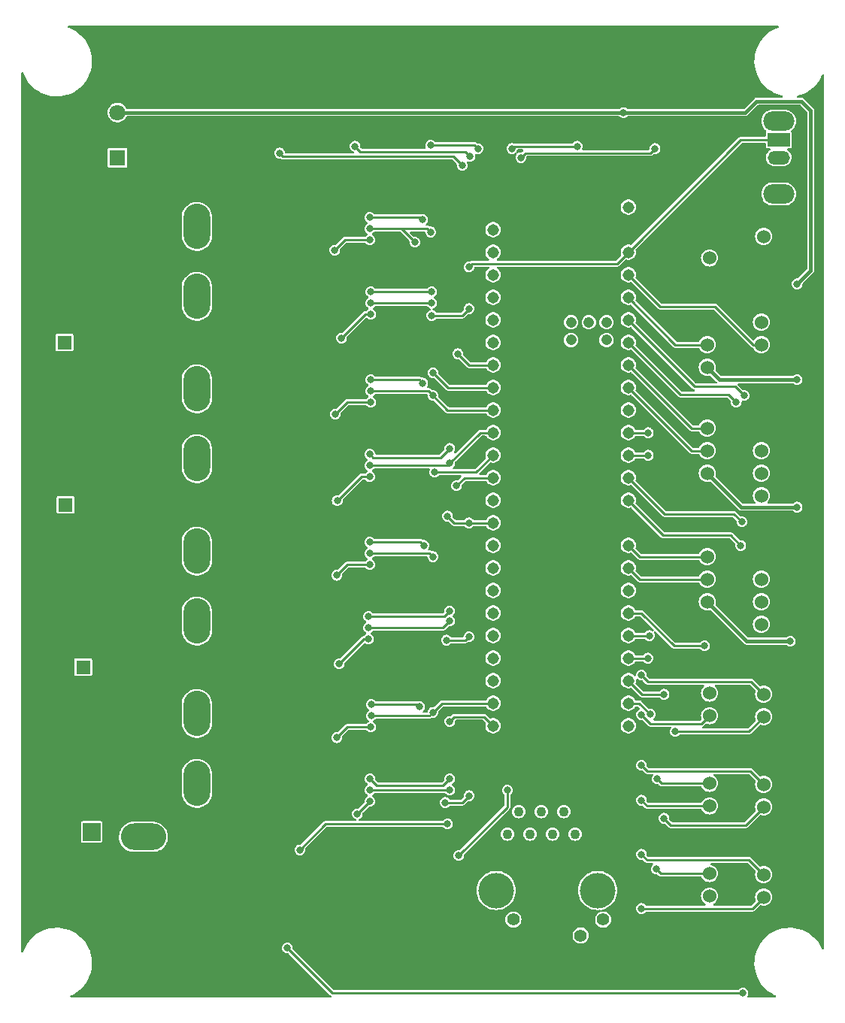
<source format=gbl>
G04 #@! TF.GenerationSoftware,KiCad,Pcbnew,7.0.7*
G04 #@! TF.CreationDate,2024-04-12T20:50:38-05:00*
G04 #@! TF.ProjectId,Science_Actuation,53636965-6e63-4655-9f41-637475617469,rev?*
G04 #@! TF.SameCoordinates,Original*
G04 #@! TF.FileFunction,Copper,L2,Bot*
G04 #@! TF.FilePolarity,Positive*
%FSLAX46Y46*%
G04 Gerber Fmt 4.6, Leading zero omitted, Abs format (unit mm)*
G04 Created by KiCad (PCBNEW 7.0.7) date 2024-04-12 20:50:38*
%MOMM*%
%LPD*%
G01*
G04 APERTURE LIST*
G04 #@! TA.AperFunction,ComponentPad*
%ADD10C,1.308000*%
G04 #@! TD*
G04 #@! TA.AperFunction,ComponentPad*
%ADD11C,1.208000*%
G04 #@! TD*
G04 #@! TA.AperFunction,ComponentPad*
%ADD12R,1.600000X1.600000*%
G04 #@! TD*
G04 #@! TA.AperFunction,ComponentPad*
%ADD13C,1.600000*%
G04 #@! TD*
G04 #@! TA.AperFunction,ComponentPad*
%ADD14C,1.524000*%
G04 #@! TD*
G04 #@! TA.AperFunction,ComponentPad*
%ADD15O,3.500000X2.200000*%
G04 #@! TD*
G04 #@! TA.AperFunction,ComponentPad*
%ADD16R,2.500000X1.500000*%
G04 #@! TD*
G04 #@! TA.AperFunction,ComponentPad*
%ADD17O,2.500000X1.500000*%
G04 #@! TD*
G04 #@! TA.AperFunction,ComponentPad*
%ADD18R,2.000000X2.000000*%
G04 #@! TD*
G04 #@! TA.AperFunction,ComponentPad*
%ADD19C,2.000000*%
G04 #@! TD*
G04 #@! TA.AperFunction,ComponentPad*
%ADD20C,1.100000*%
G04 #@! TD*
G04 #@! TA.AperFunction,ComponentPad*
%ADD21C,1.400000*%
G04 #@! TD*
G04 #@! TA.AperFunction,ComponentPad*
%ADD22C,4.000000*%
G04 #@! TD*
G04 #@! TA.AperFunction,ComponentPad*
%ADD23R,1.800000X1.800000*%
G04 #@! TD*
G04 #@! TA.AperFunction,ComponentPad*
%ADD24C,1.800000*%
G04 #@! TD*
G04 #@! TA.AperFunction,ComponentPad*
%ADD25O,5.100000X3.000000*%
G04 #@! TD*
G04 #@! TA.AperFunction,ComponentPad*
%ADD26O,3.000000X5.100000*%
G04 #@! TD*
G04 #@! TA.AperFunction,ViaPad*
%ADD27C,0.800000*%
G04 #@! TD*
G04 #@! TA.AperFunction,Conductor*
%ADD28C,0.254000*%
G04 #@! TD*
G04 #@! TA.AperFunction,Conductor*
%ADD29C,0.381000*%
G04 #@! TD*
G04 #@! TA.AperFunction,Conductor*
%ADD30C,0.250000*%
G04 #@! TD*
G04 APERTURE END LIST*
D10*
X132122297Y-61976000D03*
X132122297Y-64516000D03*
X132122297Y-67056000D03*
X132122297Y-69596000D03*
X132122297Y-94996000D03*
X147362297Y-64516000D03*
X132122297Y-72136000D03*
X132122297Y-74676000D03*
X132122297Y-77216000D03*
X132122297Y-79756000D03*
X132122297Y-82296000D03*
X132122297Y-84836000D03*
X132122297Y-87376000D03*
X132122297Y-89916000D03*
X132122297Y-92456000D03*
X147362297Y-92456000D03*
X147362297Y-89916000D03*
X147362297Y-87376000D03*
X147362297Y-84836000D03*
X147362297Y-82296000D03*
X147362297Y-79756000D03*
X147362297Y-77216000D03*
X147362297Y-74676000D03*
X147362297Y-72136000D03*
X147362297Y-69596000D03*
X147362297Y-67056000D03*
X132122297Y-97536000D03*
X132122297Y-100076000D03*
X132122297Y-102616000D03*
X132122297Y-105156000D03*
X132122297Y-107696000D03*
X132122297Y-110236000D03*
X132122297Y-112776000D03*
X132122297Y-115316000D03*
X132122297Y-117856000D03*
X147362297Y-117856000D03*
X147362297Y-115316000D03*
X147362297Y-112776000D03*
X147362297Y-110236000D03*
X147362297Y-107696000D03*
X147362297Y-105156000D03*
X147362297Y-102616000D03*
X147362297Y-100076000D03*
X147362297Y-97536000D03*
X132122297Y-59436000D03*
X147362297Y-94996000D03*
X147362297Y-61976000D03*
D11*
X142912297Y-74406000D03*
X142912297Y-72406000D03*
X144912297Y-72406000D03*
X144912297Y-74406000D03*
X140912297Y-74406000D03*
X140912297Y-72406000D03*
D10*
X147362297Y-59436000D03*
D12*
X83986380Y-92964000D03*
D13*
X81486380Y-92964000D03*
D14*
X156506297Y-116713000D03*
X156506297Y-114173000D03*
X162602297Y-114300000D03*
X162602297Y-116840000D03*
D15*
X164294500Y-49748000D03*
X164294500Y-57948000D03*
D16*
X164294500Y-51848000D03*
D17*
X164294500Y-53848000D03*
X164294500Y-55848000D03*
D18*
X86910297Y-129794000D03*
D19*
X81910297Y-129794000D03*
D14*
X162348297Y-98806000D03*
X162348297Y-101346000D03*
X162348297Y-103886000D03*
X162348297Y-106426000D03*
X162348297Y-106426000D03*
X156506297Y-126873000D03*
X156506297Y-124333000D03*
D12*
X85968651Y-111252000D03*
D13*
X80968651Y-111252000D03*
D14*
X156506297Y-137033000D03*
X156506297Y-134493000D03*
X156252297Y-77470000D03*
X156252297Y-74930000D03*
X156252297Y-72390000D03*
X156252297Y-106426000D03*
X156252297Y-103886000D03*
X156252297Y-101346000D03*
X156252297Y-98806000D03*
X156252297Y-98806000D03*
X156506297Y-65151000D03*
X156506297Y-62611000D03*
X162602297Y-124460000D03*
X162602297Y-127000000D03*
X162602297Y-62738000D03*
X162602297Y-65278000D03*
D12*
X83859380Y-74676000D03*
D13*
X81359380Y-74676000D03*
D20*
X133756000Y-130048000D03*
X135026000Y-127508000D03*
X136296000Y-130048000D03*
X137566000Y-127508000D03*
X138836000Y-130048000D03*
X140106000Y-127508000D03*
X141376000Y-130048000D03*
X142646000Y-127508000D03*
D21*
X131876000Y-141478000D03*
X134416000Y-139688000D03*
X141986000Y-141478000D03*
X144526000Y-139688000D03*
D22*
X132486000Y-136398000D03*
X143916000Y-136398000D03*
D19*
X130326000Y-133348000D03*
X146076000Y-133348000D03*
D14*
X156252297Y-91948000D03*
X156252297Y-89408000D03*
X156252297Y-86868000D03*
X156252297Y-84328000D03*
X156252297Y-84328000D03*
X162348297Y-84328000D03*
X162348297Y-86868000D03*
X162348297Y-89408000D03*
X162348297Y-91948000D03*
X162348297Y-91948000D03*
X162348297Y-72390000D03*
X162348297Y-74930000D03*
X162348297Y-77470000D03*
D23*
X89836297Y-53858000D03*
D24*
X89836297Y-51318000D03*
X89836297Y-48778000D03*
D14*
X162602297Y-134620000D03*
X162602297Y-137160000D03*
D25*
X100626297Y-130366800D03*
X92752297Y-130366800D03*
D26*
X98783497Y-124333000D03*
X98783497Y-116459000D03*
X98783497Y-69469000D03*
X98783497Y-61595000D03*
X98783497Y-87757000D03*
X98783497Y-79883000D03*
X98783497Y-106045000D03*
X98783497Y-98171000D03*
D27*
X118364000Y-71501000D03*
X114362427Y-82740193D03*
X114808000Y-110871000D03*
X115062000Y-74168000D03*
X118110000Y-108077000D03*
X118237000Y-63119000D03*
X114516853Y-100905066D03*
X118364000Y-81407000D03*
X118237000Y-126365000D03*
X116840000Y-127762000D03*
X114300000Y-64262000D03*
X118237000Y-99695000D03*
X114579400Y-92506800D03*
X114516853Y-119193066D03*
X118237000Y-89789000D03*
X118364000Y-117983000D03*
X105791000Y-77851000D03*
X105791000Y-69977000D03*
X122555000Y-113030000D03*
X109601000Y-69977000D03*
X105791000Y-80391000D03*
X156210000Y-50800000D03*
X100965000Y-73660000D03*
X138430000Y-105410000D03*
X122555000Y-85090000D03*
X130302000Y-50800000D03*
X109601000Y-73787000D03*
X145034000Y-52324000D03*
X138430000Y-111760000D03*
X109601000Y-68707000D03*
X138938000Y-50800000D03*
X105791000Y-60833000D03*
X138430000Y-69850000D03*
X109474000Y-81661000D03*
X127254000Y-80772000D03*
X105791000Y-124841000D03*
X114427000Y-142240000D03*
X105791000Y-89535000D03*
X144780000Y-56515000D03*
X147574000Y-43688000D03*
X105791000Y-116967000D03*
X109601000Y-71247000D03*
X105791000Y-118237000D03*
X105791000Y-107823000D03*
X109601000Y-105283000D03*
X105791000Y-110363000D03*
X97790000Y-110490000D03*
X138430000Y-116840000D03*
X109601000Y-124841000D03*
X109601000Y-106553000D03*
X113030000Y-50800000D03*
X138430000Y-74930000D03*
X109601000Y-110363000D03*
X109601000Y-62103000D03*
X109474000Y-79121000D03*
X138430000Y-90170000D03*
X105791000Y-105283000D03*
X122555000Y-103505000D03*
X109601000Y-123571000D03*
X97790000Y-92075000D03*
X122555000Y-76200000D03*
X105791000Y-115697000D03*
X130302000Y-43688000D03*
X100965000Y-110490000D03*
X107696000Y-127000000D03*
X109601000Y-60833000D03*
X109601000Y-126111000D03*
X105791000Y-59563000D03*
X105791000Y-92075000D03*
X109601000Y-107823000D03*
X109474000Y-80391000D03*
X121666000Y-43688000D03*
X100965000Y-92075000D03*
X122555000Y-66675000D03*
X105791000Y-97409000D03*
X97790000Y-73660000D03*
X105791000Y-67437000D03*
X105791000Y-88265000D03*
X105791000Y-73787000D03*
X109601000Y-118237000D03*
X109601000Y-98679000D03*
X105791000Y-123571000D03*
X105791000Y-62103000D03*
X105791000Y-71247000D03*
X105791000Y-98679000D03*
X109601000Y-88265000D03*
X144780000Y-61595000D03*
X156210000Y-43688000D03*
X126619000Y-97028000D03*
X105791000Y-126111000D03*
X105791000Y-68707000D03*
X105791000Y-63373000D03*
X138938000Y-43688000D03*
X105791000Y-114427000D03*
X109601000Y-92075000D03*
X109601000Y-116967000D03*
X158242000Y-82677000D03*
X138430000Y-100330000D03*
X105791000Y-86995000D03*
X138938000Y-43688000D03*
X105791000Y-99949000D03*
X109601000Y-89535000D03*
X138430000Y-61595000D03*
X138430000Y-85090000D03*
X105791000Y-79121000D03*
X122555000Y-58420000D03*
X138430000Y-80010000D03*
X109601000Y-86995000D03*
X109601000Y-115697000D03*
X109601000Y-99949000D03*
X138430000Y-95250000D03*
X121666000Y-50800000D03*
X109601000Y-97409000D03*
X109601000Y-63373000D03*
X138430000Y-56515000D03*
X144780000Y-69850000D03*
X105791000Y-106553000D03*
X122555000Y-93980000D03*
X113030000Y-43688000D03*
X122555000Y-121920000D03*
X105791000Y-122301000D03*
X105791000Y-85725000D03*
X105791000Y-81661000D03*
X105791000Y-104013000D03*
X108966000Y-142875000D03*
X166370000Y-93218000D03*
X146822000Y-48778000D03*
X160274000Y-147955000D03*
X165608000Y-108331000D03*
X166370000Y-78867000D03*
X166370000Y-68072000D03*
X148844000Y-116586000D03*
X129413000Y-94996000D03*
X126746000Y-126492000D03*
X110363000Y-131826000D03*
X129413000Y-125730000D03*
X129413000Y-107823000D03*
X129413000Y-66167000D03*
X129413000Y-70866000D03*
X127000000Y-94234000D03*
X148844000Y-112141000D03*
X127000000Y-128905000D03*
X148844000Y-132334000D03*
X125222000Y-71628000D03*
X148844000Y-122301000D03*
X148844000Y-126238000D03*
X126873000Y-108204000D03*
X148844000Y-138430000D03*
X149857465Y-116572038D03*
X150495000Y-133985000D03*
X149570500Y-110236000D03*
X150622000Y-123825000D03*
X152654000Y-118491000D03*
X149733000Y-107696000D03*
X155956000Y-108839000D03*
X127254000Y-117348000D03*
X127254000Y-125095000D03*
X118279297Y-125095000D03*
X125349000Y-116332000D03*
X118406297Y-116713000D03*
X127254000Y-88265000D03*
X118237000Y-88519000D03*
X118364000Y-80137000D03*
X125349000Y-80645000D03*
X118110000Y-106807000D03*
X128016000Y-90805000D03*
X127254000Y-106045000D03*
X125553797Y-89281000D03*
X125349000Y-98806000D03*
X118237000Y-98425000D03*
X118364000Y-70231000D03*
X125222000Y-70231000D03*
X128143000Y-75946000D03*
X125095000Y-62230000D03*
X118237000Y-61849000D03*
X123317000Y-63373000D03*
X125376000Y-78078000D03*
X128270000Y-132461000D03*
X133731000Y-125095000D03*
X160401000Y-80645000D03*
X159512000Y-81407000D03*
X128651000Y-54737000D03*
X108077000Y-53340000D03*
X125095000Y-52451000D03*
X130429000Y-52832000D03*
X141605000Y-52578000D03*
X134239000Y-52832000D03*
X116586000Y-52578000D03*
X129540000Y-53721000D03*
X135255000Y-53848000D03*
X150368000Y-52832000D03*
X160147000Y-94869000D03*
X160020000Y-97536000D03*
X151384000Y-114300000D03*
X151384000Y-128270000D03*
X118406297Y-115443000D03*
X123867297Y-115697000D03*
X118279297Y-123825000D03*
X127254000Y-123825000D03*
X118364000Y-78867000D03*
X124206000Y-79248000D03*
X118237000Y-87249000D03*
X127254000Y-86614000D03*
X124333000Y-97536000D03*
X118237000Y-97155000D03*
X118110000Y-105537000D03*
X127230297Y-104925703D03*
X124206000Y-60833000D03*
X118237000Y-60579000D03*
X118364000Y-68961000D03*
X125222000Y-68961000D03*
X149606000Y-87376000D03*
X149606000Y-84836000D03*
D28*
X117475000Y-81407000D02*
X115695620Y-81407000D01*
X118237000Y-89789000D02*
X117297200Y-89789000D01*
X117297200Y-89789000D02*
X115595400Y-91490800D01*
X118364000Y-81407000D02*
X117475000Y-81407000D01*
X118364000Y-117983000D02*
X115726919Y-117983000D01*
X118237000Y-99695000D02*
X115726919Y-99695000D01*
X118110000Y-108077000D02*
X117602000Y-108077000D01*
X117729000Y-71501000D02*
X115062000Y-74168000D01*
X118237000Y-63119000D02*
X115443000Y-63119000D01*
X118237000Y-126365000D02*
X116840000Y-127762000D01*
X118364000Y-71501000D02*
X117729000Y-71501000D01*
X115726919Y-117983000D02*
X114516853Y-119193066D01*
X115443000Y-63119000D02*
X114300000Y-64262000D01*
X115726919Y-99695000D02*
X114516853Y-100905066D01*
X115695620Y-81407000D02*
X114362427Y-82740193D01*
X115595400Y-91490800D02*
X114579400Y-92506800D01*
X117602000Y-108077000D02*
X114808000Y-110871000D01*
D29*
X167894000Y-66548000D02*
X166370000Y-68072000D01*
X156252297Y-89408000D02*
X160062297Y-93218000D01*
X146822000Y-48778000D02*
X160518000Y-48778000D01*
X156252297Y-77470000D02*
X157649297Y-78867000D01*
X167894000Y-48514000D02*
X167894000Y-66548000D01*
X156252297Y-103886000D02*
X160697297Y-108331000D01*
X160062297Y-93218000D02*
X166370000Y-93218000D01*
X161798000Y-47498000D02*
X166878000Y-47498000D01*
X146822000Y-48778000D02*
X89836297Y-48778000D01*
D28*
X108966000Y-142875000D02*
X114046000Y-147955000D01*
X114046000Y-147955000D02*
X160274000Y-147955000D01*
D29*
X166878000Y-47498000D02*
X167894000Y-48514000D01*
X160518000Y-48778000D02*
X161798000Y-47498000D01*
X160697297Y-108331000D02*
X165608000Y-108331000D01*
X157649297Y-78867000D02*
X166370000Y-78867000D01*
D28*
X148844000Y-112141000D02*
X149606000Y-112903000D01*
X149479000Y-122936000D02*
X161078297Y-122936000D01*
X125222000Y-71628000D02*
X128651000Y-71628000D01*
X113284000Y-128905000D02*
X110363000Y-131826000D01*
X164294500Y-51848000D02*
X160030297Y-51848000D01*
X149479000Y-126873000D02*
X156506297Y-126873000D01*
X161205297Y-112903000D02*
X162602297Y-114300000D01*
X147362297Y-64516000D02*
X146092297Y-65786000D01*
X127762000Y-94996000D02*
X132122297Y-94996000D01*
X149479000Y-132969000D02*
X160951297Y-132969000D01*
X129794000Y-65786000D02*
X129413000Y-66167000D01*
X155617297Y-117602000D02*
X156506297Y-116713000D01*
X148844000Y-116586000D02*
X149860000Y-117602000D01*
X148844000Y-132334000D02*
X149479000Y-132969000D01*
X160030297Y-51848000D02*
X147362297Y-64516000D01*
X149606000Y-112903000D02*
X161205297Y-112903000D01*
X129413000Y-107823000D02*
X129032000Y-108204000D01*
X127000000Y-128905000D02*
X113284000Y-128905000D01*
X160951297Y-132969000D02*
X162602297Y-134620000D01*
X148844000Y-126238000D02*
X149479000Y-126873000D01*
X148844000Y-122301000D02*
X149479000Y-122936000D01*
X146092297Y-65786000D02*
X130810000Y-65786000D01*
X127000000Y-94234000D02*
X127762000Y-94996000D01*
X128651000Y-126492000D02*
X129413000Y-125730000D01*
X126746000Y-126492000D02*
X128651000Y-126492000D01*
X149860000Y-117602000D02*
X155617297Y-117602000D01*
X130810000Y-65786000D02*
X129794000Y-65786000D01*
X128651000Y-71628000D02*
X129413000Y-70866000D01*
X161078297Y-122936000D02*
X162602297Y-124460000D01*
X129032000Y-108204000D02*
X126873000Y-108204000D01*
X161332297Y-138430000D02*
X162602297Y-137160000D01*
X148844000Y-138430000D02*
X161332297Y-138430000D01*
X151003000Y-134493000D02*
X156506297Y-134493000D01*
X148601427Y-115316000D02*
X147362297Y-115316000D01*
X150495000Y-133985000D02*
X151003000Y-134493000D01*
X149857465Y-116572038D02*
X148601427Y-115316000D01*
X149570500Y-110236000D02*
X147362297Y-110236000D01*
X151130000Y-124333000D02*
X150622000Y-123825000D01*
X156506297Y-124333000D02*
X151130000Y-124333000D01*
X160401000Y-118491000D02*
X152654000Y-118491000D01*
X160951297Y-118491000D02*
X160401000Y-118491000D01*
X149733000Y-107696000D02*
X147362297Y-107696000D01*
X162602297Y-116840000D02*
X160951297Y-118491000D01*
X152527000Y-108839000D02*
X148844000Y-105156000D01*
X148844000Y-105156000D02*
X147362297Y-105156000D01*
X155956000Y-108839000D02*
X152527000Y-108839000D01*
D30*
X131106297Y-116840000D02*
X130683000Y-116840000D01*
X132122297Y-117856000D02*
X131106297Y-116840000D01*
D28*
X127254000Y-125095000D02*
X118279297Y-125095000D01*
D30*
X130683000Y-116840000D02*
X127762000Y-116840000D01*
X127762000Y-116840000D02*
X127254000Y-117348000D01*
D28*
X125349000Y-116332000D02*
X126365000Y-115316000D01*
X124968000Y-116713000D02*
X118406297Y-116713000D01*
X125349000Y-116332000D02*
X124968000Y-116713000D01*
X126365000Y-115316000D02*
X132122297Y-115316000D01*
D30*
X130683000Y-84836000D02*
X132122297Y-84836000D01*
X127254000Y-88265000D02*
X130683000Y-84836000D01*
D28*
X127000000Y-88519000D02*
X127254000Y-88265000D01*
X118237000Y-88519000D02*
X127000000Y-88519000D01*
X118364000Y-80137000D02*
X124841000Y-80137000D01*
X127000000Y-82296000D02*
X132122297Y-82296000D01*
X125349000Y-80645000D02*
X127000000Y-82296000D01*
X124841000Y-80137000D02*
X125349000Y-80645000D01*
X127254000Y-106045000D02*
X126492000Y-106807000D01*
X128016000Y-90805000D02*
X128905000Y-89916000D01*
X128905000Y-89916000D02*
X132122297Y-89916000D01*
X126492000Y-106807000D02*
X118110000Y-106807000D01*
X130217297Y-89281000D02*
X132122297Y-87376000D01*
X124968000Y-98425000D02*
X125349000Y-98806000D01*
X125553797Y-89281000D02*
X130217297Y-89281000D01*
X118237000Y-98425000D02*
X124968000Y-98425000D01*
X129413000Y-77216000D02*
X132122297Y-77216000D01*
X128143000Y-75946000D02*
X129413000Y-77216000D01*
X125222000Y-70231000D02*
X118364000Y-70231000D01*
X127054000Y-79756000D02*
X132122297Y-79756000D01*
X121793000Y-61849000D02*
X121666000Y-61849000D01*
X124714000Y-61849000D02*
X121666000Y-61849000D01*
X125095000Y-62230000D02*
X124714000Y-61849000D01*
X121666000Y-61849000D02*
X118237000Y-61849000D01*
X123317000Y-63373000D02*
X121793000Y-61849000D01*
X125376000Y-78078000D02*
X127054000Y-79756000D01*
X133731000Y-125095000D02*
X133731000Y-127000000D01*
X133731000Y-127000000D02*
X128270000Y-132461000D01*
X148632297Y-101346000D02*
X147362297Y-100076000D01*
X156252297Y-101346000D02*
X148632297Y-101346000D01*
X156252297Y-98806000D02*
X148632297Y-98806000D01*
X148632297Y-98806000D02*
X147362297Y-97536000D01*
X147362297Y-79756000D02*
X154474297Y-86868000D01*
X154474297Y-86868000D02*
X156252297Y-86868000D01*
X147362297Y-77216000D02*
X154474297Y-84328000D01*
X154474297Y-84328000D02*
X156252297Y-84328000D01*
X154855297Y-79629000D02*
X147362297Y-72136000D01*
X159385000Y-79629000D02*
X154855297Y-79629000D01*
X160401000Y-80645000D02*
X159385000Y-79629000D01*
X147362297Y-74676000D02*
X153204297Y-80518000D01*
X153204297Y-80518000D02*
X158623000Y-80518000D01*
X158623000Y-80518000D02*
X159512000Y-81407000D01*
D30*
X127635000Y-53721000D02*
X128651000Y-54737000D01*
X108077000Y-53340000D02*
X108458000Y-53721000D01*
X108458000Y-53721000D02*
X127635000Y-53721000D01*
X130048000Y-52451000D02*
X130429000Y-52832000D01*
X125095000Y-52451000D02*
X130048000Y-52451000D01*
X141605000Y-52578000D02*
X134493000Y-52578000D01*
X134493000Y-52578000D02*
X134239000Y-52832000D01*
X128995000Y-53176000D02*
X129540000Y-53721000D01*
X125095000Y-53176000D02*
X128995000Y-53176000D01*
X117184000Y-53176000D02*
X125095000Y-53176000D01*
X116586000Y-52578000D02*
X117184000Y-53176000D01*
X150368000Y-52832000D02*
X149860000Y-53340000D01*
X135763000Y-53340000D02*
X135255000Y-53848000D01*
X149860000Y-53340000D02*
X135763000Y-53340000D01*
D28*
X156252297Y-74930000D02*
X152654000Y-74930000D01*
X152654000Y-74930000D02*
X147362297Y-69638297D01*
X147362297Y-69638297D02*
X147362297Y-69596000D01*
X147362297Y-89916000D02*
X151426297Y-93980000D01*
X151426297Y-93980000D02*
X159258000Y-93980000D01*
X159258000Y-93980000D02*
X160147000Y-94869000D01*
X158877000Y-96393000D02*
X151299297Y-96393000D01*
X151299297Y-96393000D02*
X147362297Y-92456000D01*
X160020000Y-97536000D02*
X158877000Y-96393000D01*
X162348297Y-74930000D02*
X161417000Y-74930000D01*
X150918297Y-70612000D02*
X147362297Y-67056000D01*
X161417000Y-74930000D02*
X157099000Y-70612000D01*
X157099000Y-70612000D02*
X150918297Y-70612000D01*
X159766000Y-129032000D02*
X152146000Y-129032000D01*
X160570297Y-129032000D02*
X159766000Y-129032000D01*
X151384000Y-114300000D02*
X148886297Y-114300000D01*
X152146000Y-129032000D02*
X151384000Y-128270000D01*
X162602297Y-127000000D02*
X160570297Y-129032000D01*
X148886297Y-114300000D02*
X147362297Y-112776000D01*
X123867297Y-115697000D02*
X123613297Y-115443000D01*
X123613297Y-115443000D02*
X118406297Y-115443000D01*
X119041297Y-124587000D02*
X118279297Y-123825000D01*
X126492000Y-124587000D02*
X119041297Y-124587000D01*
X127254000Y-123825000D02*
X126492000Y-124587000D01*
X124206000Y-79248000D02*
X123825000Y-78867000D01*
X123825000Y-78867000D02*
X118364000Y-78867000D01*
X126238000Y-87630000D02*
X127254000Y-86614000D01*
X118618000Y-87630000D02*
X126238000Y-87630000D01*
X118237000Y-87249000D02*
X118618000Y-87630000D01*
X118237000Y-97155000D02*
X123952000Y-97155000D01*
X123952000Y-97155000D02*
X124333000Y-97536000D01*
X127230297Y-104925703D02*
X126619000Y-105537000D01*
X126619000Y-105537000D02*
X118110000Y-105537000D01*
X123444000Y-60579000D02*
X123952000Y-60579000D01*
X118237000Y-60579000D02*
X123444000Y-60579000D01*
X123952000Y-60579000D02*
X124206000Y-60833000D01*
X125222000Y-68961000D02*
X118364000Y-68961000D01*
X149606000Y-87376000D02*
X147362297Y-87376000D01*
X149606000Y-84836000D02*
X147362297Y-84836000D01*
G04 #@! TA.AperFunction,Conductor*
G36*
X164251331Y-39009185D02*
G01*
X164297086Y-39061989D01*
X164307030Y-39131147D01*
X164278005Y-39194703D01*
X164226703Y-39230022D01*
X163991426Y-39315655D01*
X163634071Y-39487749D01*
X163295633Y-39694564D01*
X163295622Y-39694572D01*
X162979455Y-39934060D01*
X162979452Y-39934062D01*
X162688693Y-40203848D01*
X162426245Y-40501239D01*
X162194719Y-40823273D01*
X162194706Y-40823293D01*
X161996396Y-41166776D01*
X161833262Y-41528317D01*
X161706939Y-41904299D01*
X161618679Y-42290991D01*
X161569358Y-42684561D01*
X161559470Y-43081053D01*
X161559470Y-43081067D01*
X161589110Y-43476591D01*
X161589111Y-43476604D01*
X161657988Y-43867219D01*
X161765410Y-44249017D01*
X161765414Y-44249031D01*
X161910315Y-44618233D01*
X161910320Y-44618245D01*
X162091266Y-44971194D01*
X162091271Y-44971203D01*
X162306466Y-45304389D01*
X162432571Y-45462520D01*
X162553775Y-45614505D01*
X162830703Y-45898424D01*
X162830713Y-45898434D01*
X163134556Y-46153388D01*
X163462274Y-46376822D01*
X163810610Y-46566516D01*
X164176103Y-46720584D01*
X164176112Y-46720586D01*
X164176118Y-46720589D01*
X164555115Y-46837494D01*
X164555128Y-46837497D01*
X164657830Y-46858259D01*
X164719640Y-46890836D01*
X164754025Y-46951660D01*
X164750068Y-47021417D01*
X164709025Y-47077962D01*
X164643927Y-47103340D01*
X164633260Y-47103800D01*
X161860435Y-47103800D01*
X161735564Y-47103800D01*
X161735562Y-47103800D01*
X161735558Y-47103801D01*
X161714972Y-47110490D01*
X161696053Y-47115032D01*
X161674671Y-47118418D01*
X161674663Y-47118421D01*
X161655367Y-47128252D01*
X161637400Y-47135694D01*
X161616808Y-47142385D01*
X161616804Y-47142387D01*
X161599281Y-47155117D01*
X161582709Y-47165272D01*
X161563413Y-47175106D01*
X161563405Y-47175111D01*
X160391036Y-48347481D01*
X160329713Y-48380966D01*
X160303355Y-48383800D01*
X147340290Y-48383800D01*
X147273251Y-48364115D01*
X147252609Y-48347481D01*
X147252568Y-48347440D01*
X147252565Y-48347438D01*
X147252564Y-48347436D01*
X147126455Y-48250669D01*
X147126454Y-48250668D01*
X147126452Y-48250667D01*
X146979600Y-48189840D01*
X146979595Y-48189838D01*
X146822001Y-48169091D01*
X146821999Y-48169091D01*
X146664404Y-48189838D01*
X146664402Y-48189839D01*
X146517544Y-48250669D01*
X146391434Y-48347437D01*
X146391391Y-48347481D01*
X146391344Y-48347506D01*
X146384988Y-48352384D01*
X146384227Y-48351392D01*
X146330068Y-48380966D01*
X146303710Y-48383800D01*
X90949744Y-48383800D01*
X90882705Y-48364115D01*
X90838744Y-48315071D01*
X90830591Y-48298698D01*
X90778701Y-48194488D01*
X90655435Y-48031257D01*
X90655432Y-48031254D01*
X90655428Y-48031250D01*
X90504274Y-47893455D01*
X90504272Y-47893453D01*
X90330369Y-47785777D01*
X90330363Y-47785774D01*
X90139636Y-47711887D01*
X90139635Y-47711886D01*
X90139633Y-47711886D01*
X89938570Y-47674300D01*
X89734024Y-47674300D01*
X89532961Y-47711886D01*
X89532959Y-47711886D01*
X89532957Y-47711887D01*
X89342230Y-47785774D01*
X89342224Y-47785777D01*
X89168321Y-47893453D01*
X89168319Y-47893455D01*
X89017165Y-48031250D01*
X89017161Y-48031254D01*
X88893893Y-48194487D01*
X88802723Y-48377579D01*
X88802718Y-48377592D01*
X88746741Y-48574327D01*
X88727869Y-48777999D01*
X88727869Y-48778000D01*
X88746741Y-48981672D01*
X88802718Y-49178407D01*
X88802723Y-49178420D01*
X88893892Y-49361510D01*
X88893893Y-49361512D01*
X89014139Y-49520744D01*
X89017161Y-49524745D01*
X89017165Y-49524749D01*
X89168319Y-49662544D01*
X89168321Y-49662546D01*
X89342224Y-49770222D01*
X89342230Y-49770225D01*
X89405805Y-49794853D01*
X89532961Y-49844114D01*
X89734024Y-49881700D01*
X89734027Y-49881700D01*
X89938567Y-49881700D01*
X89938570Y-49881700D01*
X90139633Y-49844114D01*
X90330366Y-49770224D01*
X90504274Y-49662545D01*
X90655435Y-49524743D01*
X90778701Y-49361512D01*
X90838744Y-49240928D01*
X90886246Y-49189692D01*
X90949744Y-49172200D01*
X146303710Y-49172200D01*
X146370749Y-49191885D01*
X146391391Y-49208519D01*
X146391431Y-49208559D01*
X146391433Y-49208561D01*
X146391436Y-49208564D01*
X146517545Y-49305331D01*
X146664403Y-49366161D01*
X146743201Y-49376535D01*
X146821999Y-49386909D01*
X146822000Y-49386909D01*
X146822001Y-49386909D01*
X146874532Y-49379992D01*
X146979597Y-49366161D01*
X147126455Y-49305331D01*
X147252564Y-49208564D01*
X147252567Y-49208559D01*
X147252609Y-49208519D01*
X147252651Y-49208495D01*
X147259011Y-49203616D01*
X147259771Y-49204607D01*
X147313932Y-49175034D01*
X147340290Y-49172200D01*
X160580435Y-49172200D01*
X160601029Y-49165508D01*
X160619945Y-49160967D01*
X160641333Y-49157580D01*
X160660627Y-49147748D01*
X160678596Y-49140305D01*
X160699194Y-49133613D01*
X160716717Y-49120881D01*
X160733294Y-49110723D01*
X160752593Y-49100890D01*
X160840890Y-49012593D01*
X160840890Y-49012592D01*
X161924963Y-47928519D01*
X161986287Y-47895034D01*
X162012645Y-47892200D01*
X166663355Y-47892200D01*
X166730394Y-47911885D01*
X166751036Y-47928519D01*
X167463481Y-48640963D01*
X167496966Y-48702286D01*
X167499800Y-48728644D01*
X167499800Y-66333354D01*
X167480115Y-66400393D01*
X167463481Y-66421035D01*
X166457744Y-67426772D01*
X166396421Y-67460257D01*
X166370063Y-67463091D01*
X166369999Y-67463091D01*
X166212403Y-67483839D01*
X166212402Y-67483839D01*
X166065544Y-67544669D01*
X165939436Y-67641436D01*
X165842669Y-67767544D01*
X165781839Y-67914402D01*
X165781838Y-67914404D01*
X165761091Y-68071998D01*
X165761091Y-68072001D01*
X165781838Y-68229595D01*
X165781840Y-68229600D01*
X165842667Y-68376452D01*
X165842668Y-68376454D01*
X165842669Y-68376455D01*
X165939436Y-68502564D01*
X166065545Y-68599331D01*
X166212403Y-68660161D01*
X166291201Y-68670534D01*
X166369999Y-68680909D01*
X166370000Y-68680909D01*
X166370001Y-68680909D01*
X166422532Y-68673992D01*
X166527597Y-68660161D01*
X166674455Y-68599331D01*
X166800564Y-68502564D01*
X166897331Y-68376455D01*
X166958161Y-68229597D01*
X166978909Y-68072000D01*
X166978909Y-68071998D01*
X166978909Y-68071935D01*
X166978924Y-68071881D01*
X166979970Y-68063942D01*
X166981208Y-68064105D01*
X166998594Y-68004896D01*
X167015228Y-67984254D01*
X167572710Y-67426772D01*
X168194680Y-66804803D01*
X168194680Y-66804802D01*
X168216890Y-66782593D01*
X168226722Y-66763296D01*
X168236888Y-66746708D01*
X168249613Y-66729194D01*
X168256304Y-66708598D01*
X168263749Y-66690625D01*
X168273580Y-66671333D01*
X168276966Y-66649944D01*
X168281507Y-66631030D01*
X168288200Y-66610436D01*
X168288200Y-66485565D01*
X168288200Y-48482974D01*
X168288200Y-48451565D01*
X168281508Y-48430970D01*
X168276967Y-48412055D01*
X168273580Y-48390667D01*
X168263747Y-48371369D01*
X168256303Y-48353397D01*
X168254367Y-48347440D01*
X168249613Y-48332806D01*
X168236884Y-48315285D01*
X168226720Y-48298698D01*
X168216890Y-48279407D01*
X167112593Y-47175110D01*
X167093298Y-47165278D01*
X167076715Y-47155116D01*
X167059193Y-47142386D01*
X167059191Y-47142385D01*
X167038601Y-47135695D01*
X167020629Y-47128251D01*
X167001336Y-47118421D01*
X167001330Y-47118419D01*
X166979939Y-47115030D01*
X166961032Y-47110491D01*
X166940439Y-47103801D01*
X166940437Y-47103800D01*
X166940435Y-47103800D01*
X166909026Y-47103800D01*
X166442250Y-47103800D01*
X166375211Y-47084115D01*
X166329456Y-47031311D01*
X166319512Y-46962153D01*
X166348537Y-46898597D01*
X166407315Y-46860823D01*
X166411652Y-46859634D01*
X166417052Y-46858259D01*
X166709606Y-46783766D01*
X167082325Y-46648108D01*
X167439683Y-46476013D01*
X167778131Y-46269192D01*
X168094304Y-46029700D01*
X168385061Y-45759917D01*
X168647511Y-45462525D01*
X168879046Y-45140480D01*
X169077365Y-44796981D01*
X169180473Y-44568467D01*
X169225988Y-44515459D01*
X169292938Y-44495470D01*
X169360066Y-44514851D01*
X169406060Y-44567447D01*
X169417500Y-44619469D01*
X169417500Y-142937494D01*
X169397815Y-143004533D01*
X169345011Y-143050288D01*
X169275853Y-143060232D01*
X169212297Y-143031207D01*
X169178072Y-142982796D01*
X169163444Y-142945526D01*
X169163439Y-142945514D01*
X168982493Y-142592565D01*
X168982489Y-142592557D01*
X168767294Y-142259371D01*
X168519994Y-141949266D01*
X168519991Y-141949263D01*
X168519984Y-141949254D01*
X168243056Y-141665335D01*
X168243053Y-141665332D01*
X168243052Y-141665331D01*
X168243047Y-141665326D01*
X167939204Y-141410372D01*
X167866493Y-141360798D01*
X167611485Y-141186937D01*
X167467279Y-141108407D01*
X167263150Y-140997244D01*
X167263142Y-140997240D01*
X167263139Y-140997239D01*
X166897657Y-140843176D01*
X166897641Y-140843170D01*
X166518644Y-140726265D01*
X166518631Y-140726262D01*
X166129880Y-140647674D01*
X166129859Y-140647671D01*
X165735200Y-140608180D01*
X165735199Y-140608180D01*
X165437779Y-140608180D01*
X165437777Y-140608180D01*
X165140735Y-140623004D01*
X164748527Y-140682121D01*
X164364152Y-140779994D01*
X163991429Y-140915654D01*
X163634071Y-141087749D01*
X163295633Y-141294564D01*
X163295622Y-141294572D01*
X162979455Y-141534060D01*
X162979452Y-141534062D01*
X162688693Y-141803848D01*
X162426245Y-142101239D01*
X162194719Y-142423273D01*
X162194706Y-142423293D01*
X161996396Y-142766776D01*
X161833262Y-143128317D01*
X161706939Y-143504299D01*
X161618679Y-143890991D01*
X161569358Y-144284561D01*
X161559470Y-144681053D01*
X161559470Y-144681067D01*
X161589110Y-145076591D01*
X161589111Y-145076604D01*
X161657988Y-145467219D01*
X161765410Y-145849017D01*
X161765414Y-145849031D01*
X161910315Y-146218233D01*
X161910320Y-146218245D01*
X162091266Y-146571194D01*
X162091271Y-146571203D01*
X162306466Y-146904389D01*
X162432571Y-147062520D01*
X162553775Y-147214505D01*
X162830703Y-147498424D01*
X162830713Y-147498434D01*
X163134556Y-147753388D01*
X163462274Y-147976822D01*
X163810610Y-148166516D01*
X163844254Y-148180698D01*
X163947541Y-148224237D01*
X164001670Y-148268416D01*
X164023321Y-148334847D01*
X164005620Y-148402437D01*
X163954187Y-148449728D01*
X163899375Y-148462500D01*
X160896976Y-148462500D01*
X160829937Y-148442815D01*
X160784182Y-148390011D01*
X160774238Y-148320853D01*
X160798601Y-148263013D01*
X160801330Y-148259456D01*
X160801332Y-148259453D01*
X160820888Y-148212239D01*
X160862161Y-148112597D01*
X160882909Y-147955000D01*
X160862161Y-147797403D01*
X160801331Y-147650546D01*
X160801330Y-147650545D01*
X160801330Y-147650544D01*
X160704565Y-147524437D01*
X160704564Y-147524436D01*
X160578455Y-147427669D01*
X160578454Y-147427668D01*
X160578452Y-147427667D01*
X160431600Y-147366840D01*
X160431595Y-147366838D01*
X160274001Y-147346091D01*
X160273999Y-147346091D01*
X160116404Y-147366838D01*
X160116402Y-147366839D01*
X159969544Y-147427669D01*
X159843436Y-147524436D01*
X159804034Y-147575786D01*
X159747606Y-147616989D01*
X159705658Y-147624300D01*
X114234342Y-147624300D01*
X114167303Y-147604615D01*
X114146661Y-147587981D01*
X109601718Y-143043038D01*
X109568233Y-142981715D01*
X109566460Y-142939170D01*
X109574909Y-142874999D01*
X109574909Y-142874998D01*
X109554161Y-142717404D01*
X109554161Y-142717403D01*
X109493331Y-142570546D01*
X109493330Y-142570545D01*
X109493330Y-142570544D01*
X109396565Y-142444437D01*
X109270452Y-142347667D01*
X109123600Y-142286840D01*
X109123595Y-142286838D01*
X108966001Y-142266091D01*
X108965999Y-142266091D01*
X108808404Y-142286838D01*
X108808402Y-142286839D01*
X108661544Y-142347669D01*
X108535436Y-142444436D01*
X108438669Y-142570544D01*
X108377839Y-142717402D01*
X108377838Y-142717404D01*
X108357091Y-142874998D01*
X108357091Y-142875001D01*
X108377838Y-143032595D01*
X108377840Y-143032600D01*
X108438667Y-143179452D01*
X108438668Y-143179454D01*
X108438669Y-143179455D01*
X108535436Y-143305564D01*
X108661545Y-143402331D01*
X108808403Y-143463161D01*
X108887201Y-143473534D01*
X108965999Y-143483909D01*
X108965999Y-143483908D01*
X108966000Y-143483909D01*
X109030171Y-143475460D01*
X109099206Y-143486225D01*
X109134038Y-143510718D01*
X113800029Y-148176709D01*
X113803680Y-148180693D01*
X113830151Y-148212239D01*
X113830153Y-148212240D01*
X113830154Y-148212241D01*
X113862841Y-148231113D01*
X113911057Y-148281680D01*
X113924279Y-148350287D01*
X113898311Y-148415152D01*
X113841397Y-148455680D01*
X113800841Y-148462500D01*
X84630415Y-148462500D01*
X84563376Y-148442815D01*
X84517621Y-148390011D01*
X84507677Y-148320853D01*
X84536702Y-148257297D01*
X84576613Y-148226780D01*
X84606803Y-148212241D01*
X84889683Y-148076013D01*
X85228131Y-147869192D01*
X85544304Y-147629700D01*
X85835061Y-147359917D01*
X86097511Y-147062525D01*
X86329046Y-146740480D01*
X86527365Y-146396981D01*
X86690497Y-146035443D01*
X86816821Y-145659458D01*
X86905081Y-145272765D01*
X86954401Y-144879205D01*
X86959342Y-144681053D01*
X86964289Y-144482706D01*
X86964289Y-144482690D01*
X86964289Y-144482689D01*
X86934649Y-144087160D01*
X86865773Y-143696548D01*
X86758347Y-143314734D01*
X86724843Y-143229368D01*
X86613444Y-142945526D01*
X86613439Y-142945514D01*
X86432493Y-142592565D01*
X86432489Y-142592557D01*
X86217294Y-142259371D01*
X85969994Y-141949266D01*
X85969991Y-141949263D01*
X85969984Y-141949254D01*
X85693056Y-141665335D01*
X85693053Y-141665332D01*
X85693052Y-141665331D01*
X85693047Y-141665326D01*
X85469800Y-141478000D01*
X141077322Y-141478000D01*
X141097179Y-141666926D01*
X141097180Y-141666928D01*
X141141667Y-141803848D01*
X141155881Y-141847593D01*
X141250864Y-142012108D01*
X141377976Y-142153279D01*
X141523986Y-142259362D01*
X141531661Y-142264938D01*
X141705198Y-142342202D01*
X141705203Y-142342204D01*
X141891017Y-142381700D01*
X142080983Y-142381700D01*
X142266797Y-142342204D01*
X142440339Y-142264938D01*
X142594024Y-142153279D01*
X142721136Y-142012108D01*
X142816119Y-141847593D01*
X142874821Y-141666925D01*
X142894678Y-141478000D01*
X142874821Y-141289075D01*
X142816119Y-141108407D01*
X142721136Y-140943892D01*
X142594024Y-140802721D01*
X142440339Y-140691062D01*
X142440338Y-140691061D01*
X142266801Y-140613797D01*
X142266796Y-140613795D01*
X142080983Y-140574300D01*
X141891017Y-140574300D01*
X141705203Y-140613795D01*
X141705198Y-140613797D01*
X141531661Y-140691061D01*
X141377977Y-140802720D01*
X141377976Y-140802721D01*
X141250864Y-140943892D01*
X141250862Y-140943893D01*
X141250861Y-140943896D01*
X141155880Y-141108408D01*
X141097180Y-141289071D01*
X141097179Y-141289073D01*
X141077322Y-141478000D01*
X85469800Y-141478000D01*
X85389204Y-141410372D01*
X85316493Y-141360798D01*
X85061485Y-141186937D01*
X84917279Y-141108407D01*
X84713150Y-140997244D01*
X84713142Y-140997240D01*
X84713139Y-140997239D01*
X84347657Y-140843176D01*
X84347641Y-140843170D01*
X83968644Y-140726265D01*
X83968631Y-140726262D01*
X83579880Y-140647674D01*
X83579859Y-140647671D01*
X83185200Y-140608180D01*
X83185199Y-140608180D01*
X82887779Y-140608180D01*
X82887777Y-140608180D01*
X82590735Y-140623004D01*
X82198527Y-140682121D01*
X81814152Y-140779994D01*
X81441429Y-140915654D01*
X81084071Y-141087749D01*
X80745633Y-141294564D01*
X80745622Y-141294572D01*
X80429455Y-141534060D01*
X80429452Y-141534062D01*
X80138693Y-141803848D01*
X79876245Y-142101239D01*
X79644719Y-142423273D01*
X79644706Y-142423293D01*
X79446396Y-142766776D01*
X79283262Y-143128317D01*
X79236043Y-143268860D01*
X79196032Y-143326140D01*
X79131406Y-143352695D01*
X79062682Y-143340094D01*
X79011679Y-143292339D01*
X78994500Y-143229368D01*
X78994500Y-139688000D01*
X133507322Y-139688000D01*
X133527179Y-139876925D01*
X133585881Y-140057593D01*
X133680864Y-140222108D01*
X133807976Y-140363279D01*
X133961661Y-140474937D01*
X133961661Y-140474938D01*
X134135198Y-140552202D01*
X134135203Y-140552204D01*
X134321017Y-140591700D01*
X134510983Y-140591700D01*
X134696797Y-140552204D01*
X134870339Y-140474938D01*
X135024024Y-140363279D01*
X135151136Y-140222108D01*
X135246119Y-140057593D01*
X135304821Y-139876925D01*
X135324678Y-139688000D01*
X135304821Y-139499075D01*
X135246119Y-139318407D01*
X135151136Y-139153892D01*
X135024024Y-139012721D01*
X134870339Y-138901062D01*
X134870338Y-138901061D01*
X134696801Y-138823797D01*
X134696796Y-138823795D01*
X134510983Y-138784300D01*
X134321017Y-138784300D01*
X134135203Y-138823795D01*
X134135198Y-138823797D01*
X133961661Y-138901061D01*
X133807977Y-139012720D01*
X133807976Y-139012721D01*
X133680864Y-139153892D01*
X133680862Y-139153893D01*
X133680861Y-139153896D01*
X133585880Y-139318408D01*
X133527180Y-139499071D01*
X133527179Y-139499073D01*
X133527178Y-139499075D01*
X133527179Y-139499075D01*
X133507322Y-139688000D01*
X78994500Y-139688000D01*
X78994500Y-136398000D01*
X130277572Y-136398000D01*
X130294852Y-136661654D01*
X130296465Y-136686256D01*
X130296467Y-136686268D01*
X130352820Y-136969575D01*
X130352824Y-136969590D01*
X130445680Y-137243132D01*
X130573445Y-137502215D01*
X130733931Y-137742400D01*
X130733933Y-137742402D01*
X130733936Y-137742406D01*
X130924406Y-137959594D01*
X131141594Y-138150064D01*
X131141597Y-138150066D01*
X131141599Y-138150068D01*
X131381784Y-138310554D01*
X131381785Y-138310554D01*
X131381786Y-138310555D01*
X131640871Y-138438321D01*
X131914417Y-138531178D01*
X132197742Y-138587535D01*
X132486000Y-138606428D01*
X132774258Y-138587535D01*
X133057583Y-138531178D01*
X133331129Y-138438321D01*
X133590214Y-138310555D01*
X133830406Y-138150064D01*
X134047594Y-137959594D01*
X134238064Y-137742406D01*
X134398555Y-137502214D01*
X134526321Y-137243129D01*
X134619178Y-136969583D01*
X134675535Y-136686258D01*
X134694428Y-136398000D01*
X141707572Y-136398000D01*
X141724852Y-136661654D01*
X141726465Y-136686256D01*
X141726467Y-136686268D01*
X141782820Y-136969575D01*
X141782824Y-136969590D01*
X141875680Y-137243132D01*
X142003445Y-137502215D01*
X142163931Y-137742400D01*
X142163933Y-137742402D01*
X142163936Y-137742406D01*
X142354406Y-137959594D01*
X142571594Y-138150064D01*
X142571597Y-138150066D01*
X142571599Y-138150068D01*
X142811784Y-138310554D01*
X142811785Y-138310554D01*
X142811786Y-138310555D01*
X143070871Y-138438321D01*
X143344417Y-138531178D01*
X143627742Y-138587535D01*
X143916000Y-138606428D01*
X144181637Y-138589017D01*
X144249818Y-138604275D01*
X144298929Y-138653974D01*
X144313374Y-138722334D01*
X144288568Y-138787652D01*
X144240181Y-138826031D01*
X144071661Y-138901061D01*
X143917977Y-139012720D01*
X143917976Y-139012721D01*
X143790864Y-139153892D01*
X143790862Y-139153893D01*
X143790861Y-139153896D01*
X143695880Y-139318408D01*
X143637180Y-139499071D01*
X143637179Y-139499073D01*
X143637178Y-139499075D01*
X143637179Y-139499075D01*
X143617322Y-139688000D01*
X143637179Y-139876925D01*
X143695881Y-140057593D01*
X143790864Y-140222108D01*
X143917976Y-140363279D01*
X144071660Y-140474938D01*
X144071661Y-140474938D01*
X144245198Y-140552202D01*
X144245203Y-140552204D01*
X144431017Y-140591700D01*
X144620983Y-140591700D01*
X144806797Y-140552204D01*
X144980339Y-140474938D01*
X145134024Y-140363279D01*
X145261136Y-140222108D01*
X145356119Y-140057593D01*
X145414821Y-139876925D01*
X145434678Y-139688000D01*
X145414821Y-139499075D01*
X145356119Y-139318407D01*
X145261136Y-139153892D01*
X145134024Y-139012721D01*
X144980339Y-138901062D01*
X144980338Y-138901061D01*
X144806801Y-138823797D01*
X144806796Y-138823795D01*
X144620983Y-138784300D01*
X144474044Y-138784300D01*
X144407005Y-138764615D01*
X144361250Y-138711811D01*
X144351306Y-138642653D01*
X144380331Y-138579097D01*
X144439109Y-138541323D01*
X144449853Y-138538683D01*
X144450842Y-138538486D01*
X144487583Y-138531178D01*
X144761129Y-138438321D01*
X144778000Y-138430001D01*
X148235091Y-138430001D01*
X148255838Y-138587595D01*
X148255840Y-138587600D01*
X148316667Y-138734452D01*
X148316668Y-138734454D01*
X148316669Y-138734455D01*
X148413436Y-138860564D01*
X148539545Y-138957331D01*
X148686403Y-139018161D01*
X148765201Y-139028535D01*
X148843999Y-139038909D01*
X148844000Y-139038909D01*
X148844001Y-139038909D01*
X148896532Y-139031992D01*
X149001597Y-139018161D01*
X149148455Y-138957331D01*
X149274564Y-138860564D01*
X149313966Y-138809213D01*
X149370394Y-138768011D01*
X149412342Y-138760700D01*
X161315148Y-138760700D01*
X161320549Y-138760935D01*
X161361564Y-138764524D01*
X161401334Y-138753866D01*
X161406594Y-138752700D01*
X161447148Y-138745551D01*
X161447152Y-138745548D01*
X161451545Y-138743950D01*
X161469959Y-138736322D01*
X161474207Y-138734341D01*
X161474213Y-138734340D01*
X161507939Y-138710723D01*
X161512487Y-138707825D01*
X161548146Y-138687239D01*
X161574616Y-138655691D01*
X161578256Y-138651719D01*
X162134294Y-138095681D01*
X162195615Y-138062198D01*
X162257966Y-138064702D01*
X162412987Y-138111728D01*
X162602297Y-138130373D01*
X162791607Y-138111728D01*
X162973643Y-138056508D01*
X163141407Y-137966836D01*
X163288454Y-137846157D01*
X163409133Y-137699110D01*
X163498805Y-137531346D01*
X163554025Y-137349310D01*
X163572670Y-137160000D01*
X163554025Y-136970690D01*
X163498805Y-136788654D01*
X163498803Y-136788651D01*
X163498803Y-136788649D01*
X163409136Y-136620895D01*
X163409132Y-136620888D01*
X163288454Y-136473842D01*
X163141408Y-136353164D01*
X163141401Y-136353160D01*
X162973647Y-136263493D01*
X162791605Y-136208271D01*
X162602297Y-136189627D01*
X162412988Y-136208271D01*
X162230946Y-136263493D01*
X162063192Y-136353160D01*
X162063185Y-136353164D01*
X161916139Y-136473842D01*
X161795461Y-136620888D01*
X161795457Y-136620895D01*
X161705790Y-136788649D01*
X161650568Y-136970691D01*
X161631924Y-137160000D01*
X161650568Y-137349308D01*
X161650569Y-137349310D01*
X161696952Y-137502215D01*
X161697593Y-137504326D01*
X161698216Y-137574192D01*
X161666613Y-137628002D01*
X161231636Y-138062981D01*
X161170313Y-138096466D01*
X161143955Y-138099300D01*
X157055021Y-138099300D01*
X156987982Y-138079615D01*
X156942227Y-138026811D01*
X156932283Y-137957653D01*
X156961308Y-137894097D01*
X156996568Y-137865942D01*
X157045401Y-137839840D01*
X157045408Y-137839835D01*
X157192454Y-137719157D01*
X157313132Y-137572111D01*
X157313136Y-137572104D01*
X157314900Y-137568805D01*
X157402805Y-137404346D01*
X157458025Y-137222310D01*
X157476670Y-137033000D01*
X157458025Y-136843690D01*
X157402805Y-136661654D01*
X157402803Y-136661651D01*
X157402803Y-136661649D01*
X157313136Y-136493895D01*
X157313132Y-136493888D01*
X157192454Y-136346842D01*
X157045408Y-136226164D01*
X157045401Y-136226160D01*
X156877647Y-136136493D01*
X156695605Y-136081271D01*
X156506297Y-136062627D01*
X156316988Y-136081271D01*
X156134946Y-136136493D01*
X155967192Y-136226160D01*
X155967185Y-136226164D01*
X155820139Y-136346842D01*
X155699461Y-136493888D01*
X155699457Y-136493895D01*
X155609790Y-136661649D01*
X155554568Y-136843691D01*
X155535924Y-137033000D01*
X155554568Y-137222308D01*
X155609790Y-137404350D01*
X155699457Y-137572104D01*
X155699461Y-137572111D01*
X155820139Y-137719157D01*
X155967185Y-137839835D01*
X155967192Y-137839840D01*
X156016026Y-137865942D01*
X156065871Y-137914904D01*
X156081331Y-137983042D01*
X156057499Y-138048722D01*
X156001942Y-138091090D01*
X155957573Y-138099300D01*
X149412342Y-138099300D01*
X149345303Y-138079615D01*
X149313966Y-138050786D01*
X149274565Y-137999437D01*
X149253199Y-137983042D01*
X149148455Y-137902669D01*
X149148454Y-137902668D01*
X149148452Y-137902667D01*
X149001600Y-137841840D01*
X149001595Y-137841838D01*
X148844001Y-137821091D01*
X148843999Y-137821091D01*
X148686404Y-137841838D01*
X148686402Y-137841839D01*
X148539544Y-137902669D01*
X148413436Y-137999436D01*
X148316669Y-138125544D01*
X148255839Y-138272402D01*
X148255838Y-138272404D01*
X148235091Y-138429998D01*
X148235091Y-138430001D01*
X144778000Y-138430001D01*
X145020214Y-138310555D01*
X145260406Y-138150064D01*
X145477594Y-137959594D01*
X145668064Y-137742406D01*
X145828555Y-137502214D01*
X145956321Y-137243129D01*
X146049178Y-136969583D01*
X146105535Y-136686258D01*
X146124428Y-136398000D01*
X146105535Y-136109742D01*
X146049178Y-135826417D01*
X145956321Y-135552871D01*
X145828555Y-135293786D01*
X145828554Y-135293784D01*
X145668068Y-135053599D01*
X145668066Y-135053597D01*
X145668064Y-135053594D01*
X145477594Y-134836406D01*
X145260406Y-134645936D01*
X145260402Y-134645933D01*
X145260400Y-134645931D01*
X145020215Y-134485445D01*
X144761132Y-134357680D01*
X144487590Y-134264824D01*
X144487584Y-134264822D01*
X144487583Y-134264822D01*
X144487581Y-134264821D01*
X144487575Y-134264820D01*
X144204268Y-134208467D01*
X144204258Y-134208465D01*
X143916000Y-134189572D01*
X143627742Y-134208465D01*
X143627736Y-134208466D01*
X143627731Y-134208467D01*
X143344424Y-134264820D01*
X143344409Y-134264824D01*
X143070867Y-134357680D01*
X142811784Y-134485445D01*
X142571599Y-134645931D01*
X142571594Y-134645936D01*
X142354406Y-134836406D01*
X142163936Y-135053594D01*
X142163931Y-135053599D01*
X142003445Y-135293784D01*
X141875680Y-135552867D01*
X141782824Y-135826409D01*
X141782820Y-135826424D01*
X141735837Y-136062627D01*
X141726465Y-136109742D01*
X141707572Y-136398000D01*
X134694428Y-136398000D01*
X134675535Y-136109742D01*
X134619178Y-135826417D01*
X134526321Y-135552871D01*
X134398555Y-135293786D01*
X134398554Y-135293784D01*
X134238068Y-135053599D01*
X134238066Y-135053597D01*
X134238064Y-135053594D01*
X134047594Y-134836406D01*
X133830406Y-134645936D01*
X133830402Y-134645933D01*
X133830400Y-134645931D01*
X133590215Y-134485445D01*
X133331132Y-134357680D01*
X133057590Y-134264824D01*
X133057584Y-134264822D01*
X133057583Y-134264822D01*
X133057581Y-134264821D01*
X133057575Y-134264820D01*
X132774268Y-134208467D01*
X132774258Y-134208465D01*
X132486000Y-134189572D01*
X132197742Y-134208465D01*
X132197736Y-134208466D01*
X132197731Y-134208467D01*
X131914424Y-134264820D01*
X131914409Y-134264824D01*
X131640867Y-134357680D01*
X131381784Y-134485445D01*
X131141599Y-134645931D01*
X131141594Y-134645936D01*
X130924406Y-134836406D01*
X130733936Y-135053594D01*
X130733931Y-135053599D01*
X130573445Y-135293784D01*
X130445680Y-135552867D01*
X130352824Y-135826409D01*
X130352820Y-135826424D01*
X130305837Y-136062627D01*
X130296465Y-136109742D01*
X130277572Y-136398000D01*
X78994500Y-136398000D01*
X78994500Y-132461001D01*
X127661091Y-132461001D01*
X127681838Y-132618595D01*
X127681840Y-132618600D01*
X127742667Y-132765452D01*
X127742668Y-132765454D01*
X127742669Y-132765455D01*
X127839436Y-132891564D01*
X127965545Y-132988331D01*
X128112403Y-133049161D01*
X128191201Y-133059534D01*
X128269999Y-133069909D01*
X128270000Y-133069909D01*
X128270001Y-133069909D01*
X128322532Y-133062992D01*
X128427597Y-133049161D01*
X128574455Y-132988331D01*
X128700564Y-132891564D01*
X128797331Y-132765455D01*
X128858161Y-132618597D01*
X128878909Y-132461000D01*
X128870460Y-132396826D01*
X128880257Y-132334001D01*
X148235091Y-132334001D01*
X148255838Y-132491595D01*
X148255840Y-132491600D01*
X148316667Y-132638452D01*
X148316668Y-132638454D01*
X148316669Y-132638455D01*
X148413436Y-132764564D01*
X148539545Y-132861331D01*
X148686403Y-132922161D01*
X148844000Y-132942909D01*
X148908172Y-132934460D01*
X148977205Y-132945225D01*
X149012037Y-132969718D01*
X149233034Y-133190715D01*
X149236690Y-133194704D01*
X149263151Y-133226239D01*
X149298798Y-133246820D01*
X149303360Y-133249727D01*
X149337084Y-133273340D01*
X149337086Y-133273340D01*
X149341283Y-133275298D01*
X149359794Y-133282965D01*
X149364147Y-133284550D01*
X149364149Y-133284551D01*
X149404703Y-133291700D01*
X149409969Y-133292868D01*
X149449733Y-133303524D01*
X149490747Y-133299935D01*
X149496149Y-133299700D01*
X150031123Y-133299700D01*
X150098162Y-133319385D01*
X150143917Y-133372189D01*
X150153861Y-133441347D01*
X150124836Y-133504903D01*
X150106609Y-133522076D01*
X150064436Y-133554436D01*
X149967669Y-133680544D01*
X149906839Y-133827402D01*
X149906838Y-133827404D01*
X149886091Y-133984998D01*
X149886091Y-133985001D01*
X149906838Y-134142595D01*
X149906840Y-134142600D01*
X149967667Y-134289452D01*
X149967668Y-134289454D01*
X149967669Y-134289455D01*
X150064436Y-134415564D01*
X150190545Y-134512331D01*
X150337403Y-134573161D01*
X150416201Y-134583534D01*
X150494999Y-134593909D01*
X150494999Y-134593908D01*
X150495000Y-134593909D01*
X150559171Y-134585460D01*
X150628206Y-134596225D01*
X150663038Y-134620718D01*
X150757040Y-134714720D01*
X150760679Y-134718692D01*
X150787151Y-134750239D01*
X150822812Y-134770828D01*
X150827346Y-134773716D01*
X150861083Y-134797340D01*
X150861085Y-134797340D01*
X150865312Y-134799312D01*
X150883768Y-134806957D01*
X150888147Y-134808550D01*
X150888149Y-134808551D01*
X150928708Y-134815701D01*
X150933965Y-134816867D01*
X150973733Y-134827523D01*
X151014737Y-134823935D01*
X151020138Y-134823700D01*
X155513740Y-134823700D01*
X155580779Y-134843385D01*
X155623098Y-134889247D01*
X155699456Y-135032104D01*
X155699461Y-135032111D01*
X155820139Y-135179157D01*
X155967185Y-135299835D01*
X155967192Y-135299839D01*
X156134946Y-135389506D01*
X156134948Y-135389506D01*
X156134951Y-135389508D01*
X156316987Y-135444728D01*
X156506297Y-135463373D01*
X156695607Y-135444728D01*
X156877643Y-135389508D01*
X157045407Y-135299836D01*
X157192454Y-135179157D01*
X157313133Y-135032110D01*
X157402805Y-134864346D01*
X157458025Y-134682310D01*
X157476670Y-134493000D01*
X157458025Y-134303690D01*
X157402805Y-134121654D01*
X157402803Y-134121651D01*
X157402803Y-134121649D01*
X157313136Y-133953895D01*
X157313132Y-133953888D01*
X157192454Y-133806842D01*
X157045408Y-133686164D01*
X157045401Y-133686160D01*
X156877647Y-133596493D01*
X156801863Y-133573504D01*
X156699195Y-133542360D01*
X156640757Y-133504063D01*
X156612301Y-133440251D01*
X156622861Y-133371184D01*
X156669085Y-133318790D01*
X156735191Y-133299700D01*
X160762955Y-133299700D01*
X160829994Y-133319385D01*
X160850636Y-133336019D01*
X161666613Y-134151996D01*
X161700098Y-134213319D01*
X161697593Y-134275672D01*
X161650568Y-134430691D01*
X161631924Y-134619999D01*
X161650568Y-134809308D01*
X161705790Y-134991350D01*
X161795457Y-135159104D01*
X161795461Y-135159111D01*
X161916139Y-135306157D01*
X162063185Y-135426835D01*
X162063192Y-135426839D01*
X162230946Y-135516506D01*
X162230948Y-135516506D01*
X162230951Y-135516508D01*
X162412987Y-135571728D01*
X162602297Y-135590373D01*
X162791607Y-135571728D01*
X162973643Y-135516508D01*
X163141407Y-135426836D01*
X163288454Y-135306157D01*
X163409133Y-135159110D01*
X163498805Y-134991346D01*
X163554025Y-134809310D01*
X163572670Y-134620000D01*
X163554025Y-134430690D01*
X163498805Y-134248654D01*
X163498803Y-134248651D01*
X163498803Y-134248649D01*
X163409136Y-134080895D01*
X163409132Y-134080888D01*
X163288454Y-133933842D01*
X163141408Y-133813164D01*
X163141401Y-133813160D01*
X162973647Y-133723493D01*
X162791605Y-133668271D01*
X162602297Y-133649627D01*
X162412988Y-133668271D01*
X162257969Y-133715296D01*
X162188102Y-133715919D01*
X162134293Y-133684316D01*
X161197265Y-132747288D01*
X161193609Y-132743298D01*
X161167146Y-132711761D01*
X161131493Y-132691176D01*
X161126945Y-132688279D01*
X161093213Y-132664660D01*
X161093211Y-132664659D01*
X161093209Y-132664658D01*
X161089015Y-132662702D01*
X161070501Y-132655033D01*
X161066149Y-132653449D01*
X161025607Y-132646300D01*
X161020325Y-132645129D01*
X160980563Y-132634475D01*
X160948395Y-132637290D01*
X160939548Y-132638064D01*
X160934148Y-132638300D01*
X149667343Y-132638300D01*
X149600304Y-132618615D01*
X149579662Y-132601981D01*
X149479718Y-132502037D01*
X149446233Y-132440714D01*
X149444460Y-132398174D01*
X149452909Y-132334000D01*
X149432161Y-132176403D01*
X149371331Y-132029546D01*
X149371330Y-132029545D01*
X149371330Y-132029544D01*
X149274565Y-131903437D01*
X149229062Y-131868521D01*
X149148455Y-131806669D01*
X149148454Y-131806668D01*
X149148452Y-131806667D01*
X149001600Y-131745840D01*
X149001595Y-131745838D01*
X148844001Y-131725091D01*
X148843999Y-131725091D01*
X148686404Y-131745838D01*
X148686402Y-131745839D01*
X148539544Y-131806669D01*
X148413436Y-131903436D01*
X148316669Y-132029544D01*
X148255839Y-132176402D01*
X148255838Y-132176404D01*
X148235091Y-132333998D01*
X148235091Y-132334001D01*
X128880257Y-132334001D01*
X128881225Y-132327792D01*
X128905715Y-132292963D01*
X131150675Y-130048003D01*
X132997531Y-130048003D01*
X133016545Y-130216766D01*
X133016546Y-130216772D01*
X133072642Y-130377086D01*
X133072643Y-130377087D01*
X133163005Y-130520898D01*
X133283102Y-130640995D01*
X133426913Y-130731357D01*
X133587225Y-130787453D01*
X133587231Y-130787453D01*
X133587233Y-130787454D01*
X133755996Y-130806469D01*
X133756000Y-130806469D01*
X133756004Y-130806469D01*
X133924766Y-130787454D01*
X133924765Y-130787454D01*
X133924775Y-130787453D01*
X134085087Y-130731357D01*
X134228898Y-130640995D01*
X134348995Y-130520898D01*
X134439357Y-130377087D01*
X134495453Y-130216775D01*
X134514469Y-130048003D01*
X135537531Y-130048003D01*
X135556545Y-130216766D01*
X135556546Y-130216772D01*
X135612642Y-130377086D01*
X135612643Y-130377087D01*
X135703005Y-130520898D01*
X135823102Y-130640995D01*
X135966913Y-130731357D01*
X136127225Y-130787453D01*
X136127231Y-130787453D01*
X136127233Y-130787454D01*
X136295996Y-130806469D01*
X136296000Y-130806469D01*
X136296004Y-130806469D01*
X136464766Y-130787454D01*
X136464765Y-130787454D01*
X136464775Y-130787453D01*
X136625087Y-130731357D01*
X136768898Y-130640995D01*
X136888995Y-130520898D01*
X136979357Y-130377087D01*
X137035453Y-130216775D01*
X137054469Y-130048003D01*
X138077531Y-130048003D01*
X138096545Y-130216766D01*
X138096546Y-130216772D01*
X138152642Y-130377086D01*
X138152643Y-130377087D01*
X138243005Y-130520898D01*
X138363102Y-130640995D01*
X138506913Y-130731357D01*
X138667225Y-130787453D01*
X138667231Y-130787453D01*
X138667233Y-130787454D01*
X138835996Y-130806469D01*
X138836000Y-130806469D01*
X138836004Y-130806469D01*
X139004766Y-130787454D01*
X139004765Y-130787454D01*
X139004775Y-130787453D01*
X139165087Y-130731357D01*
X139308898Y-130640995D01*
X139428995Y-130520898D01*
X139519357Y-130377087D01*
X139575453Y-130216775D01*
X139594469Y-130048003D01*
X140617531Y-130048003D01*
X140636545Y-130216766D01*
X140636546Y-130216772D01*
X140692642Y-130377086D01*
X140692643Y-130377087D01*
X140783005Y-130520898D01*
X140903102Y-130640995D01*
X141046913Y-130731357D01*
X141207225Y-130787453D01*
X141207231Y-130787453D01*
X141207233Y-130787454D01*
X141375996Y-130806469D01*
X141376000Y-130806469D01*
X141376004Y-130806469D01*
X141544766Y-130787454D01*
X141544765Y-130787454D01*
X141544775Y-130787453D01*
X141705087Y-130731357D01*
X141848898Y-130640995D01*
X141968995Y-130520898D01*
X142059357Y-130377087D01*
X142115453Y-130216775D01*
X142134469Y-130048000D01*
X142133733Y-130041470D01*
X142115454Y-129879233D01*
X142115453Y-129879227D01*
X142115453Y-129879225D01*
X142059357Y-129718913D01*
X141968995Y-129575102D01*
X141848898Y-129455005D01*
X141812814Y-129432332D01*
X141705086Y-129364642D01*
X141544772Y-129308546D01*
X141544766Y-129308545D01*
X141376004Y-129289531D01*
X141375996Y-129289531D01*
X141207233Y-129308545D01*
X141207227Y-129308546D01*
X141046913Y-129364642D01*
X140903101Y-129455005D01*
X140783005Y-129575101D01*
X140692642Y-129718913D01*
X140636546Y-129879227D01*
X140636545Y-129879233D01*
X140617531Y-130047996D01*
X140617531Y-130048003D01*
X139594469Y-130048003D01*
X139594469Y-130048000D01*
X139593733Y-130041470D01*
X139575454Y-129879233D01*
X139575453Y-129879227D01*
X139575453Y-129879225D01*
X139519357Y-129718913D01*
X139428995Y-129575102D01*
X139308898Y-129455005D01*
X139272814Y-129432332D01*
X139165086Y-129364642D01*
X139004772Y-129308546D01*
X139004766Y-129308545D01*
X138836004Y-129289531D01*
X138835996Y-129289531D01*
X138667233Y-129308545D01*
X138667227Y-129308546D01*
X138506913Y-129364642D01*
X138363101Y-129455005D01*
X138243005Y-129575101D01*
X138152642Y-129718913D01*
X138096546Y-129879227D01*
X138096545Y-129879233D01*
X138077531Y-130047996D01*
X138077531Y-130048003D01*
X137054469Y-130048003D01*
X137054469Y-130048000D01*
X137053733Y-130041470D01*
X137035454Y-129879233D01*
X137035453Y-129879227D01*
X137035453Y-129879225D01*
X136979357Y-129718913D01*
X136888995Y-129575102D01*
X136768898Y-129455005D01*
X136732814Y-129432332D01*
X136625086Y-129364642D01*
X136464772Y-129308546D01*
X136464766Y-129308545D01*
X136296004Y-129289531D01*
X136295996Y-129289531D01*
X136127233Y-129308545D01*
X136127227Y-129308546D01*
X135966913Y-129364642D01*
X135823101Y-129455005D01*
X135703005Y-129575101D01*
X135612642Y-129718913D01*
X135556546Y-129879227D01*
X135556545Y-129879233D01*
X135537531Y-130047996D01*
X135537531Y-130048003D01*
X134514469Y-130048003D01*
X134514469Y-130048000D01*
X134513733Y-130041470D01*
X134495454Y-129879233D01*
X134495453Y-129879227D01*
X134495453Y-129879225D01*
X134439357Y-129718913D01*
X134348995Y-129575102D01*
X134228898Y-129455005D01*
X134192814Y-129432332D01*
X134085086Y-129364642D01*
X133924772Y-129308546D01*
X133924766Y-129308545D01*
X133756004Y-129289531D01*
X133755996Y-129289531D01*
X133587233Y-129308545D01*
X133587227Y-129308546D01*
X133426913Y-129364642D01*
X133283101Y-129455005D01*
X133163005Y-129575101D01*
X133072642Y-129718913D01*
X133016546Y-129879227D01*
X133016545Y-129879233D01*
X132997531Y-130047996D01*
X132997531Y-130048003D01*
X131150675Y-130048003D01*
X132928677Y-128270001D01*
X150775091Y-128270001D01*
X150795838Y-128427595D01*
X150795840Y-128427600D01*
X150856667Y-128574452D01*
X150856668Y-128574454D01*
X150856669Y-128574455D01*
X150953436Y-128700564D01*
X151079545Y-128797331D01*
X151226403Y-128858161D01*
X151305201Y-128868535D01*
X151383999Y-128878909D01*
X151383999Y-128878908D01*
X151384000Y-128878909D01*
X151448171Y-128870460D01*
X151517206Y-128881225D01*
X151552037Y-128905717D01*
X151781953Y-129135634D01*
X151900034Y-129253715D01*
X151903685Y-129257699D01*
X151930151Y-129289239D01*
X151963589Y-129308545D01*
X151965798Y-129309820D01*
X151970360Y-129312727D01*
X152004084Y-129336340D01*
X152004086Y-129336340D01*
X152008283Y-129338298D01*
X152026794Y-129345965D01*
X152031147Y-129347550D01*
X152031149Y-129347551D01*
X152071703Y-129354700D01*
X152076969Y-129355868D01*
X152116733Y-129366524D01*
X152157747Y-129362935D01*
X152163149Y-129362700D01*
X159737065Y-129362700D01*
X160553148Y-129362700D01*
X160558549Y-129362935D01*
X160599564Y-129366524D01*
X160639334Y-129355866D01*
X160644594Y-129354700D01*
X160685148Y-129347551D01*
X160685152Y-129347548D01*
X160689545Y-129345950D01*
X160707959Y-129338322D01*
X160712207Y-129336341D01*
X160712213Y-129336340D01*
X160745939Y-129312723D01*
X160750487Y-129309825D01*
X160786146Y-129289239D01*
X160790363Y-129284214D01*
X160812606Y-129257704D01*
X160812616Y-129257691D01*
X160816261Y-129253715D01*
X162134294Y-127935681D01*
X162195615Y-127902198D01*
X162257966Y-127904702D01*
X162412987Y-127951728D01*
X162602297Y-127970373D01*
X162791607Y-127951728D01*
X162973643Y-127896508D01*
X163141407Y-127806836D01*
X163288454Y-127686157D01*
X163409133Y-127539110D01*
X163498805Y-127371346D01*
X163554025Y-127189310D01*
X163572670Y-127000000D01*
X163554025Y-126810690D01*
X163498805Y-126628654D01*
X163498803Y-126628651D01*
X163498803Y-126628649D01*
X163409136Y-126460895D01*
X163409132Y-126460888D01*
X163288454Y-126313842D01*
X163141408Y-126193164D01*
X163141401Y-126193160D01*
X162973647Y-126103493D01*
X162791605Y-126048271D01*
X162602297Y-126029627D01*
X162412988Y-126048271D01*
X162230946Y-126103493D01*
X162063192Y-126193160D01*
X162063185Y-126193164D01*
X161916139Y-126313842D01*
X161795461Y-126460888D01*
X161795457Y-126460895D01*
X161705790Y-126628649D01*
X161650568Y-126810691D01*
X161631924Y-127000000D01*
X161650568Y-127189308D01*
X161664328Y-127234669D01*
X161696045Y-127339225D01*
X161697593Y-127344326D01*
X161698216Y-127414192D01*
X161666613Y-127468002D01*
X160469636Y-128664981D01*
X160408313Y-128698466D01*
X160381955Y-128701300D01*
X152334343Y-128701300D01*
X152267304Y-128681615D01*
X152246662Y-128664981D01*
X152019718Y-128438038D01*
X151986233Y-128376715D01*
X151984460Y-128334170D01*
X151992909Y-128269999D01*
X151992909Y-128269998D01*
X151972161Y-128112404D01*
X151972161Y-128112403D01*
X151911331Y-127965546D01*
X151911330Y-127965545D01*
X151911330Y-127965544D01*
X151814565Y-127839437D01*
X151814564Y-127839436D01*
X151688455Y-127742669D01*
X151688454Y-127742668D01*
X151688452Y-127742667D01*
X151541600Y-127681840D01*
X151541595Y-127681838D01*
X151384001Y-127661091D01*
X151383999Y-127661091D01*
X151226404Y-127681838D01*
X151226402Y-127681839D01*
X151079544Y-127742669D01*
X150953436Y-127839436D01*
X150856669Y-127965544D01*
X150795839Y-128112402D01*
X150795838Y-128112404D01*
X150775091Y-128269998D01*
X150775091Y-128270001D01*
X132928677Y-128270001D01*
X133690675Y-127508003D01*
X134267531Y-127508003D01*
X134286545Y-127676766D01*
X134286546Y-127676772D01*
X134342642Y-127837086D01*
X134383555Y-127902198D01*
X134433005Y-127980898D01*
X134553102Y-128100995D01*
X134696913Y-128191357D01*
X134857225Y-128247453D01*
X134857231Y-128247453D01*
X134857233Y-128247454D01*
X135025996Y-128266469D01*
X135026000Y-128266469D01*
X135026004Y-128266469D01*
X135194766Y-128247454D01*
X135194765Y-128247454D01*
X135194775Y-128247453D01*
X135355087Y-128191357D01*
X135498898Y-128100995D01*
X135618995Y-127980898D01*
X135709357Y-127837087D01*
X135765453Y-127676775D01*
X135780964Y-127539110D01*
X135784469Y-127508003D01*
X136807531Y-127508003D01*
X136826545Y-127676766D01*
X136826546Y-127676772D01*
X136882642Y-127837086D01*
X136923555Y-127902198D01*
X136973005Y-127980898D01*
X137093102Y-128100995D01*
X137236913Y-128191357D01*
X137397225Y-128247453D01*
X137397231Y-128247453D01*
X137397233Y-128247454D01*
X137565996Y-128266469D01*
X137566000Y-128266469D01*
X137566004Y-128266469D01*
X137734766Y-128247454D01*
X137734765Y-128247454D01*
X137734775Y-128247453D01*
X137895087Y-128191357D01*
X138038898Y-128100995D01*
X138158995Y-127980898D01*
X138249357Y-127837087D01*
X138305453Y-127676775D01*
X138320964Y-127539110D01*
X138324469Y-127508003D01*
X139347531Y-127508003D01*
X139366545Y-127676766D01*
X139366546Y-127676772D01*
X139422642Y-127837086D01*
X139463555Y-127902198D01*
X139513005Y-127980898D01*
X139633102Y-128100995D01*
X139776913Y-128191357D01*
X139937225Y-128247453D01*
X139937231Y-128247453D01*
X139937233Y-128247454D01*
X140105996Y-128266469D01*
X140106000Y-128266469D01*
X140106004Y-128266469D01*
X140274766Y-128247454D01*
X140274765Y-128247454D01*
X140274775Y-128247453D01*
X140435087Y-128191357D01*
X140578898Y-128100995D01*
X140698995Y-127980898D01*
X140789357Y-127837087D01*
X140845453Y-127676775D01*
X140860964Y-127539110D01*
X140864469Y-127508003D01*
X140864469Y-127507996D01*
X140845454Y-127339233D01*
X140845453Y-127339227D01*
X140845453Y-127339225D01*
X140789357Y-127178913D01*
X140698995Y-127035102D01*
X140578898Y-126915005D01*
X140542814Y-126892332D01*
X140435086Y-126824642D01*
X140274772Y-126768546D01*
X140274766Y-126768545D01*
X140106004Y-126749531D01*
X140105996Y-126749531D01*
X139937233Y-126768545D01*
X139937227Y-126768546D01*
X139776913Y-126824642D01*
X139633101Y-126915005D01*
X139513005Y-127035101D01*
X139422642Y-127178913D01*
X139366546Y-127339227D01*
X139366545Y-127339233D01*
X139347531Y-127507996D01*
X139347531Y-127508003D01*
X138324469Y-127508003D01*
X138324469Y-127507996D01*
X138305454Y-127339233D01*
X138305453Y-127339227D01*
X138305453Y-127339225D01*
X138249357Y-127178913D01*
X138158995Y-127035102D01*
X138038898Y-126915005D01*
X138002814Y-126892332D01*
X137895086Y-126824642D01*
X137734772Y-126768546D01*
X137734766Y-126768545D01*
X137566004Y-126749531D01*
X137565996Y-126749531D01*
X137397233Y-126768545D01*
X137397227Y-126768546D01*
X137236913Y-126824642D01*
X137093101Y-126915005D01*
X136973005Y-127035101D01*
X136882642Y-127178913D01*
X136826546Y-127339227D01*
X136826545Y-127339233D01*
X136807531Y-127507996D01*
X136807531Y-127508003D01*
X135784469Y-127508003D01*
X135784469Y-127507996D01*
X135765454Y-127339233D01*
X135765453Y-127339227D01*
X135765453Y-127339225D01*
X135709357Y-127178913D01*
X135618995Y-127035102D01*
X135498898Y-126915005D01*
X135462814Y-126892332D01*
X135355086Y-126824642D01*
X135194772Y-126768546D01*
X135194766Y-126768545D01*
X135026004Y-126749531D01*
X135025996Y-126749531D01*
X134857233Y-126768545D01*
X134857227Y-126768546D01*
X134696913Y-126824642D01*
X134553101Y-126915005D01*
X134433005Y-127035101D01*
X134342642Y-127178913D01*
X134286546Y-127339227D01*
X134286545Y-127339233D01*
X134267531Y-127507996D01*
X134267531Y-127508003D01*
X133690675Y-127508003D01*
X133952719Y-127245959D01*
X133956691Y-127242319D01*
X133988239Y-127215849D01*
X134008823Y-127180194D01*
X134011715Y-127175654D01*
X134035340Y-127141917D01*
X134035341Y-127141911D01*
X134037314Y-127137681D01*
X134044950Y-127119248D01*
X134046548Y-127114856D01*
X134046551Y-127114851D01*
X134050851Y-127090460D01*
X134053701Y-127074300D01*
X134054868Y-127069030D01*
X134065524Y-127029267D01*
X134061935Y-126988252D01*
X134061700Y-126982849D01*
X134061700Y-126238001D01*
X148235091Y-126238001D01*
X148255838Y-126395595D01*
X148255840Y-126395600D01*
X148316667Y-126542452D01*
X148316668Y-126542454D01*
X148316669Y-126542455D01*
X148413436Y-126668564D01*
X148539545Y-126765331D01*
X148539546Y-126765331D01*
X148539547Y-126765332D01*
X148588497Y-126785607D01*
X148686403Y-126826161D01*
X148844000Y-126846909D01*
X148908172Y-126838460D01*
X148977205Y-126849225D01*
X149012037Y-126873718D01*
X149233034Y-127094715D01*
X149236685Y-127098699D01*
X149263151Y-127130239D01*
X149283377Y-127141917D01*
X149298798Y-127150820D01*
X149303360Y-127153727D01*
X149337084Y-127177340D01*
X149337086Y-127177340D01*
X149341283Y-127179298D01*
X149359794Y-127186965D01*
X149364147Y-127188550D01*
X149364149Y-127188551D01*
X149404703Y-127195700D01*
X149409969Y-127196868D01*
X149449733Y-127207524D01*
X149490747Y-127203935D01*
X149496149Y-127203700D01*
X155513740Y-127203700D01*
X155580779Y-127223385D01*
X155623098Y-127269247D01*
X155699456Y-127412104D01*
X155699461Y-127412111D01*
X155820139Y-127559157D01*
X155967185Y-127679835D01*
X155967192Y-127679839D01*
X156134946Y-127769506D01*
X156134948Y-127769506D01*
X156134951Y-127769508D01*
X156316987Y-127824728D01*
X156506297Y-127843373D01*
X156695607Y-127824728D01*
X156877643Y-127769508D01*
X156891690Y-127762000D01*
X157033581Y-127686157D01*
X157045407Y-127679836D01*
X157192454Y-127559157D01*
X157313133Y-127412110D01*
X157402805Y-127244346D01*
X157458025Y-127062310D01*
X157476670Y-126873000D01*
X157458025Y-126683690D01*
X157402805Y-126501654D01*
X157402803Y-126501651D01*
X157402803Y-126501649D01*
X157313136Y-126333895D01*
X157313132Y-126333888D01*
X157192454Y-126186842D01*
X157045408Y-126066164D01*
X157045401Y-126066160D01*
X156877647Y-125976493D01*
X156695605Y-125921271D01*
X156506297Y-125902627D01*
X156316988Y-125921271D01*
X156134946Y-125976493D01*
X155967192Y-126066160D01*
X155967185Y-126066164D01*
X155820139Y-126186842D01*
X155699461Y-126333888D01*
X155699456Y-126333895D01*
X155623098Y-126476753D01*
X155574136Y-126526598D01*
X155513740Y-126542300D01*
X149667343Y-126542300D01*
X149600304Y-126522615D01*
X149579662Y-126505981D01*
X149479718Y-126406037D01*
X149446233Y-126344714D01*
X149444460Y-126302174D01*
X149452909Y-126238000D01*
X149432161Y-126080403D01*
X149371331Y-125933546D01*
X149371330Y-125933545D01*
X149371330Y-125933544D01*
X149274565Y-125807437D01*
X149274187Y-125807147D01*
X149148455Y-125710669D01*
X149148454Y-125710668D01*
X149148452Y-125710667D01*
X149001600Y-125649840D01*
X149001595Y-125649838D01*
X148844001Y-125629091D01*
X148843999Y-125629091D01*
X148686404Y-125649838D01*
X148686402Y-125649839D01*
X148539544Y-125710669D01*
X148413436Y-125807436D01*
X148316669Y-125933544D01*
X148255839Y-126080402D01*
X148255838Y-126080404D01*
X148235091Y-126237998D01*
X148235091Y-126238001D01*
X134061700Y-126238001D01*
X134061700Y-125663341D01*
X134081385Y-125596302D01*
X134110210Y-125564968D01*
X134161564Y-125525564D01*
X134258331Y-125399455D01*
X134319161Y-125252597D01*
X134339909Y-125095000D01*
X134319161Y-124937403D01*
X134258331Y-124790546D01*
X134258330Y-124790545D01*
X134258330Y-124790544D01*
X134161565Y-124664437D01*
X134151705Y-124656871D01*
X134035455Y-124567669D01*
X134035454Y-124567668D01*
X134035452Y-124567667D01*
X133888600Y-124506840D01*
X133888595Y-124506838D01*
X133731001Y-124486091D01*
X133730999Y-124486091D01*
X133573404Y-124506838D01*
X133573402Y-124506839D01*
X133426544Y-124567669D01*
X133300436Y-124664436D01*
X133203669Y-124790544D01*
X133142839Y-124937402D01*
X133142838Y-124937404D01*
X133122091Y-125094998D01*
X133122091Y-125095001D01*
X133142838Y-125252595D01*
X133142840Y-125252600D01*
X133203667Y-125399452D01*
X133203668Y-125399454D01*
X133203669Y-125399455D01*
X133300436Y-125525564D01*
X133351787Y-125564966D01*
X133392989Y-125621392D01*
X133400300Y-125663341D01*
X133400300Y-126811657D01*
X133380615Y-126878696D01*
X133363981Y-126899338D01*
X128438037Y-131825281D01*
X128376714Y-131858766D01*
X128334171Y-131860539D01*
X128270001Y-131852091D01*
X128269999Y-131852091D01*
X128112404Y-131872838D01*
X128112402Y-131872839D01*
X127965544Y-131933669D01*
X127839436Y-132030436D01*
X127742669Y-132156544D01*
X127681839Y-132303402D01*
X127681838Y-132303404D01*
X127661091Y-132460998D01*
X127661091Y-132461001D01*
X78994500Y-132461001D01*
X78994500Y-130814066D01*
X85706596Y-130814066D01*
X85718414Y-130873476D01*
X85718415Y-130873479D01*
X85718416Y-130873480D01*
X85763437Y-130940860D01*
X85830817Y-130985881D01*
X85830820Y-130985882D01*
X85890230Y-130997700D01*
X85890233Y-130997700D01*
X87930363Y-130997700D01*
X87989773Y-130985882D01*
X87989774Y-130985881D01*
X87989777Y-130985881D01*
X88057157Y-130940860D01*
X88102178Y-130873480D01*
X88112900Y-130819581D01*
X88113997Y-130814066D01*
X88113997Y-130301351D01*
X89994837Y-130301351D01*
X90004856Y-130562761D01*
X90054664Y-130819581D01*
X90143087Y-131065778D01*
X90143088Y-131065779D01*
X90268062Y-131295602D01*
X90426647Y-131503646D01*
X90426651Y-131503651D01*
X90615141Y-131685054D01*
X90615144Y-131685056D01*
X90829112Y-131835559D01*
X91063553Y-131951637D01*
X91282748Y-132021005D01*
X91312961Y-132030567D01*
X91571496Y-132070500D01*
X91571500Y-132070500D01*
X93867605Y-132070500D01*
X93867606Y-132070500D01*
X94063131Y-132055489D01*
X94317851Y-131995882D01*
X94363295Y-131977566D01*
X94560479Y-131898095D01*
X94560483Y-131898092D01*
X94560487Y-131898091D01*
X94681747Y-131826001D01*
X109754091Y-131826001D01*
X109774838Y-131983595D01*
X109774840Y-131983600D01*
X109835667Y-132130452D01*
X109835668Y-132130454D01*
X109835669Y-132130455D01*
X109932436Y-132256564D01*
X110058545Y-132353331D01*
X110205403Y-132414161D01*
X110284201Y-132424535D01*
X110362999Y-132434909D01*
X110363000Y-132434909D01*
X110363001Y-132434909D01*
X110415532Y-132427992D01*
X110520597Y-132414161D01*
X110667455Y-132353331D01*
X110793564Y-132256564D01*
X110890331Y-132130455D01*
X110951161Y-131983597D01*
X110971909Y-131826000D01*
X110963460Y-131761826D01*
X110974225Y-131692792D01*
X110998715Y-131657963D01*
X113384660Y-129272019D01*
X113445984Y-129238534D01*
X113472342Y-129235700D01*
X126431658Y-129235700D01*
X126498697Y-129255385D01*
X126530034Y-129284214D01*
X126565882Y-129330933D01*
X126569436Y-129335564D01*
X126695545Y-129432331D01*
X126842403Y-129493161D01*
X126921201Y-129503534D01*
X126999999Y-129513909D01*
X127000000Y-129513909D01*
X127000001Y-129513909D01*
X127052532Y-129506992D01*
X127157597Y-129493161D01*
X127304455Y-129432331D01*
X127430564Y-129335564D01*
X127527331Y-129209455D01*
X127588161Y-129062597D01*
X127608909Y-128905000D01*
X127588161Y-128747403D01*
X127527331Y-128600546D01*
X127527330Y-128600545D01*
X127527330Y-128600544D01*
X127430565Y-128474437D01*
X127369522Y-128427597D01*
X127304455Y-128377669D01*
X127304454Y-128377668D01*
X127304452Y-128377667D01*
X127157600Y-128316840D01*
X127157595Y-128316838D01*
X127000001Y-128296091D01*
X126999999Y-128296091D01*
X126842404Y-128316838D01*
X126842402Y-128316839D01*
X126695544Y-128377669D01*
X126569436Y-128474436D01*
X126530034Y-128525786D01*
X126473606Y-128566989D01*
X126431658Y-128574300D01*
X117079868Y-128574300D01*
X117012829Y-128554615D01*
X116967074Y-128501811D01*
X116957130Y-128432653D01*
X116986155Y-128369097D01*
X117032416Y-128335739D01*
X117099761Y-128307843D01*
X117144455Y-128289331D01*
X117270564Y-128192564D01*
X117367331Y-128066455D01*
X117428161Y-127919597D01*
X117448909Y-127762000D01*
X117440460Y-127697826D01*
X117451225Y-127628792D01*
X117475715Y-127593963D01*
X118068962Y-127000716D01*
X118130283Y-126967233D01*
X118172827Y-126965460D01*
X118236999Y-126973909D01*
X118237000Y-126973909D01*
X118237001Y-126973909D01*
X118289532Y-126966992D01*
X118394597Y-126953161D01*
X118541455Y-126892331D01*
X118667564Y-126795564D01*
X118764331Y-126669455D01*
X118825161Y-126522597D01*
X118829189Y-126492001D01*
X126137091Y-126492001D01*
X126157838Y-126649595D01*
X126157840Y-126649600D01*
X126218667Y-126796452D01*
X126218668Y-126796454D01*
X126218669Y-126796455D01*
X126315436Y-126922564D01*
X126441545Y-127019331D01*
X126441546Y-127019331D01*
X126441547Y-127019332D01*
X126479620Y-127035102D01*
X126588403Y-127080161D01*
X126666624Y-127090459D01*
X126745999Y-127100909D01*
X126746000Y-127100909D01*
X126746001Y-127100909D01*
X126825368Y-127090460D01*
X126903597Y-127080161D01*
X127050455Y-127019331D01*
X127176564Y-126922564D01*
X127215966Y-126871213D01*
X127272394Y-126830011D01*
X127314342Y-126822700D01*
X128633851Y-126822700D01*
X128639252Y-126822935D01*
X128680267Y-126826524D01*
X128720037Y-126815866D01*
X128725297Y-126814700D01*
X128765851Y-126807551D01*
X128765855Y-126807548D01*
X128770248Y-126805950D01*
X128788662Y-126798322D01*
X128792910Y-126796341D01*
X128792916Y-126796340D01*
X128826642Y-126772723D01*
X128831190Y-126769825D01*
X128866849Y-126749239D01*
X128893329Y-126717680D01*
X128896947Y-126713731D01*
X129244962Y-126365716D01*
X129306284Y-126332233D01*
X129348824Y-126330460D01*
X129413000Y-126338909D01*
X129413001Y-126338909D01*
X129465532Y-126331992D01*
X129570597Y-126318161D01*
X129717455Y-126257331D01*
X129843564Y-126160564D01*
X129940331Y-126034455D01*
X130001161Y-125887597D01*
X130021909Y-125730000D01*
X130001161Y-125572403D01*
X129940331Y-125425546D01*
X129940330Y-125425545D01*
X129940330Y-125425544D01*
X129843565Y-125299437D01*
X129824396Y-125284728D01*
X129717455Y-125202669D01*
X129717454Y-125202668D01*
X129717452Y-125202667D01*
X129570600Y-125141840D01*
X129570595Y-125141838D01*
X129413001Y-125121091D01*
X129412999Y-125121091D01*
X129255404Y-125141838D01*
X129255402Y-125141839D01*
X129108544Y-125202669D01*
X128982436Y-125299436D01*
X128885669Y-125425544D01*
X128824839Y-125572402D01*
X128824839Y-125572403D01*
X128804091Y-125729999D01*
X128804091Y-125730002D01*
X128812538Y-125794171D01*
X128801772Y-125863207D01*
X128777281Y-125898036D01*
X128550339Y-126124981D01*
X128489016Y-126158466D01*
X128462657Y-126161300D01*
X127314342Y-126161300D01*
X127247303Y-126141615D01*
X127215966Y-126112786D01*
X127176565Y-126061437D01*
X127175404Y-126060546D01*
X127050455Y-125964669D01*
X127050454Y-125964668D01*
X127050452Y-125964667D01*
X126903600Y-125903840D01*
X126903595Y-125903838D01*
X126746001Y-125883091D01*
X126745999Y-125883091D01*
X126588404Y-125903838D01*
X126588402Y-125903839D01*
X126441544Y-125964669D01*
X126315436Y-126061436D01*
X126218669Y-126187544D01*
X126157839Y-126334402D01*
X126157838Y-126334404D01*
X126137091Y-126491998D01*
X126137091Y-126492001D01*
X118829189Y-126492001D01*
X118845909Y-126365000D01*
X118825161Y-126207403D01*
X118764331Y-126060546D01*
X118764330Y-126060545D01*
X118764330Y-126060544D01*
X118667563Y-125934435D01*
X118544422Y-125839945D01*
X118503220Y-125783517D01*
X118499065Y-125713771D01*
X118533278Y-125652851D01*
X118572457Y-125627009D01*
X118583752Y-125622331D01*
X118709861Y-125525564D01*
X118749263Y-125474213D01*
X118805691Y-125433011D01*
X118847639Y-125425700D01*
X126685658Y-125425700D01*
X126752697Y-125445385D01*
X126784034Y-125474214D01*
X126814407Y-125513798D01*
X126823436Y-125525564D01*
X126949545Y-125622331D01*
X127096403Y-125683161D01*
X127175201Y-125693534D01*
X127253999Y-125703909D01*
X127254000Y-125703909D01*
X127254001Y-125703909D01*
X127306532Y-125696992D01*
X127411597Y-125683161D01*
X127558455Y-125622331D01*
X127684564Y-125525564D01*
X127781331Y-125399455D01*
X127842161Y-125252597D01*
X127862909Y-125095000D01*
X127842161Y-124937403D01*
X127781331Y-124790546D01*
X127781330Y-124790545D01*
X127781330Y-124790544D01*
X127684565Y-124664437D01*
X127674705Y-124656871D01*
X127558455Y-124567669D01*
X127558451Y-124567667D01*
X127557969Y-124567389D01*
X127557641Y-124567045D01*
X127552007Y-124562722D01*
X127552681Y-124561843D01*
X127509752Y-124516823D01*
X127496527Y-124448217D01*
X127522493Y-124383351D01*
X127552237Y-124357577D01*
X127552007Y-124357278D01*
X127557039Y-124353416D01*
X127557969Y-124352611D01*
X127558445Y-124352334D01*
X127558455Y-124352331D01*
X127684564Y-124255564D01*
X127781331Y-124129455D01*
X127842161Y-123982597D01*
X127862909Y-123825000D01*
X127842161Y-123667403D01*
X127781331Y-123520546D01*
X127781330Y-123520545D01*
X127781330Y-123520544D01*
X127684565Y-123394437D01*
X127684564Y-123394436D01*
X127558455Y-123297669D01*
X127558454Y-123297668D01*
X127558452Y-123297667D01*
X127411600Y-123236840D01*
X127411595Y-123236838D01*
X127254001Y-123216091D01*
X127253999Y-123216091D01*
X127096404Y-123236838D01*
X127096402Y-123236839D01*
X126949544Y-123297669D01*
X126823436Y-123394436D01*
X126726669Y-123520544D01*
X126665839Y-123667402D01*
X126665839Y-123667403D01*
X126645091Y-123824999D01*
X126645091Y-123825002D01*
X126653538Y-123889171D01*
X126642772Y-123958207D01*
X126618281Y-123993036D01*
X126391339Y-124219981D01*
X126330016Y-124253466D01*
X126303657Y-124256300D01*
X119229640Y-124256300D01*
X119162601Y-124236615D01*
X119141959Y-124219981D01*
X118915015Y-123993038D01*
X118881530Y-123931715D01*
X118879757Y-123889170D01*
X118888206Y-123824999D01*
X118888206Y-123824998D01*
X118867458Y-123667404D01*
X118867458Y-123667403D01*
X118806628Y-123520546D01*
X118806627Y-123520545D01*
X118806627Y-123520544D01*
X118709862Y-123394437D01*
X118709861Y-123394436D01*
X118583752Y-123297669D01*
X118583751Y-123297668D01*
X118583749Y-123297667D01*
X118436897Y-123236840D01*
X118436892Y-123236838D01*
X118279298Y-123216091D01*
X118279296Y-123216091D01*
X118121701Y-123236838D01*
X118121699Y-123236839D01*
X117974841Y-123297669D01*
X117848733Y-123394436D01*
X117751966Y-123520544D01*
X117691136Y-123667402D01*
X117691135Y-123667404D01*
X117670388Y-123824998D01*
X117670388Y-123825001D01*
X117691135Y-123982595D01*
X117691137Y-123982600D01*
X117751964Y-124129452D01*
X117751965Y-124129454D01*
X117751966Y-124129455D01*
X117848733Y-124255564D01*
X117974842Y-124352331D01*
X117974843Y-124352331D01*
X117974848Y-124352335D01*
X117975333Y-124352615D01*
X117975659Y-124352957D01*
X117981290Y-124357278D01*
X117980616Y-124358156D01*
X118023547Y-124403183D01*
X118036768Y-124471790D01*
X118010798Y-124536654D01*
X117981061Y-124562421D01*
X117981291Y-124562721D01*
X117976270Y-124566573D01*
X117975335Y-124567384D01*
X117974846Y-124567666D01*
X117848733Y-124664436D01*
X117751966Y-124790544D01*
X117691136Y-124937402D01*
X117691135Y-124937404D01*
X117670388Y-125094998D01*
X117670388Y-125095001D01*
X117691135Y-125252595D01*
X117691137Y-125252600D01*
X117751964Y-125399452D01*
X117751965Y-125399454D01*
X117751966Y-125399455D01*
X117848733Y-125525564D01*
X117971874Y-125620054D01*
X118013077Y-125676481D01*
X118017232Y-125746227D01*
X117983020Y-125807147D01*
X117943844Y-125832989D01*
X117932544Y-125837669D01*
X117806436Y-125934436D01*
X117709669Y-126060544D01*
X117648839Y-126207402D01*
X117648838Y-126207404D01*
X117628091Y-126364998D01*
X117628090Y-126365001D01*
X117636539Y-126429171D01*
X117625773Y-126498206D01*
X117601281Y-126533037D01*
X117008037Y-127126281D01*
X116946714Y-127159766D01*
X116904171Y-127161539D01*
X116840001Y-127153091D01*
X116839999Y-127153091D01*
X116682404Y-127173838D01*
X116682402Y-127173839D01*
X116535544Y-127234669D01*
X116409436Y-127331436D01*
X116312669Y-127457544D01*
X116251839Y-127604402D01*
X116251838Y-127604404D01*
X116231091Y-127761998D01*
X116231091Y-127762001D01*
X116251838Y-127919595D01*
X116251840Y-127919600D01*
X116312667Y-128066452D01*
X116312668Y-128066454D01*
X116312669Y-128066455D01*
X116409436Y-128192564D01*
X116535545Y-128289331D01*
X116535546Y-128289331D01*
X116535547Y-128289332D01*
X116647584Y-128335739D01*
X116701988Y-128379580D01*
X116724053Y-128445874D01*
X116706774Y-128513573D01*
X116655637Y-128561184D01*
X116600132Y-128574300D01*
X113301149Y-128574300D01*
X113295748Y-128574064D01*
X113285623Y-128573178D01*
X113254732Y-128570475D01*
X113214972Y-128581129D01*
X113209689Y-128582300D01*
X113169153Y-128589447D01*
X113164818Y-128591025D01*
X113146271Y-128598706D01*
X113142084Y-128600659D01*
X113108361Y-128624272D01*
X113103800Y-128627177D01*
X113068154Y-128647758D01*
X113068148Y-128647764D01*
X113041680Y-128679305D01*
X113038025Y-128683293D01*
X110531037Y-131190281D01*
X110469714Y-131223766D01*
X110427171Y-131225539D01*
X110363001Y-131217091D01*
X110362999Y-131217091D01*
X110205404Y-131237838D01*
X110205402Y-131237839D01*
X110058544Y-131298669D01*
X109932436Y-131395436D01*
X109835669Y-131521544D01*
X109774839Y-131668402D01*
X109774838Y-131668404D01*
X109754091Y-131825998D01*
X109754091Y-131826001D01*
X94681747Y-131826001D01*
X94785352Y-131764407D01*
X94987175Y-131597965D01*
X95161225Y-131402666D01*
X95267967Y-131237838D01*
X95303421Y-131183091D01*
X95303425Y-131183083D01*
X95410435Y-130944376D01*
X95410436Y-130944374D01*
X95444730Y-130819581D01*
X95479756Y-130692124D01*
X95509757Y-130432248D01*
X95499737Y-130170839D01*
X95449930Y-129914022D01*
X95437435Y-129879233D01*
X95361506Y-129667821D01*
X95361505Y-129667820D01*
X95361505Y-129667819D01*
X95236532Y-129437999D01*
X95236531Y-129437997D01*
X95077946Y-129229953D01*
X95077943Y-129229949D01*
X94889453Y-129048546D01*
X94776638Y-128969193D01*
X94675481Y-128898040D01*
X94441040Y-128781962D01*
X94191635Y-128703033D01*
X94088218Y-128687059D01*
X93933098Y-128663100D01*
X91636988Y-128663100D01*
X91441463Y-128678111D01*
X91441459Y-128678111D01*
X91186745Y-128737717D01*
X91186735Y-128737720D01*
X90944114Y-128835504D01*
X90719243Y-128969192D01*
X90517419Y-129135634D01*
X90343369Y-129330933D01*
X90343362Y-129330942D01*
X90201172Y-129550508D01*
X90201168Y-129550516D01*
X90094158Y-129789223D01*
X90094157Y-129789225D01*
X90024839Y-130041470D01*
X90024837Y-130041476D01*
X89994837Y-130301351D01*
X88113997Y-130301351D01*
X88113997Y-128773933D01*
X88102179Y-128714523D01*
X88102178Y-128714520D01*
X88080030Y-128681373D01*
X88057157Y-128647140D01*
X87989777Y-128602119D01*
X87989776Y-128602118D01*
X87989773Y-128602117D01*
X87930363Y-128590300D01*
X87930361Y-128590300D01*
X85890233Y-128590300D01*
X85890231Y-128590300D01*
X85830820Y-128602117D01*
X85830817Y-128602118D01*
X85763437Y-128647140D01*
X85718415Y-128714520D01*
X85718414Y-128714523D01*
X85706597Y-128773933D01*
X85706597Y-128773935D01*
X85706597Y-128773936D01*
X85706597Y-130814064D01*
X85706597Y-130814066D01*
X85706596Y-130814066D01*
X78994500Y-130814066D01*
X78994500Y-125448308D01*
X97079797Y-125448308D01*
X97094808Y-125643832D01*
X97094808Y-125643837D01*
X97154414Y-125898551D01*
X97154417Y-125898561D01*
X97252201Y-126141182D01*
X97291570Y-126207403D01*
X97385890Y-126366055D01*
X97552332Y-126567878D01*
X97654182Y-126658646D01*
X97747630Y-126741927D01*
X97747639Y-126741934D01*
X97967205Y-126884124D01*
X97967213Y-126884128D01*
X98205920Y-126991138D01*
X98205922Y-126991139D01*
X98238167Y-127000000D01*
X98458173Y-127060459D01*
X98718049Y-127090460D01*
X98979458Y-127080440D01*
X99236275Y-127030633D01*
X99240079Y-127029267D01*
X99394212Y-126973909D01*
X99482478Y-126942208D01*
X99712298Y-126817235D01*
X99920348Y-126658646D01*
X100101751Y-126470156D01*
X100252256Y-126256185D01*
X100368333Y-126021746D01*
X100447264Y-125772336D01*
X100487197Y-125513801D01*
X100487197Y-123217691D01*
X100472186Y-123022166D01*
X100412579Y-122767446D01*
X100412576Y-122767438D01*
X100314792Y-122524817D01*
X100314788Y-122524810D01*
X100181732Y-122301001D01*
X148235091Y-122301001D01*
X148255838Y-122458595D01*
X148255840Y-122458600D01*
X148316667Y-122605452D01*
X148316668Y-122605454D01*
X148316669Y-122605455D01*
X148413436Y-122731564D01*
X148539545Y-122828331D01*
X148686403Y-122889161D01*
X148844000Y-122909909D01*
X148908172Y-122901460D01*
X148977205Y-122912225D01*
X149012037Y-122936718D01*
X149233034Y-123157715D01*
X149236690Y-123161704D01*
X149263151Y-123193239D01*
X149298798Y-123213820D01*
X149303360Y-123216727D01*
X149312845Y-123223368D01*
X149337084Y-123240340D01*
X149337086Y-123240340D01*
X149341283Y-123242298D01*
X149359794Y-123249965D01*
X149364147Y-123251550D01*
X149364149Y-123251551D01*
X149404703Y-123258700D01*
X149409969Y-123259868D01*
X149449733Y-123270524D01*
X149490747Y-123266935D01*
X149496149Y-123266700D01*
X150038005Y-123266700D01*
X150105044Y-123286385D01*
X150150799Y-123339189D01*
X150160743Y-123408347D01*
X150136382Y-123466183D01*
X150118394Y-123489627D01*
X150094668Y-123520547D01*
X150033839Y-123667402D01*
X150033838Y-123667404D01*
X150013091Y-123824998D01*
X150013091Y-123825001D01*
X150033838Y-123982595D01*
X150033840Y-123982600D01*
X150094667Y-124129452D01*
X150094668Y-124129454D01*
X150094669Y-124129455D01*
X150191436Y-124255564D01*
X150317545Y-124352331D01*
X150317546Y-124352331D01*
X150317547Y-124352332D01*
X150319056Y-124352957D01*
X150464403Y-124413161D01*
X150497202Y-124417479D01*
X150621999Y-124433909D01*
X150621999Y-124433908D01*
X150622000Y-124433909D01*
X150686171Y-124425460D01*
X150755206Y-124436225D01*
X150790038Y-124460718D01*
X150884040Y-124554720D01*
X150887679Y-124558692D01*
X150914151Y-124590239D01*
X150949812Y-124610828D01*
X150954346Y-124613716D01*
X150988083Y-124637340D01*
X150988085Y-124637340D01*
X150992312Y-124639312D01*
X151010768Y-124646957D01*
X151015147Y-124648550D01*
X151015149Y-124648551D01*
X151055708Y-124655701D01*
X151060965Y-124656867D01*
X151100733Y-124667523D01*
X151141737Y-124663935D01*
X151147138Y-124663700D01*
X155513740Y-124663700D01*
X155580779Y-124683385D01*
X155623098Y-124729247D01*
X155699456Y-124872104D01*
X155699461Y-124872111D01*
X155820139Y-125019157D01*
X155967185Y-125139835D01*
X155967192Y-125139839D01*
X156134946Y-125229506D01*
X156134948Y-125229506D01*
X156134951Y-125229508D01*
X156316987Y-125284728D01*
X156506297Y-125303373D01*
X156695607Y-125284728D01*
X156877643Y-125229508D01*
X157045407Y-125139836D01*
X157192454Y-125019157D01*
X157313133Y-124872110D01*
X157402805Y-124704346D01*
X157458025Y-124522310D01*
X157476670Y-124333000D01*
X157458025Y-124143690D01*
X157402805Y-123961654D01*
X157402803Y-123961651D01*
X157402803Y-123961649D01*
X157313136Y-123793895D01*
X157313132Y-123793888D01*
X157192454Y-123646842D01*
X157045408Y-123526164D01*
X157045401Y-123526159D01*
X156996568Y-123500058D01*
X156946723Y-123451096D01*
X156931263Y-123382958D01*
X156955095Y-123317278D01*
X157010652Y-123274910D01*
X157055021Y-123266700D01*
X160889955Y-123266700D01*
X160956994Y-123286385D01*
X160977636Y-123303019D01*
X161666613Y-123991996D01*
X161700098Y-124053319D01*
X161697593Y-124115672D01*
X161650568Y-124270691D01*
X161631924Y-124460000D01*
X161650568Y-124649308D01*
X161705790Y-124831350D01*
X161795457Y-124999104D01*
X161795461Y-124999111D01*
X161916139Y-125146157D01*
X162063185Y-125266835D01*
X162063192Y-125266839D01*
X162230946Y-125356506D01*
X162230948Y-125356506D01*
X162230951Y-125356508D01*
X162412987Y-125411728D01*
X162602297Y-125430373D01*
X162791607Y-125411728D01*
X162973643Y-125356508D01*
X163141407Y-125266836D01*
X163288454Y-125146157D01*
X163409133Y-124999110D01*
X163498805Y-124831346D01*
X163554025Y-124649310D01*
X163572670Y-124460000D01*
X163554025Y-124270690D01*
X163498805Y-124088654D01*
X163498803Y-124088651D01*
X163498803Y-124088649D01*
X163409136Y-123920895D01*
X163409132Y-123920888D01*
X163288454Y-123773842D01*
X163141408Y-123653164D01*
X163141401Y-123653160D01*
X162973647Y-123563493D01*
X162791605Y-123508271D01*
X162602297Y-123489627D01*
X162412988Y-123508271D01*
X162257969Y-123555296D01*
X162188102Y-123555919D01*
X162134293Y-123524316D01*
X161324266Y-122714289D01*
X161320616Y-122710306D01*
X161294146Y-122678761D01*
X161258493Y-122658176D01*
X161253945Y-122655279D01*
X161220213Y-122631660D01*
X161220211Y-122631659D01*
X161220209Y-122631658D01*
X161216015Y-122629702D01*
X161197501Y-122622033D01*
X161193149Y-122620449D01*
X161152607Y-122613300D01*
X161147325Y-122612129D01*
X161107563Y-122601475D01*
X161075395Y-122604290D01*
X161066548Y-122605064D01*
X161061148Y-122605300D01*
X149667343Y-122605300D01*
X149600304Y-122585615D01*
X149579662Y-122568981D01*
X149479718Y-122469037D01*
X149446233Y-122407714D01*
X149444460Y-122365174D01*
X149452909Y-122301000D01*
X149432161Y-122143403D01*
X149371331Y-121996546D01*
X149371330Y-121996545D01*
X149371330Y-121996544D01*
X149274565Y-121870437D01*
X149148452Y-121773667D01*
X149001600Y-121712840D01*
X149001595Y-121712838D01*
X148844001Y-121692091D01*
X148843999Y-121692091D01*
X148686404Y-121712838D01*
X148686402Y-121712839D01*
X148539544Y-121773669D01*
X148413436Y-121870436D01*
X148316669Y-121996544D01*
X148255839Y-122143402D01*
X148255838Y-122143404D01*
X148235091Y-122300998D01*
X148235091Y-122301001D01*
X100181732Y-122301001D01*
X100181104Y-122299945D01*
X100014662Y-122098122D01*
X99819363Y-121924072D01*
X99819354Y-121924065D01*
X99599788Y-121781875D01*
X99599780Y-121781871D01*
X99361073Y-121674861D01*
X99361071Y-121674860D01*
X99108826Y-121605542D01*
X99108820Y-121605540D01*
X98848945Y-121575540D01*
X98587535Y-121585559D01*
X98330715Y-121635367D01*
X98084518Y-121723790D01*
X98084517Y-121723791D01*
X97854694Y-121848765D01*
X97646650Y-122007350D01*
X97465244Y-122195843D01*
X97465240Y-122195847D01*
X97314737Y-122409815D01*
X97198659Y-122644256D01*
X97119730Y-122893661D01*
X97079797Y-123152201D01*
X97079797Y-125448308D01*
X78994500Y-125448308D01*
X78994500Y-117574309D01*
X97079797Y-117574309D01*
X97094004Y-117759367D01*
X97094808Y-117769832D01*
X97094808Y-117769837D01*
X97154414Y-118024551D01*
X97154417Y-118024561D01*
X97252201Y-118267182D01*
X97309117Y-118362918D01*
X97385890Y-118492055D01*
X97552332Y-118693878D01*
X97686782Y-118813699D01*
X97747630Y-118867927D01*
X97747639Y-118867934D01*
X97967205Y-119010124D01*
X97967213Y-119010128D01*
X98205920Y-119117138D01*
X98205922Y-119117139D01*
X98316660Y-119147570D01*
X98458173Y-119186459D01*
X98718049Y-119216460D01*
X98979458Y-119206440D01*
X99048412Y-119193067D01*
X113907944Y-119193067D01*
X113928691Y-119350661D01*
X113928693Y-119350666D01*
X113989520Y-119497518D01*
X113989521Y-119497520D01*
X113989522Y-119497521D01*
X114086289Y-119623630D01*
X114212398Y-119720397D01*
X114359256Y-119781227D01*
X114438054Y-119791601D01*
X114516852Y-119801975D01*
X114516853Y-119801975D01*
X114516854Y-119801975D01*
X114569385Y-119795058D01*
X114674450Y-119781227D01*
X114821308Y-119720397D01*
X114947417Y-119623630D01*
X115044184Y-119497521D01*
X115105014Y-119350663D01*
X115125762Y-119193066D01*
X115117313Y-119128892D01*
X115128078Y-119059858D01*
X115152568Y-119025029D01*
X115827580Y-118350019D01*
X115888904Y-118316534D01*
X115915262Y-118313700D01*
X117795658Y-118313700D01*
X117862697Y-118333385D01*
X117894033Y-118362213D01*
X117933436Y-118413564D01*
X118059545Y-118510331D01*
X118206403Y-118571161D01*
X118285201Y-118581534D01*
X118363999Y-118591909D01*
X118364000Y-118591909D01*
X118364001Y-118591909D01*
X118422882Y-118584157D01*
X118521597Y-118571161D01*
X118668455Y-118510331D01*
X118794564Y-118413564D01*
X118891331Y-118287455D01*
X118952161Y-118140597D01*
X118972909Y-117983000D01*
X118952161Y-117825403D01*
X118891331Y-117678546D01*
X118891330Y-117678545D01*
X118891330Y-117678544D01*
X118794563Y-117552435D01*
X118671422Y-117457945D01*
X118630220Y-117401517D01*
X118627032Y-117348001D01*
X126645091Y-117348001D01*
X126665838Y-117505595D01*
X126665840Y-117505600D01*
X126726667Y-117652452D01*
X126726668Y-117652454D01*
X126726669Y-117652455D01*
X126823436Y-117778564D01*
X126949545Y-117875331D01*
X126949546Y-117875331D01*
X126949547Y-117875332D01*
X126998497Y-117895607D01*
X127096403Y-117936161D01*
X127175201Y-117946535D01*
X127253999Y-117956909D01*
X127254000Y-117956909D01*
X127254001Y-117956909D01*
X127306532Y-117949992D01*
X127411597Y-117936161D01*
X127558455Y-117875331D01*
X127684564Y-117778564D01*
X127781331Y-117652455D01*
X127842161Y-117505597D01*
X127862909Y-117348000D01*
X127857759Y-117308885D01*
X127868524Y-117239852D01*
X127914903Y-117187595D01*
X127980698Y-117168700D01*
X130654241Y-117168700D01*
X130918783Y-117168700D01*
X130985822Y-117188385D01*
X131006464Y-117205019D01*
X131273892Y-117472447D01*
X131307377Y-117533770D01*
X131304142Y-117598445D01*
X131278721Y-117676685D01*
X131278719Y-117676690D01*
X131259873Y-117856000D01*
X131278719Y-118035309D01*
X131278720Y-118035311D01*
X131312928Y-118140595D01*
X131334433Y-118206779D01*
X131424581Y-118362920D01*
X131545223Y-118496906D01*
X131647426Y-118571161D01*
X131691085Y-118602881D01*
X131855788Y-118676212D01*
X131855793Y-118676214D01*
X132032149Y-118713700D01*
X132212445Y-118713700D01*
X132388801Y-118676214D01*
X132553509Y-118602881D01*
X132699371Y-118496906D01*
X132820013Y-118362920D01*
X132910161Y-118206779D01*
X132965875Y-118035308D01*
X132984721Y-117856000D01*
X146499873Y-117856000D01*
X146518719Y-118035309D01*
X146518720Y-118035311D01*
X146552928Y-118140595D01*
X146574433Y-118206779D01*
X146664581Y-118362920D01*
X146785223Y-118496906D01*
X146887426Y-118571161D01*
X146931085Y-118602881D01*
X147095788Y-118676212D01*
X147095793Y-118676214D01*
X147272149Y-118713700D01*
X147452445Y-118713700D01*
X147628801Y-118676214D01*
X147793509Y-118602881D01*
X147939371Y-118496906D01*
X148060013Y-118362920D01*
X148150161Y-118206779D01*
X148205875Y-118035308D01*
X148224721Y-117856000D01*
X148205875Y-117676692D01*
X148150161Y-117505221D01*
X148060013Y-117349080D01*
X147945335Y-117221718D01*
X147939372Y-117215095D01*
X147934217Y-117211350D01*
X147840920Y-117143565D01*
X147793508Y-117109118D01*
X147628805Y-117035787D01*
X147628800Y-117035785D01*
X147452445Y-116998300D01*
X147272149Y-116998300D01*
X147095793Y-117035785D01*
X147095788Y-117035787D01*
X146931085Y-117109118D01*
X146785221Y-117215095D01*
X146664580Y-117349081D01*
X146574432Y-117505222D01*
X146518720Y-117676688D01*
X146518719Y-117676690D01*
X146499873Y-117856000D01*
X132984721Y-117856000D01*
X132965875Y-117676692D01*
X132910161Y-117505221D01*
X132820013Y-117349080D01*
X132705335Y-117221718D01*
X132699372Y-117215095D01*
X132694217Y-117211350D01*
X132600920Y-117143565D01*
X132553508Y-117109118D01*
X132388805Y-117035787D01*
X132388800Y-117035785D01*
X132212445Y-116998300D01*
X132032149Y-116998300D01*
X131849436Y-117037137D01*
X131848863Y-117034444D01*
X131791142Y-117036088D01*
X131734995Y-117003846D01*
X131551818Y-116820669D01*
X131350776Y-116619627D01*
X131347131Y-116615648D01*
X131320842Y-116584317D01*
X131285419Y-116563865D01*
X131280857Y-116560959D01*
X131247355Y-116537501D01*
X131242927Y-116535436D01*
X131225043Y-116528028D01*
X131220455Y-116526358D01*
X131180168Y-116519253D01*
X131174888Y-116518082D01*
X131135387Y-116507498D01*
X131102066Y-116510414D01*
X131094636Y-116511064D01*
X131089235Y-116511300D01*
X127779051Y-116511300D01*
X127773649Y-116511064D01*
X127766285Y-116510420D01*
X127732910Y-116507499D01*
X127693414Y-116518081D01*
X127688135Y-116519252D01*
X127647847Y-116526357D01*
X127643252Y-116528029D01*
X127625366Y-116535437D01*
X127620943Y-116537500D01*
X127587438Y-116560960D01*
X127582876Y-116563866D01*
X127547455Y-116584317D01*
X127521164Y-116615649D01*
X127517509Y-116619638D01*
X127424536Y-116712610D01*
X127363213Y-116746095D01*
X127320670Y-116747868D01*
X127254001Y-116739091D01*
X127253999Y-116739091D01*
X127096404Y-116759838D01*
X127096402Y-116759839D01*
X126949544Y-116820669D01*
X126823436Y-116917436D01*
X126726669Y-117043544D01*
X126665839Y-117190402D01*
X126665838Y-117190404D01*
X126645091Y-117347998D01*
X126645091Y-117348001D01*
X118627032Y-117348001D01*
X118626065Y-117331771D01*
X118660278Y-117270851D01*
X118699457Y-117245009D01*
X118710752Y-117240331D01*
X118836861Y-117143564D01*
X118876263Y-117092213D01*
X118932691Y-117051011D01*
X118974639Y-117043700D01*
X124950851Y-117043700D01*
X124956252Y-117043935D01*
X124997267Y-117047524D01*
X125037037Y-117036866D01*
X125042297Y-117035700D01*
X125082851Y-117028551D01*
X125082855Y-117028548D01*
X125087248Y-117026950D01*
X125105662Y-117019322D01*
X125109910Y-117017341D01*
X125109916Y-117017340D01*
X125143642Y-116993723D01*
X125148190Y-116990825D01*
X125183849Y-116970239D01*
X125183851Y-116970235D01*
X125192162Y-116963264D01*
X125194397Y-116965927D01*
X125236865Y-116937663D01*
X125289887Y-116933126D01*
X125349000Y-116940909D01*
X125506597Y-116920161D01*
X125653455Y-116859331D01*
X125779564Y-116762564D01*
X125876331Y-116636455D01*
X125937161Y-116489597D01*
X125952004Y-116376853D01*
X125957909Y-116332001D01*
X125957909Y-116332000D01*
X125949460Y-116267826D01*
X125960225Y-116198792D01*
X125984715Y-116163963D01*
X126465660Y-115683019D01*
X126526984Y-115649534D01*
X126553342Y-115646700D01*
X131251249Y-115646700D01*
X131318288Y-115666385D01*
X131358636Y-115708700D01*
X131371822Y-115731539D01*
X131424581Y-115822920D01*
X131545223Y-115956906D01*
X131626182Y-116015726D01*
X131691085Y-116062881D01*
X131855788Y-116136212D01*
X131855793Y-116136214D01*
X132032149Y-116173700D01*
X132212445Y-116173700D01*
X132388801Y-116136214D01*
X132553509Y-116062881D01*
X132699371Y-115956906D01*
X132820013Y-115822920D01*
X132910161Y-115666779D01*
X132965875Y-115495308D01*
X132984721Y-115316000D01*
X146499873Y-115316000D01*
X146518719Y-115495309D01*
X146518720Y-115495311D01*
X146568829Y-115649534D01*
X146574433Y-115666779D01*
X146664581Y-115822920D01*
X146785223Y-115956906D01*
X146866182Y-116015726D01*
X146931085Y-116062881D01*
X147095788Y-116136212D01*
X147095793Y-116136214D01*
X147272149Y-116173700D01*
X147452445Y-116173700D01*
X147628801Y-116136214D01*
X147793509Y-116062881D01*
X147939371Y-115956906D01*
X148060013Y-115822920D01*
X148125957Y-115708700D01*
X148176525Y-115660485D01*
X148233345Y-115646700D01*
X148413085Y-115646700D01*
X148480124Y-115666385D01*
X148500766Y-115683019D01*
X148646525Y-115828778D01*
X148680010Y-115890101D01*
X148675026Y-115959793D01*
X148633154Y-116015726D01*
X148606297Y-116031019D01*
X148601130Y-116033160D01*
X148539544Y-116058669D01*
X148413436Y-116155436D01*
X148316669Y-116281544D01*
X148255839Y-116428402D01*
X148255838Y-116428404D01*
X148235091Y-116585998D01*
X148235091Y-116586001D01*
X148255838Y-116743595D01*
X148255840Y-116743600D01*
X148316667Y-116890452D01*
X148316668Y-116890454D01*
X148316669Y-116890455D01*
X148413436Y-117016564D01*
X148539545Y-117113331D01*
X148686403Y-117174161D01*
X148738358Y-117181001D01*
X148843999Y-117194909D01*
X148843999Y-117194908D01*
X148844000Y-117194909D01*
X148908171Y-117186460D01*
X148977206Y-117197225D01*
X149012038Y-117221718D01*
X149614029Y-117823709D01*
X149617680Y-117827693D01*
X149644151Y-117859239D01*
X149644153Y-117859240D01*
X149679793Y-117879817D01*
X149684358Y-117882725D01*
X149718083Y-117906340D01*
X149722301Y-117908307D01*
X149740764Y-117915954D01*
X149745147Y-117917550D01*
X149745149Y-117917551D01*
X149785703Y-117924700D01*
X149790969Y-117925868D01*
X149830733Y-117936524D01*
X149871747Y-117932935D01*
X149877149Y-117932700D01*
X152070005Y-117932700D01*
X152137044Y-117952385D01*
X152182799Y-118005189D01*
X152192743Y-118074347D01*
X152168382Y-118132183D01*
X152133771Y-118177289D01*
X152126668Y-118186547D01*
X152065839Y-118333402D01*
X152065838Y-118333404D01*
X152045091Y-118490998D01*
X152045091Y-118491001D01*
X152065838Y-118648595D01*
X152065840Y-118648600D01*
X152126667Y-118795452D01*
X152126668Y-118795454D01*
X152126669Y-118795455D01*
X152223436Y-118921564D01*
X152349545Y-119018331D01*
X152496403Y-119079161D01*
X152575201Y-119089534D01*
X152653999Y-119099909D01*
X152654000Y-119099909D01*
X152654001Y-119099909D01*
X152706532Y-119092992D01*
X152811597Y-119079161D01*
X152958455Y-119018331D01*
X153084564Y-118921564D01*
X153123966Y-118870213D01*
X153180394Y-118829011D01*
X153222342Y-118821700D01*
X160372065Y-118821700D01*
X160934148Y-118821700D01*
X160939549Y-118821935D01*
X160980564Y-118825524D01*
X161020334Y-118814866D01*
X161025594Y-118813700D01*
X161066148Y-118806551D01*
X161066152Y-118806548D01*
X161070545Y-118804950D01*
X161088959Y-118797322D01*
X161093207Y-118795341D01*
X161093213Y-118795340D01*
X161126939Y-118771723D01*
X161131487Y-118768825D01*
X161167146Y-118748239D01*
X161193626Y-118716680D01*
X161197244Y-118712731D01*
X162134294Y-117775681D01*
X162195615Y-117742198D01*
X162257966Y-117744702D01*
X162412987Y-117791728D01*
X162602297Y-117810373D01*
X162791607Y-117791728D01*
X162973643Y-117736508D01*
X163141407Y-117646836D01*
X163288454Y-117526157D01*
X163409133Y-117379110D01*
X163498805Y-117211346D01*
X163554025Y-117029310D01*
X163572670Y-116840000D01*
X163554025Y-116650690D01*
X163498805Y-116468654D01*
X163498803Y-116468651D01*
X163498803Y-116468649D01*
X163409136Y-116300895D01*
X163409132Y-116300888D01*
X163288454Y-116153842D01*
X163141408Y-116033164D01*
X163141401Y-116033160D01*
X162973647Y-115943493D01*
X162791605Y-115888271D01*
X162602297Y-115869627D01*
X162412988Y-115888271D01*
X162230946Y-115943493D01*
X162063192Y-116033160D01*
X162063185Y-116033164D01*
X161916139Y-116153842D01*
X161795461Y-116300888D01*
X161795457Y-116300895D01*
X161705790Y-116468649D01*
X161650568Y-116650691D01*
X161631924Y-116839999D01*
X161650568Y-117029308D01*
X161660837Y-117063160D01*
X161694832Y-117175227D01*
X161697593Y-117184326D01*
X161698216Y-117254192D01*
X161666613Y-117308002D01*
X160850636Y-118123981D01*
X160789313Y-118157466D01*
X160762955Y-118160300D01*
X155768440Y-118160300D01*
X155701401Y-118140615D01*
X155655646Y-118087811D01*
X155645702Y-118018653D01*
X155674727Y-117955097D01*
X155726027Y-117919779D01*
X155732146Y-117917551D01*
X155732148Y-117917551D01*
X155732149Y-117917550D01*
X155736545Y-117915950D01*
X155754959Y-117908322D01*
X155759207Y-117906341D01*
X155759213Y-117906340D01*
X155792939Y-117882723D01*
X155797487Y-117879825D01*
X155833146Y-117859239D01*
X155859616Y-117827691D01*
X155863256Y-117823719D01*
X156038294Y-117648681D01*
X156099615Y-117615198D01*
X156161966Y-117617702D01*
X156316987Y-117664728D01*
X156506297Y-117683373D01*
X156695607Y-117664728D01*
X156877643Y-117609508D01*
X156898341Y-117598445D01*
X157045401Y-117519839D01*
X157045407Y-117519836D01*
X157192454Y-117399157D01*
X157313133Y-117252110D01*
X157394775Y-117099369D01*
X157402803Y-117084350D01*
X157402803Y-117084349D01*
X157402805Y-117084346D01*
X157458025Y-116902310D01*
X157476670Y-116713000D01*
X157458025Y-116523690D01*
X157402805Y-116341654D01*
X157402803Y-116341651D01*
X157402803Y-116341649D01*
X157313136Y-116173895D01*
X157313132Y-116173888D01*
X157192454Y-116026842D01*
X157045408Y-115906164D01*
X157045401Y-115906160D01*
X156877647Y-115816493D01*
X156695605Y-115761271D01*
X156506297Y-115742627D01*
X156316988Y-115761271D01*
X156134946Y-115816493D01*
X155967192Y-115906160D01*
X155967185Y-115906164D01*
X155820139Y-116026842D01*
X155699461Y-116173888D01*
X155699457Y-116173895D01*
X155609790Y-116341649D01*
X155554568Y-116523691D01*
X155535924Y-116713000D01*
X155554568Y-116902308D01*
X155565293Y-116937663D01*
X155598619Y-117047524D01*
X155601593Y-117057326D01*
X155602216Y-117127192D01*
X155570614Y-117181001D01*
X155516636Y-117234980D01*
X155455313Y-117268466D01*
X155428954Y-117271300D01*
X150303147Y-117271300D01*
X150236108Y-117251615D01*
X150190353Y-117198811D01*
X150180409Y-117129653D01*
X150209434Y-117066097D01*
X150227655Y-117048928D01*
X150288029Y-117002602D01*
X150384796Y-116876493D01*
X150445626Y-116729635D01*
X150464536Y-116585998D01*
X150466374Y-116572039D01*
X150466374Y-116572036D01*
X150445626Y-116414442D01*
X150445626Y-116414441D01*
X150384796Y-116267584D01*
X150384795Y-116267583D01*
X150384795Y-116267582D01*
X150288030Y-116141475D01*
X150266350Y-116124839D01*
X150161920Y-116044707D01*
X150161919Y-116044706D01*
X150161917Y-116044705D01*
X150015065Y-115983878D01*
X150015060Y-115983876D01*
X149857466Y-115963129D01*
X149857464Y-115963129D01*
X149793292Y-115971577D01*
X149724256Y-115960811D01*
X149689426Y-115936319D01*
X148847396Y-115094289D01*
X148843745Y-115090305D01*
X148817276Y-115058761D01*
X148781623Y-115038176D01*
X148777075Y-115035279D01*
X148743343Y-115011660D01*
X148743341Y-115011659D01*
X148743339Y-115011658D01*
X148739145Y-115009702D01*
X148720631Y-115002033D01*
X148716279Y-115000449D01*
X148675737Y-114993300D01*
X148670455Y-114992129D01*
X148630693Y-114981475D01*
X148598525Y-114984290D01*
X148589678Y-114985064D01*
X148584278Y-114985300D01*
X148233345Y-114985300D01*
X148166306Y-114965615D01*
X148125958Y-114923300D01*
X148088925Y-114859157D01*
X148060013Y-114809080D01*
X147939371Y-114675094D01*
X147855223Y-114613957D01*
X147793508Y-114569118D01*
X147628805Y-114495787D01*
X147628800Y-114495785D01*
X147452445Y-114458300D01*
X147272149Y-114458300D01*
X147095793Y-114495785D01*
X147095788Y-114495787D01*
X146931085Y-114569118D01*
X146785221Y-114675095D01*
X146664580Y-114809081D01*
X146574432Y-114965222D01*
X146518720Y-115136688D01*
X146518719Y-115136690D01*
X146499873Y-115316000D01*
X132984721Y-115316000D01*
X132965875Y-115136692D01*
X132910161Y-114965221D01*
X132820013Y-114809080D01*
X132699371Y-114675094D01*
X132615223Y-114613957D01*
X132553508Y-114569118D01*
X132388805Y-114495787D01*
X132388800Y-114495785D01*
X132212445Y-114458300D01*
X132032149Y-114458300D01*
X131855793Y-114495785D01*
X131855788Y-114495787D01*
X131691085Y-114569118D01*
X131545221Y-114675095D01*
X131424580Y-114809081D01*
X131358636Y-114923300D01*
X131308069Y-114971515D01*
X131251249Y-114985300D01*
X126382149Y-114985300D01*
X126376748Y-114985064D01*
X126366623Y-114984178D01*
X126335732Y-114981475D01*
X126295972Y-114992129D01*
X126290689Y-114993300D01*
X126250153Y-115000447D01*
X126245818Y-115002025D01*
X126227271Y-115009706D01*
X126223084Y-115011659D01*
X126189361Y-115035272D01*
X126184800Y-115038177D01*
X126149154Y-115058758D01*
X126149148Y-115058764D01*
X126122680Y-115090305D01*
X126119025Y-115094293D01*
X125517037Y-115696281D01*
X125455714Y-115729766D01*
X125413171Y-115731539D01*
X125349001Y-115723091D01*
X125348999Y-115723091D01*
X125191404Y-115743838D01*
X125191402Y-115743839D01*
X125044544Y-115804669D01*
X124918436Y-115901436D01*
X124821669Y-116027544D01*
X124760839Y-116174402D01*
X124760838Y-116174404D01*
X124747663Y-116274485D01*
X124719397Y-116338382D01*
X124661072Y-116376853D01*
X124624724Y-116382300D01*
X124331174Y-116382300D01*
X124264135Y-116362615D01*
X124218380Y-116309811D01*
X124208436Y-116240653D01*
X124237461Y-116177097D01*
X124255684Y-116159926D01*
X124297861Y-116127564D01*
X124394628Y-116001455D01*
X124455458Y-115854597D01*
X124476206Y-115697000D01*
X124476111Y-115696281D01*
X124455458Y-115539404D01*
X124455458Y-115539403D01*
X124394628Y-115392546D01*
X124394627Y-115392545D01*
X124394627Y-115392544D01*
X124297862Y-115266437D01*
X124206729Y-115196508D01*
X124171752Y-115169669D01*
X124171751Y-115169668D01*
X124171749Y-115169667D01*
X124024897Y-115108840D01*
X124024892Y-115108838D01*
X123867298Y-115088091D01*
X123867297Y-115088091D01*
X123709700Y-115108839D01*
X123709699Y-115108839D01*
X123709693Y-115108840D01*
X123708888Y-115109056D01*
X123708054Y-115109055D01*
X123701644Y-115109900D01*
X123701532Y-115109055D01*
X123653403Y-115109054D01*
X123653371Y-115109421D01*
X123649177Y-115109054D01*
X123644723Y-115109054D01*
X123642563Y-115108475D01*
X123610395Y-115111290D01*
X123601548Y-115112064D01*
X123596148Y-115112300D01*
X118974639Y-115112300D01*
X118907600Y-115092615D01*
X118876263Y-115063786D01*
X118836862Y-115012437D01*
X118836861Y-115012436D01*
X118710752Y-114915669D01*
X118710751Y-114915668D01*
X118710749Y-114915667D01*
X118563897Y-114854840D01*
X118563892Y-114854838D01*
X118406298Y-114834091D01*
X118406296Y-114834091D01*
X118248701Y-114854838D01*
X118248699Y-114854839D01*
X118101841Y-114915669D01*
X117975733Y-115012436D01*
X117878966Y-115138544D01*
X117818136Y-115285402D01*
X117818135Y-115285404D01*
X117797388Y-115442998D01*
X117797388Y-115443001D01*
X117818135Y-115600595D01*
X117818137Y-115600600D01*
X117878964Y-115747452D01*
X117878965Y-115747454D01*
X117878966Y-115747455D01*
X117975733Y-115873564D01*
X118101842Y-115970331D01*
X118101843Y-115970331D01*
X118101848Y-115970335D01*
X118102333Y-115970615D01*
X118102659Y-115970957D01*
X118108290Y-115975278D01*
X118107616Y-115976156D01*
X118150547Y-116021183D01*
X118163768Y-116089790D01*
X118137798Y-116154654D01*
X118108061Y-116180421D01*
X118108291Y-116180721D01*
X118103270Y-116184573D01*
X118102335Y-116185384D01*
X118101846Y-116185666D01*
X117975733Y-116282436D01*
X117878966Y-116408544D01*
X117818136Y-116555402D01*
X117818135Y-116555404D01*
X117797388Y-116712998D01*
X117797388Y-116713001D01*
X117818135Y-116870595D01*
X117818137Y-116870600D01*
X117878964Y-117017452D01*
X117878965Y-117017454D01*
X117878966Y-117017455D01*
X117975733Y-117143564D01*
X118098874Y-117238054D01*
X118140077Y-117294481D01*
X118144232Y-117364227D01*
X118110020Y-117425147D01*
X118070844Y-117450989D01*
X118059544Y-117455669D01*
X117933436Y-117552436D01*
X117894034Y-117603786D01*
X117837606Y-117644989D01*
X117795658Y-117652300D01*
X115744068Y-117652300D01*
X115738667Y-117652064D01*
X115728542Y-117651178D01*
X115697651Y-117648475D01*
X115657891Y-117659129D01*
X115652608Y-117660300D01*
X115612072Y-117667447D01*
X115607742Y-117669023D01*
X115589178Y-117676712D01*
X115585003Y-117678659D01*
X115551269Y-117702278D01*
X115546710Y-117705182D01*
X115511074Y-117725758D01*
X115511071Y-117725760D01*
X115511070Y-117725761D01*
X115511068Y-117725762D01*
X115511066Y-117725765D01*
X115484609Y-117757295D01*
X115480954Y-117761283D01*
X114684890Y-118557347D01*
X114623567Y-118590832D01*
X114581024Y-118592605D01*
X114516854Y-118584157D01*
X114516852Y-118584157D01*
X114359257Y-118604904D01*
X114359255Y-118604905D01*
X114212397Y-118665735D01*
X114086289Y-118762502D01*
X113989522Y-118888610D01*
X113928692Y-119035468D01*
X113928691Y-119035470D01*
X113907944Y-119193064D01*
X113907944Y-119193067D01*
X99048412Y-119193067D01*
X99236275Y-119156633D01*
X99346242Y-119117138D01*
X99482475Y-119068209D01*
X99482474Y-119068209D01*
X99482478Y-119068208D01*
X99712298Y-118943235D01*
X99920348Y-118784646D01*
X100101751Y-118596156D01*
X100252256Y-118382185D01*
X100368333Y-118147746D01*
X100447264Y-117898336D01*
X100487197Y-117639801D01*
X100487197Y-115343691D01*
X100472186Y-115148166D01*
X100412579Y-114893446D01*
X100410448Y-114888159D01*
X100314792Y-114650817D01*
X100305105Y-114634523D01*
X100181104Y-114425945D01*
X100014662Y-114224122D01*
X99819363Y-114050072D01*
X99819354Y-114050065D01*
X99599788Y-113907875D01*
X99599780Y-113907871D01*
X99361073Y-113800861D01*
X99361071Y-113800860D01*
X99108826Y-113731542D01*
X99108820Y-113731540D01*
X98848945Y-113701540D01*
X98587535Y-113711559D01*
X98330715Y-113761367D01*
X98084518Y-113849790D01*
X98084517Y-113849791D01*
X97854694Y-113974765D01*
X97646650Y-114133350D01*
X97465244Y-114321843D01*
X97465240Y-114321847D01*
X97314737Y-114535815D01*
X97198659Y-114770256D01*
X97119730Y-115019661D01*
X97104303Y-115119541D01*
X97079797Y-115278199D01*
X97079797Y-117574309D01*
X78994500Y-117574309D01*
X78994500Y-112776000D01*
X131259873Y-112776000D01*
X131278719Y-112955308D01*
X131334433Y-113126779D01*
X131424581Y-113282920D01*
X131545223Y-113416906D01*
X131641482Y-113486842D01*
X131691085Y-113522881D01*
X131855788Y-113596212D01*
X131855793Y-113596214D01*
X132032149Y-113633700D01*
X132212445Y-113633700D01*
X132388801Y-113596214D01*
X132553509Y-113522881D01*
X132699371Y-113416906D01*
X132820013Y-113282920D01*
X132910161Y-113126779D01*
X132965875Y-112955308D01*
X132984721Y-112776000D01*
X146499873Y-112776000D01*
X146518719Y-112955308D01*
X146574433Y-113126779D01*
X146664581Y-113282920D01*
X146785223Y-113416906D01*
X146881482Y-113486842D01*
X146931085Y-113522881D01*
X147095788Y-113596212D01*
X147095793Y-113596214D01*
X147272149Y-113633700D01*
X147452445Y-113633700D01*
X147628801Y-113596214D01*
X147628801Y-113596213D01*
X147633895Y-113595131D01*
X147703562Y-113600447D01*
X147747357Y-113628740D01*
X148640337Y-114521720D01*
X148643976Y-114525692D01*
X148670448Y-114557239D01*
X148706109Y-114577828D01*
X148710643Y-114580716D01*
X148744380Y-114604340D01*
X148744382Y-114604340D01*
X148748609Y-114606312D01*
X148767065Y-114613957D01*
X148771444Y-114615550D01*
X148771446Y-114615551D01*
X148812005Y-114622701D01*
X148817262Y-114623867D01*
X148857030Y-114634523D01*
X148898034Y-114630935D01*
X148903435Y-114630700D01*
X150815658Y-114630700D01*
X150882697Y-114650385D01*
X150914034Y-114679214D01*
X150939276Y-114712111D01*
X150953436Y-114730564D01*
X151079545Y-114827331D01*
X151226403Y-114888161D01*
X151266486Y-114893438D01*
X151383999Y-114908909D01*
X151384000Y-114908909D01*
X151384001Y-114908909D01*
X151436532Y-114901992D01*
X151541597Y-114888161D01*
X151688455Y-114827331D01*
X151814564Y-114730564D01*
X151911331Y-114604455D01*
X151972161Y-114457597D01*
X151992909Y-114300000D01*
X151982919Y-114224122D01*
X151972161Y-114142404D01*
X151972161Y-114142403D01*
X151911331Y-113995546D01*
X151911330Y-113995545D01*
X151911330Y-113995544D01*
X151814565Y-113869437D01*
X151688452Y-113772667D01*
X151541600Y-113711840D01*
X151541595Y-113711838D01*
X151384001Y-113691091D01*
X151383999Y-113691091D01*
X151226404Y-113711838D01*
X151226402Y-113711839D01*
X151079544Y-113772669D01*
X150953436Y-113869436D01*
X150914034Y-113920786D01*
X150857606Y-113961989D01*
X150815658Y-113969300D01*
X149074639Y-113969300D01*
X149007600Y-113949615D01*
X148986958Y-113932981D01*
X148211395Y-113157418D01*
X148177910Y-113096095D01*
X148181145Y-113031419D01*
X148205875Y-112955308D01*
X148224721Y-112776000D01*
X148214962Y-112683154D01*
X148227531Y-112614427D01*
X148275263Y-112563403D01*
X148343003Y-112546285D01*
X148409245Y-112568507D01*
X148413733Y-112571792D01*
X148539545Y-112668331D01*
X148686403Y-112729161D01*
X148765201Y-112739534D01*
X148843999Y-112749909D01*
X148843999Y-112749908D01*
X148844000Y-112749909D01*
X148908171Y-112741460D01*
X148977206Y-112752225D01*
X149012038Y-112776718D01*
X149360034Y-113124715D01*
X149363690Y-113128704D01*
X149390151Y-113160239D01*
X149425798Y-113180820D01*
X149430360Y-113183727D01*
X149464084Y-113207340D01*
X149464086Y-113207340D01*
X149468283Y-113209298D01*
X149486794Y-113216965D01*
X149491147Y-113218550D01*
X149491149Y-113218551D01*
X149531703Y-113225700D01*
X149536969Y-113226868D01*
X149576733Y-113237524D01*
X149617747Y-113233935D01*
X149623149Y-113233700D01*
X155782038Y-113233700D01*
X155849077Y-113253385D01*
X155894832Y-113306189D01*
X155904776Y-113375347D01*
X155875751Y-113438903D01*
X155860703Y-113453553D01*
X155820139Y-113486842D01*
X155699461Y-113633888D01*
X155699457Y-113633895D01*
X155609790Y-113801649D01*
X155554568Y-113983691D01*
X155535924Y-114172999D01*
X155554568Y-114362308D01*
X155609790Y-114544350D01*
X155699457Y-114712104D01*
X155699461Y-114712111D01*
X155820139Y-114859157D01*
X155967185Y-114979835D01*
X155967192Y-114979839D01*
X156134946Y-115069506D01*
X156134948Y-115069506D01*
X156134951Y-115069508D01*
X156316987Y-115124728D01*
X156506297Y-115143373D01*
X156695607Y-115124728D01*
X156877643Y-115069508D01*
X157045407Y-114979836D01*
X157192454Y-114859157D01*
X157313133Y-114712110D01*
X157370738Y-114604339D01*
X157402803Y-114544350D01*
X157402803Y-114544349D01*
X157402805Y-114544346D01*
X157458025Y-114362310D01*
X157476670Y-114173000D01*
X157458025Y-113983690D01*
X157402805Y-113801654D01*
X157402803Y-113801651D01*
X157402803Y-113801649D01*
X157313136Y-113633895D01*
X157313132Y-113633888D01*
X157192454Y-113486842D01*
X157151891Y-113453553D01*
X157112557Y-113395807D01*
X157110686Y-113325963D01*
X157146874Y-113266194D01*
X157209630Y-113235479D01*
X157230556Y-113233700D01*
X161016955Y-113233700D01*
X161083994Y-113253385D01*
X161104636Y-113270019D01*
X161666613Y-113831996D01*
X161700098Y-113893319D01*
X161697593Y-113955672D01*
X161650568Y-114110691D01*
X161631924Y-114299999D01*
X161650568Y-114489308D01*
X161705790Y-114671350D01*
X161795457Y-114839104D01*
X161795461Y-114839111D01*
X161916139Y-114986157D01*
X162063185Y-115106835D01*
X162063192Y-115106839D01*
X162230946Y-115196506D01*
X162230948Y-115196506D01*
X162230951Y-115196508D01*
X162412987Y-115251728D01*
X162602297Y-115270373D01*
X162791607Y-115251728D01*
X162973643Y-115196508D01*
X163141407Y-115106836D01*
X163288454Y-114986157D01*
X163409133Y-114839110D01*
X163477019Y-114712104D01*
X163498803Y-114671350D01*
X163498803Y-114671349D01*
X163498805Y-114671346D01*
X163554025Y-114489310D01*
X163572670Y-114300000D01*
X163554025Y-114110690D01*
X163498805Y-113928654D01*
X163498803Y-113928651D01*
X163498803Y-113928649D01*
X163409136Y-113760895D01*
X163409132Y-113760888D01*
X163288454Y-113613842D01*
X163141408Y-113493164D01*
X163141401Y-113493160D01*
X162973647Y-113403493D01*
X162791605Y-113348271D01*
X162602297Y-113329627D01*
X162412988Y-113348271D01*
X162257969Y-113395296D01*
X162188102Y-113395919D01*
X162134293Y-113364316D01*
X161451266Y-112681289D01*
X161447616Y-112677306D01*
X161421146Y-112645761D01*
X161385493Y-112625176D01*
X161380945Y-112622279D01*
X161347213Y-112598660D01*
X161347211Y-112598659D01*
X161347209Y-112598658D01*
X161343015Y-112596702D01*
X161324501Y-112589033D01*
X161320149Y-112587449D01*
X161279607Y-112580300D01*
X161274325Y-112579129D01*
X161234563Y-112568475D01*
X161202395Y-112571290D01*
X161193548Y-112572064D01*
X161188148Y-112572300D01*
X149794343Y-112572300D01*
X149727304Y-112552615D01*
X149706662Y-112535981D01*
X149479718Y-112309038D01*
X149446233Y-112247715D01*
X149444460Y-112205170D01*
X149452909Y-112140999D01*
X149452909Y-112140998D01*
X149432161Y-111983404D01*
X149432161Y-111983403D01*
X149371331Y-111836546D01*
X149371330Y-111836545D01*
X149371330Y-111836544D01*
X149274565Y-111710437D01*
X149148452Y-111613667D01*
X149001600Y-111552840D01*
X149001595Y-111552838D01*
X148844001Y-111532091D01*
X148843999Y-111532091D01*
X148686404Y-111552838D01*
X148686402Y-111552839D01*
X148539544Y-111613669D01*
X148413436Y-111710436D01*
X148316669Y-111836544D01*
X148255839Y-111983402D01*
X148255838Y-111983404D01*
X148234030Y-112149058D01*
X148232630Y-112148873D01*
X148215406Y-112207532D01*
X148162602Y-112253287D01*
X148093444Y-112263231D01*
X148029888Y-112234206D01*
X148018941Y-112223465D01*
X147939372Y-112135095D01*
X147934396Y-112131480D01*
X147866440Y-112082106D01*
X147793508Y-112029118D01*
X147628805Y-111955787D01*
X147628800Y-111955785D01*
X147452445Y-111918300D01*
X147272149Y-111918300D01*
X147095793Y-111955785D01*
X147095788Y-111955787D01*
X146931085Y-112029118D01*
X146785221Y-112135095D01*
X146664580Y-112269081D01*
X146574432Y-112425222D01*
X146518720Y-112596688D01*
X146518719Y-112596690D01*
X146509631Y-112683157D01*
X146499873Y-112776000D01*
X132984721Y-112776000D01*
X132965875Y-112596692D01*
X132910161Y-112425221D01*
X132820013Y-112269080D01*
X132699371Y-112135094D01*
X132626440Y-112082106D01*
X132553508Y-112029118D01*
X132388805Y-111955787D01*
X132388800Y-111955785D01*
X132212445Y-111918300D01*
X132032149Y-111918300D01*
X131855793Y-111955785D01*
X131855788Y-111955787D01*
X131691085Y-112029118D01*
X131545221Y-112135095D01*
X131424580Y-112269081D01*
X131334432Y-112425222D01*
X131278720Y-112596688D01*
X131278719Y-112596690D01*
X131269631Y-112683157D01*
X131259873Y-112776000D01*
X78994500Y-112776000D01*
X78994500Y-112072066D01*
X84964950Y-112072066D01*
X84976768Y-112131476D01*
X84976769Y-112131479D01*
X84983130Y-112140999D01*
X85021791Y-112198860D01*
X85058616Y-112223465D01*
X85089171Y-112243881D01*
X85089174Y-112243882D01*
X85148584Y-112255700D01*
X85148587Y-112255700D01*
X86788717Y-112255700D01*
X86848127Y-112243882D01*
X86848128Y-112243881D01*
X86848131Y-112243881D01*
X86915511Y-112198860D01*
X86960532Y-112131480D01*
X86972351Y-112072064D01*
X86972351Y-110871001D01*
X114199091Y-110871001D01*
X114219838Y-111028595D01*
X114219840Y-111028600D01*
X114280667Y-111175452D01*
X114280668Y-111175454D01*
X114280669Y-111175455D01*
X114377436Y-111301564D01*
X114503545Y-111398331D01*
X114650403Y-111459161D01*
X114729201Y-111469534D01*
X114807999Y-111479909D01*
X114808000Y-111479909D01*
X114808001Y-111479909D01*
X114860532Y-111472992D01*
X114965597Y-111459161D01*
X115112455Y-111398331D01*
X115238564Y-111301564D01*
X115335331Y-111175455D01*
X115396161Y-111028597D01*
X115409992Y-110923532D01*
X115416909Y-110871001D01*
X115416909Y-110870999D01*
X115408460Y-110806827D01*
X115419225Y-110737792D01*
X115443715Y-110702963D01*
X115910678Y-110236000D01*
X131259873Y-110236000D01*
X131278719Y-110415309D01*
X131278720Y-110415311D01*
X131319381Y-110540455D01*
X131334433Y-110586779D01*
X131424581Y-110742920D01*
X131545223Y-110876906D01*
X131691084Y-110982881D01*
X131691085Y-110982881D01*
X131855788Y-111056212D01*
X131855793Y-111056214D01*
X132032149Y-111093700D01*
X132212445Y-111093700D01*
X132388801Y-111056214D01*
X132553509Y-110982881D01*
X132699371Y-110876906D01*
X132820013Y-110742920D01*
X132910161Y-110586779D01*
X132965875Y-110415308D01*
X132984721Y-110236000D01*
X132984721Y-110235999D01*
X146499873Y-110235999D01*
X146518719Y-110415309D01*
X146518720Y-110415311D01*
X146559381Y-110540455D01*
X146574433Y-110586779D01*
X146664581Y-110742920D01*
X146785223Y-110876906D01*
X146931085Y-110982880D01*
X146931085Y-110982881D01*
X147095788Y-111056212D01*
X147095793Y-111056214D01*
X147272149Y-111093700D01*
X147452445Y-111093700D01*
X147628801Y-111056214D01*
X147793509Y-110982881D01*
X147939371Y-110876906D01*
X148060013Y-110742920D01*
X148125957Y-110628700D01*
X148176525Y-110580485D01*
X148233345Y-110566700D01*
X149002158Y-110566700D01*
X149069197Y-110586385D01*
X149100533Y-110615213D01*
X149139936Y-110666564D01*
X149266045Y-110763331D01*
X149412903Y-110824161D01*
X149491701Y-110834535D01*
X149570499Y-110844909D01*
X149570500Y-110844909D01*
X149570501Y-110844909D01*
X149623032Y-110837992D01*
X149728097Y-110824161D01*
X149874955Y-110763331D01*
X150001064Y-110666564D01*
X150097831Y-110540455D01*
X150158661Y-110393597D01*
X150179409Y-110236000D01*
X150179314Y-110235281D01*
X150158661Y-110078404D01*
X150158661Y-110078403D01*
X150097831Y-109931546D01*
X150097830Y-109931545D01*
X150097830Y-109931544D01*
X150001065Y-109805437D01*
X149874952Y-109708667D01*
X149728100Y-109647840D01*
X149728095Y-109647838D01*
X149570501Y-109627091D01*
X149570499Y-109627091D01*
X149412904Y-109647838D01*
X149412902Y-109647839D01*
X149266044Y-109708669D01*
X149139936Y-109805436D01*
X149100534Y-109856786D01*
X149044106Y-109897989D01*
X149002158Y-109905300D01*
X148233345Y-109905300D01*
X148166306Y-109885615D01*
X148125958Y-109843300D01*
X148104097Y-109805436D01*
X148060013Y-109729080D01*
X147939371Y-109595094D01*
X147793509Y-109489119D01*
X147793508Y-109489118D01*
X147628805Y-109415787D01*
X147628800Y-109415785D01*
X147452445Y-109378300D01*
X147272149Y-109378300D01*
X147095793Y-109415785D01*
X147095788Y-109415787D01*
X146931085Y-109489118D01*
X146785221Y-109595095D01*
X146664580Y-109729081D01*
X146574432Y-109885222D01*
X146518720Y-110056688D01*
X146518719Y-110056690D01*
X146499873Y-110235999D01*
X132984721Y-110235999D01*
X132965875Y-110056692D01*
X132910161Y-109885221D01*
X132820013Y-109729080D01*
X132699371Y-109595094D01*
X132553509Y-109489119D01*
X132553508Y-109489118D01*
X132388805Y-109415787D01*
X132388800Y-109415785D01*
X132212445Y-109378300D01*
X132032149Y-109378300D01*
X131855793Y-109415785D01*
X131855788Y-109415787D01*
X131691085Y-109489118D01*
X131545221Y-109595095D01*
X131424580Y-109729081D01*
X131334432Y-109885222D01*
X131278720Y-110056688D01*
X131278719Y-110056690D01*
X131259873Y-110236000D01*
X115910678Y-110236000D01*
X117579729Y-108566950D01*
X117641050Y-108533467D01*
X117710742Y-108538451D01*
X117742890Y-108556254D01*
X117805545Y-108604331D01*
X117952403Y-108665161D01*
X117975107Y-108668150D01*
X118109999Y-108685909D01*
X118110000Y-108685909D01*
X118110001Y-108685909D01*
X118162532Y-108678992D01*
X118267597Y-108665161D01*
X118414455Y-108604331D01*
X118540564Y-108507564D01*
X118637331Y-108381455D01*
X118698161Y-108234597D01*
X118702189Y-108204001D01*
X126264091Y-108204001D01*
X126284838Y-108361595D01*
X126284840Y-108361600D01*
X126345667Y-108508452D01*
X126345668Y-108508454D01*
X126345669Y-108508455D01*
X126442436Y-108634564D01*
X126568545Y-108731331D01*
X126568546Y-108731331D01*
X126568547Y-108731332D01*
X126617497Y-108751607D01*
X126715403Y-108792161D01*
X126793624Y-108802459D01*
X126872999Y-108812909D01*
X126873000Y-108812909D01*
X126873001Y-108812909D01*
X126952368Y-108802460D01*
X127030597Y-108792161D01*
X127177455Y-108731331D01*
X127303564Y-108634564D01*
X127342966Y-108583213D01*
X127399394Y-108542011D01*
X127441342Y-108534700D01*
X129014851Y-108534700D01*
X129020252Y-108534935D01*
X129061267Y-108538524D01*
X129101037Y-108527866D01*
X129106297Y-108526700D01*
X129146851Y-108519551D01*
X129146855Y-108519548D01*
X129151248Y-108517950D01*
X129169662Y-108510322D01*
X129173910Y-108508341D01*
X129173916Y-108508340D01*
X129207642Y-108484723D01*
X129212190Y-108481825D01*
X129247849Y-108461239D01*
X129247851Y-108461235D01*
X129256162Y-108454264D01*
X129258397Y-108456927D01*
X129300865Y-108428663D01*
X129353887Y-108424126D01*
X129413000Y-108431909D01*
X129570597Y-108411161D01*
X129717455Y-108350331D01*
X129843564Y-108253564D01*
X129940331Y-108127455D01*
X130001161Y-107980597D01*
X130021909Y-107823000D01*
X130005189Y-107696000D01*
X131259873Y-107696000D01*
X131278719Y-107875309D01*
X131278720Y-107875311D01*
X131334310Y-108046403D01*
X131334433Y-108046779D01*
X131424581Y-108202920D01*
X131545223Y-108336906D01*
X131647426Y-108411161D01*
X131691085Y-108442881D01*
X131855788Y-108516212D01*
X131855793Y-108516214D01*
X132032149Y-108553700D01*
X132212445Y-108553700D01*
X132388801Y-108516214D01*
X132553509Y-108442881D01*
X132699371Y-108336906D01*
X132820013Y-108202920D01*
X132910161Y-108046779D01*
X132965875Y-107875308D01*
X132984721Y-107696000D01*
X146499873Y-107696000D01*
X146518719Y-107875309D01*
X146518720Y-107875311D01*
X146574310Y-108046403D01*
X146574433Y-108046779D01*
X146664581Y-108202920D01*
X146785223Y-108336906D01*
X146887426Y-108411161D01*
X146931085Y-108442881D01*
X147095788Y-108516212D01*
X147095793Y-108516214D01*
X147272149Y-108553700D01*
X147452445Y-108553700D01*
X147628801Y-108516214D01*
X147793509Y-108442881D01*
X147939371Y-108336906D01*
X148060013Y-108202920D01*
X148125957Y-108088700D01*
X148176525Y-108040485D01*
X148233345Y-108026700D01*
X149164658Y-108026700D01*
X149231697Y-108046385D01*
X149263033Y-108075213D01*
X149302436Y-108126564D01*
X149428545Y-108223331D01*
X149575403Y-108284161D01*
X149654201Y-108294535D01*
X149732999Y-108304909D01*
X149733000Y-108304909D01*
X149733001Y-108304909D01*
X149785532Y-108297992D01*
X149890597Y-108284161D01*
X150037455Y-108223331D01*
X150163564Y-108126564D01*
X150260331Y-108000455D01*
X150321161Y-107853597D01*
X150338474Y-107722091D01*
X150341909Y-107696001D01*
X150341909Y-107695998D01*
X150321161Y-107538404D01*
X150321161Y-107538403D01*
X150260331Y-107391546D01*
X150252711Y-107381615D01*
X150227518Y-107316446D01*
X150241557Y-107248001D01*
X150290371Y-107198012D01*
X150358463Y-107182350D01*
X150424213Y-107205986D01*
X150438765Y-107218446D01*
X151393721Y-108173402D01*
X152281035Y-109060716D01*
X152284691Y-109064705D01*
X152311151Y-109096239D01*
X152346798Y-109116820D01*
X152351360Y-109119727D01*
X152385084Y-109143340D01*
X152385086Y-109143340D01*
X152389283Y-109145298D01*
X152407794Y-109152965D01*
X152412147Y-109154550D01*
X152412149Y-109154551D01*
X152452703Y-109161700D01*
X152457969Y-109162868D01*
X152497733Y-109173524D01*
X152538747Y-109169935D01*
X152544149Y-109169700D01*
X155387658Y-109169700D01*
X155454697Y-109189385D01*
X155486033Y-109218213D01*
X155525436Y-109269564D01*
X155651545Y-109366331D01*
X155798403Y-109427161D01*
X155877201Y-109437534D01*
X155955999Y-109447909D01*
X155956000Y-109447909D01*
X155956001Y-109447909D01*
X156008532Y-109440992D01*
X156113597Y-109427161D01*
X156260455Y-109366331D01*
X156386564Y-109269564D01*
X156483331Y-109143455D01*
X156544161Y-108996597D01*
X156564909Y-108839000D01*
X156560098Y-108802460D01*
X156546125Y-108696319D01*
X156544161Y-108681403D01*
X156483331Y-108534546D01*
X156483330Y-108534545D01*
X156483330Y-108534544D01*
X156386565Y-108408437D01*
X156386564Y-108408436D01*
X156260455Y-108311669D01*
X156260454Y-108311668D01*
X156260452Y-108311667D01*
X156113600Y-108250840D01*
X156113595Y-108250838D01*
X155956001Y-108230091D01*
X155955999Y-108230091D01*
X155798404Y-108250838D01*
X155798402Y-108250839D01*
X155651544Y-108311669D01*
X155525436Y-108408436D01*
X155486034Y-108459786D01*
X155429606Y-108500989D01*
X155387658Y-108508300D01*
X152715343Y-108508300D01*
X152648304Y-108488615D01*
X152627662Y-108471981D01*
X149089969Y-104934289D01*
X149086319Y-104930306D01*
X149059849Y-104898761D01*
X149024196Y-104878176D01*
X149019648Y-104875279D01*
X148985916Y-104851660D01*
X148985914Y-104851659D01*
X148985912Y-104851658D01*
X148981718Y-104849702D01*
X148963204Y-104842033D01*
X148958852Y-104840449D01*
X148918310Y-104833300D01*
X148913028Y-104832129D01*
X148873266Y-104821475D01*
X148841098Y-104824290D01*
X148832251Y-104825064D01*
X148826851Y-104825300D01*
X148233345Y-104825300D01*
X148166306Y-104805615D01*
X148125958Y-104763300D01*
X148085277Y-104692839D01*
X148060013Y-104649080D01*
X147939371Y-104515094D01*
X147815519Y-104425110D01*
X147793508Y-104409118D01*
X147628805Y-104335787D01*
X147628800Y-104335785D01*
X147452445Y-104298300D01*
X147272149Y-104298300D01*
X147095793Y-104335785D01*
X147095788Y-104335787D01*
X146931085Y-104409118D01*
X146785221Y-104515095D01*
X146664580Y-104649081D01*
X146574432Y-104805222D01*
X146518720Y-104976688D01*
X146518719Y-104976690D01*
X146507514Y-105083298D01*
X146499873Y-105156000D01*
X146503091Y-105186615D01*
X146518719Y-105335309D01*
X146518720Y-105335311D01*
X146565875Y-105480442D01*
X146574433Y-105506779D01*
X146664581Y-105662920D01*
X146785223Y-105796906D01*
X146877907Y-105864245D01*
X146931085Y-105902881D01*
X147095788Y-105976212D01*
X147095793Y-105976214D01*
X147272149Y-106013700D01*
X147452445Y-106013700D01*
X147628801Y-105976214D01*
X147793509Y-105902881D01*
X147939371Y-105796906D01*
X148060013Y-105662920D01*
X148125957Y-105548700D01*
X148176525Y-105500485D01*
X148233345Y-105486700D01*
X148655658Y-105486700D01*
X148722697Y-105506385D01*
X148743339Y-105523019D01*
X150210548Y-106990228D01*
X150244033Y-107051551D01*
X150239049Y-107121243D01*
X150197177Y-107177176D01*
X150131713Y-107201593D01*
X150063440Y-107186741D01*
X150047382Y-107176286D01*
X150037454Y-107168668D01*
X150037453Y-107168667D01*
X149890600Y-107107840D01*
X149890595Y-107107838D01*
X149733001Y-107087091D01*
X149732999Y-107087091D01*
X149575404Y-107107838D01*
X149575402Y-107107839D01*
X149428544Y-107168669D01*
X149302436Y-107265436D01*
X149263034Y-107316786D01*
X149206606Y-107357989D01*
X149164658Y-107365300D01*
X148233345Y-107365300D01*
X148166306Y-107345615D01*
X148125958Y-107303300D01*
X148088005Y-107237564D01*
X148060013Y-107189080D01*
X147939371Y-107055094D01*
X147815519Y-106965110D01*
X147793508Y-106949118D01*
X147628805Y-106875787D01*
X147628800Y-106875785D01*
X147452445Y-106838300D01*
X147272149Y-106838300D01*
X147095793Y-106875785D01*
X147095788Y-106875787D01*
X146931085Y-106949118D01*
X146785221Y-107055095D01*
X146664580Y-107189081D01*
X146574432Y-107345222D01*
X146518720Y-107516688D01*
X146518719Y-107516690D01*
X146499873Y-107696000D01*
X132984721Y-107696000D01*
X132965875Y-107516692D01*
X132910161Y-107345221D01*
X132820013Y-107189080D01*
X132699371Y-107055094D01*
X132575519Y-106965110D01*
X132553508Y-106949118D01*
X132388805Y-106875787D01*
X132388800Y-106875785D01*
X132212445Y-106838300D01*
X132032149Y-106838300D01*
X131855793Y-106875785D01*
X131855788Y-106875787D01*
X131691085Y-106949118D01*
X131545221Y-107055095D01*
X131424580Y-107189081D01*
X131334432Y-107345222D01*
X131278720Y-107516688D01*
X131278719Y-107516690D01*
X131259873Y-107696000D01*
X130005189Y-107696000D01*
X130001161Y-107665403D01*
X129940331Y-107518546D01*
X129940330Y-107518545D01*
X129940330Y-107518544D01*
X129843565Y-107392437D01*
X129842403Y-107391545D01*
X129717455Y-107295669D01*
X129717454Y-107295668D01*
X129717452Y-107295667D01*
X129570600Y-107234840D01*
X129570595Y-107234838D01*
X129413001Y-107214091D01*
X129412999Y-107214091D01*
X129255404Y-107234838D01*
X129255402Y-107234839D01*
X129108544Y-107295669D01*
X128982436Y-107392436D01*
X128885669Y-107518544D01*
X128824839Y-107665402D01*
X128824838Y-107665404D01*
X128811663Y-107765485D01*
X128783397Y-107829382D01*
X128725072Y-107867853D01*
X128688724Y-107873300D01*
X127441342Y-107873300D01*
X127374303Y-107853615D01*
X127342966Y-107824786D01*
X127303565Y-107773437D01*
X127303564Y-107773436D01*
X127177455Y-107676669D01*
X127177454Y-107676668D01*
X127177452Y-107676667D01*
X127030600Y-107615840D01*
X127030595Y-107615838D01*
X126873001Y-107595091D01*
X126872999Y-107595091D01*
X126715404Y-107615838D01*
X126715402Y-107615839D01*
X126568544Y-107676669D01*
X126442436Y-107773436D01*
X126345669Y-107899544D01*
X126284839Y-108046402D01*
X126284838Y-108046404D01*
X126264091Y-108203998D01*
X126264091Y-108204001D01*
X118702189Y-108204001D01*
X118718909Y-108077000D01*
X118698161Y-107919403D01*
X118637331Y-107772546D01*
X118637330Y-107772545D01*
X118637330Y-107772544D01*
X118540565Y-107646437D01*
X118540564Y-107646436D01*
X118414455Y-107549669D01*
X118414451Y-107549667D01*
X118413969Y-107549389D01*
X118413641Y-107549045D01*
X118408007Y-107544722D01*
X118408681Y-107543843D01*
X118365752Y-107498823D01*
X118352527Y-107430217D01*
X118378493Y-107365351D01*
X118408237Y-107339577D01*
X118408007Y-107339278D01*
X118413039Y-107335416D01*
X118413969Y-107334611D01*
X118414445Y-107334334D01*
X118414455Y-107334331D01*
X118540564Y-107237564D01*
X118579966Y-107186213D01*
X118636394Y-107145011D01*
X118678342Y-107137700D01*
X126474851Y-107137700D01*
X126480252Y-107137935D01*
X126521267Y-107141524D01*
X126561037Y-107130866D01*
X126566297Y-107129700D01*
X126606851Y-107122551D01*
X126606855Y-107122548D01*
X126611248Y-107120950D01*
X126629662Y-107113322D01*
X126633910Y-107111341D01*
X126633916Y-107111340D01*
X126667642Y-107087723D01*
X126672190Y-107084825D01*
X126707849Y-107064239D01*
X126734329Y-107032680D01*
X126737947Y-107028731D01*
X127085962Y-106680716D01*
X127147284Y-106647233D01*
X127189824Y-106645460D01*
X127254000Y-106653909D01*
X127254001Y-106653909D01*
X127306532Y-106646992D01*
X127411597Y-106633161D01*
X127558455Y-106572331D01*
X127684564Y-106475564D01*
X127781331Y-106349455D01*
X127842161Y-106202597D01*
X127862909Y-106045000D01*
X127842161Y-105887403D01*
X127781331Y-105740546D01*
X127781330Y-105740545D01*
X127781330Y-105740544D01*
X127684563Y-105614435D01*
X127632691Y-105574632D01*
X127591489Y-105518204D01*
X127587334Y-105448458D01*
X127621547Y-105387538D01*
X127632681Y-105377889D01*
X127660861Y-105356267D01*
X127757628Y-105230158D01*
X127788345Y-105156000D01*
X131259873Y-105156000D01*
X131263091Y-105186615D01*
X131278719Y-105335309D01*
X131278720Y-105335311D01*
X131325875Y-105480442D01*
X131334433Y-105506779D01*
X131424581Y-105662920D01*
X131545223Y-105796906D01*
X131637907Y-105864245D01*
X131691085Y-105902881D01*
X131855788Y-105976212D01*
X131855793Y-105976214D01*
X132032149Y-106013700D01*
X132212445Y-106013700D01*
X132388801Y-105976214D01*
X132553509Y-105902881D01*
X132699371Y-105796906D01*
X132820013Y-105662920D01*
X132910161Y-105506779D01*
X132965875Y-105335308D01*
X132984721Y-105156000D01*
X132965875Y-104976692D01*
X132910161Y-104805221D01*
X132820013Y-104649080D01*
X132699371Y-104515094D01*
X132575519Y-104425110D01*
X132553508Y-104409118D01*
X132388805Y-104335787D01*
X132388800Y-104335785D01*
X132212445Y-104298300D01*
X132032149Y-104298300D01*
X131855793Y-104335785D01*
X131855788Y-104335787D01*
X131691085Y-104409118D01*
X131545221Y-104515095D01*
X131424580Y-104649081D01*
X131334432Y-104805222D01*
X131278720Y-104976688D01*
X131278719Y-104976690D01*
X131267514Y-105083298D01*
X131259873Y-105156000D01*
X127788345Y-105156000D01*
X127818458Y-105083300D01*
X127839206Y-104925703D01*
X127832949Y-104878180D01*
X127818458Y-104768107D01*
X127818458Y-104768106D01*
X127757628Y-104621249D01*
X127757627Y-104621248D01*
X127757627Y-104621247D01*
X127660862Y-104495140D01*
X127640412Y-104479448D01*
X127534752Y-104398372D01*
X127534751Y-104398371D01*
X127534749Y-104398370D01*
X127387897Y-104337543D01*
X127387892Y-104337541D01*
X127230298Y-104316794D01*
X127230296Y-104316794D01*
X127072701Y-104337541D01*
X127072699Y-104337542D01*
X126925841Y-104398372D01*
X126799733Y-104495139D01*
X126702966Y-104621247D01*
X126642136Y-104768105D01*
X126642135Y-104768107D01*
X126621388Y-104925701D01*
X126621388Y-104925704D01*
X126629836Y-104989874D01*
X126619070Y-105058909D01*
X126594579Y-105093740D01*
X126518339Y-105169981D01*
X126457016Y-105203466D01*
X126430657Y-105206300D01*
X118678342Y-105206300D01*
X118611303Y-105186615D01*
X118579966Y-105157786D01*
X118540565Y-105106437D01*
X118524018Y-105093740D01*
X118414455Y-105009669D01*
X118414454Y-105009668D01*
X118414452Y-105009667D01*
X118267600Y-104948840D01*
X118267595Y-104948838D01*
X118110001Y-104928091D01*
X118109999Y-104928091D01*
X117952404Y-104948838D01*
X117952402Y-104948839D01*
X117805544Y-105009669D01*
X117679436Y-105106436D01*
X117582669Y-105232544D01*
X117521839Y-105379402D01*
X117521838Y-105379404D01*
X117501091Y-105536998D01*
X117501091Y-105537001D01*
X117521838Y-105694595D01*
X117521840Y-105694600D01*
X117582667Y-105841452D01*
X117582668Y-105841454D01*
X117582669Y-105841455D01*
X117679436Y-105967564D01*
X117805545Y-106064331D01*
X117805546Y-106064331D01*
X117805551Y-106064335D01*
X117806036Y-106064615D01*
X117806362Y-106064957D01*
X117811993Y-106069278D01*
X117811319Y-106070156D01*
X117854250Y-106115183D01*
X117867471Y-106183790D01*
X117841501Y-106248654D01*
X117811764Y-106274421D01*
X117811994Y-106274721D01*
X117806973Y-106278573D01*
X117806038Y-106279384D01*
X117805549Y-106279666D01*
X117679436Y-106376436D01*
X117582669Y-106502544D01*
X117521839Y-106649402D01*
X117521838Y-106649404D01*
X117501091Y-106806998D01*
X117501091Y-106807001D01*
X117521838Y-106964595D01*
X117521840Y-106964600D01*
X117582667Y-107111452D01*
X117582668Y-107111454D01*
X117582669Y-107111455D01*
X117679436Y-107237564D01*
X117805545Y-107334331D01*
X117805546Y-107334331D01*
X117805551Y-107334335D01*
X117806036Y-107334615D01*
X117806362Y-107334957D01*
X117811993Y-107339278D01*
X117811319Y-107340156D01*
X117854250Y-107385183D01*
X117867471Y-107453790D01*
X117841501Y-107518654D01*
X117811764Y-107544421D01*
X117811994Y-107544721D01*
X117806973Y-107548573D01*
X117806038Y-107549384D01*
X117805549Y-107549666D01*
X117679432Y-107646438D01*
X117639906Y-107697949D01*
X117583478Y-107739151D01*
X117573627Y-107742235D01*
X117532974Y-107753129D01*
X117527690Y-107754300D01*
X117487153Y-107761447D01*
X117482823Y-107763023D01*
X117464259Y-107770712D01*
X117460084Y-107772659D01*
X117426351Y-107796278D01*
X117421791Y-107799183D01*
X117386151Y-107819760D01*
X117359692Y-107851292D01*
X117356037Y-107855281D01*
X114976037Y-110235281D01*
X114914714Y-110268766D01*
X114872171Y-110270539D01*
X114808001Y-110262091D01*
X114807999Y-110262091D01*
X114650404Y-110282838D01*
X114650402Y-110282839D01*
X114503544Y-110343669D01*
X114377436Y-110440436D01*
X114280669Y-110566544D01*
X114219839Y-110713402D01*
X114219838Y-110713404D01*
X114199091Y-110870998D01*
X114199091Y-110871001D01*
X86972351Y-110871001D01*
X86972351Y-110431936D01*
X86972350Y-110431933D01*
X86972351Y-110431933D01*
X86960533Y-110372523D01*
X86960532Y-110372520D01*
X86915511Y-110305140D01*
X86863726Y-110270539D01*
X86848130Y-110260118D01*
X86848127Y-110260117D01*
X86788717Y-110248300D01*
X86788715Y-110248300D01*
X85148587Y-110248300D01*
X85148585Y-110248300D01*
X85089174Y-110260117D01*
X85089171Y-110260118D01*
X85021791Y-110305140D01*
X84976769Y-110372520D01*
X84976768Y-110372523D01*
X84964950Y-110431933D01*
X84964950Y-112072066D01*
X78994500Y-112072066D01*
X78994500Y-107160309D01*
X97079797Y-107160309D01*
X97094023Y-107345615D01*
X97094808Y-107355832D01*
X97094808Y-107355837D01*
X97154414Y-107610551D01*
X97154417Y-107610561D01*
X97252201Y-107853182D01*
X97291570Y-107919403D01*
X97385890Y-108078055D01*
X97552332Y-108279878D01*
X97654182Y-108370646D01*
X97747630Y-108453927D01*
X97747639Y-108453934D01*
X97967205Y-108596124D01*
X97967213Y-108596128D01*
X98205920Y-108703138D01*
X98205922Y-108703139D01*
X98286201Y-108725200D01*
X98458173Y-108772459D01*
X98718049Y-108802460D01*
X98979458Y-108792440D01*
X99236275Y-108742633D01*
X99346242Y-108703138D01*
X99406756Y-108681404D01*
X99482478Y-108654208D01*
X99712298Y-108529235D01*
X99920348Y-108370646D01*
X100101751Y-108182156D01*
X100252256Y-107968185D01*
X100368333Y-107733746D01*
X100447264Y-107484336D01*
X100487197Y-107225801D01*
X100487197Y-104929691D01*
X100472186Y-104734166D01*
X100412579Y-104479446D01*
X100390680Y-104425110D01*
X100314792Y-104236817D01*
X100314788Y-104236810D01*
X100181104Y-104011945D01*
X100077237Y-103885999D01*
X155281924Y-103885999D01*
X155300568Y-104075308D01*
X155355790Y-104257350D01*
X155445457Y-104425104D01*
X155445461Y-104425111D01*
X155566139Y-104572157D01*
X155713185Y-104692835D01*
X155713192Y-104692839D01*
X155880946Y-104782506D01*
X155880948Y-104782506D01*
X155880951Y-104782508D01*
X156062987Y-104837728D01*
X156252297Y-104856373D01*
X156441607Y-104837728D01*
X156527721Y-104811604D01*
X156597587Y-104810980D01*
X156651398Y-104842584D01*
X160462704Y-108653890D01*
X160481995Y-108663720D01*
X160498582Y-108673884D01*
X160516103Y-108686613D01*
X160536698Y-108693304D01*
X160554672Y-108700750D01*
X160573964Y-108710580D01*
X160595352Y-108713967D01*
X160614272Y-108718510D01*
X160632874Y-108724554D01*
X160634861Y-108725200D01*
X160666271Y-108725200D01*
X165089710Y-108725200D01*
X165156749Y-108744885D01*
X165177391Y-108761519D01*
X165177431Y-108761559D01*
X165177433Y-108761561D01*
X165177436Y-108761564D01*
X165303545Y-108858331D01*
X165450403Y-108919161D01*
X165529201Y-108929534D01*
X165607999Y-108939909D01*
X165608000Y-108939909D01*
X165608001Y-108939909D01*
X165660532Y-108932992D01*
X165765597Y-108919161D01*
X165912455Y-108858331D01*
X166038564Y-108761564D01*
X166135331Y-108635455D01*
X166196161Y-108488597D01*
X166214364Y-108350331D01*
X166216909Y-108331001D01*
X166216909Y-108330998D01*
X166196161Y-108173404D01*
X166196161Y-108173403D01*
X166135331Y-108026546D01*
X166135330Y-108026545D01*
X166135330Y-108026544D01*
X166038565Y-107900437D01*
X166037404Y-107899546D01*
X165912455Y-107803669D01*
X165912454Y-107803668D01*
X165912452Y-107803667D01*
X165765600Y-107742840D01*
X165765595Y-107742838D01*
X165608001Y-107722091D01*
X165607999Y-107722091D01*
X165450404Y-107742838D01*
X165450402Y-107742839D01*
X165303544Y-107803669D01*
X165177434Y-107900437D01*
X165177391Y-107900481D01*
X165177344Y-107900506D01*
X165170988Y-107905384D01*
X165170227Y-107904392D01*
X165116068Y-107933966D01*
X165089710Y-107936800D01*
X160911942Y-107936800D01*
X160844903Y-107917115D01*
X160824261Y-107900481D01*
X159349780Y-106426000D01*
X161377924Y-106426000D01*
X161396568Y-106615308D01*
X161451790Y-106797350D01*
X161541457Y-106965104D01*
X161541461Y-106965111D01*
X161662139Y-107112157D01*
X161809185Y-107232835D01*
X161809192Y-107232839D01*
X161976946Y-107322506D01*
X161976948Y-107322506D01*
X161976951Y-107322508D01*
X162158987Y-107377728D01*
X162348297Y-107396373D01*
X162537607Y-107377728D01*
X162719643Y-107322508D01*
X162887407Y-107232836D01*
X163034454Y-107112157D01*
X163155133Y-106965110D01*
X163244805Y-106797346D01*
X163300025Y-106615310D01*
X163318670Y-106426000D01*
X163300025Y-106236690D01*
X163244805Y-106054654D01*
X163244803Y-106054651D01*
X163244803Y-106054649D01*
X163155136Y-105886895D01*
X163155132Y-105886888D01*
X163034454Y-105739842D01*
X162887408Y-105619164D01*
X162887401Y-105619160D01*
X162719647Y-105529493D01*
X162537605Y-105474271D01*
X162348297Y-105455627D01*
X162158988Y-105474271D01*
X161976946Y-105529493D01*
X161809192Y-105619160D01*
X161809185Y-105619164D01*
X161662139Y-105739842D01*
X161541461Y-105886888D01*
X161541457Y-105886895D01*
X161451790Y-106054649D01*
X161396568Y-106236691D01*
X161377924Y-106426000D01*
X159349780Y-106426000D01*
X157208881Y-104285101D01*
X157175396Y-104223778D01*
X157177901Y-104161425D01*
X157204025Y-104075310D01*
X157222670Y-103886000D01*
X157222670Y-103885999D01*
X161377924Y-103885999D01*
X161396568Y-104075308D01*
X161451790Y-104257350D01*
X161541457Y-104425104D01*
X161541461Y-104425111D01*
X161662139Y-104572157D01*
X161809185Y-104692835D01*
X161809192Y-104692839D01*
X161976946Y-104782506D01*
X161976948Y-104782506D01*
X161976951Y-104782508D01*
X162158987Y-104837728D01*
X162348297Y-104856373D01*
X162537607Y-104837728D01*
X162719643Y-104782508D01*
X162887407Y-104692836D01*
X163034454Y-104572157D01*
X163155133Y-104425110D01*
X163244805Y-104257346D01*
X163300025Y-104075310D01*
X163318670Y-103886000D01*
X163300025Y-103696690D01*
X163244805Y-103514654D01*
X163244803Y-103514651D01*
X163244803Y-103514649D01*
X163155136Y-103346895D01*
X163155132Y-103346888D01*
X163034454Y-103199842D01*
X162887408Y-103079164D01*
X162887401Y-103079160D01*
X162719647Y-102989493D01*
X162537605Y-102934271D01*
X162348297Y-102915627D01*
X162158988Y-102934271D01*
X161976946Y-102989493D01*
X161809192Y-103079160D01*
X161809185Y-103079164D01*
X161662139Y-103199842D01*
X161541461Y-103346888D01*
X161541457Y-103346895D01*
X161451790Y-103514649D01*
X161396568Y-103696691D01*
X161377924Y-103885999D01*
X157222670Y-103885999D01*
X157204025Y-103696690D01*
X157148805Y-103514654D01*
X157148803Y-103514651D01*
X157148803Y-103514649D01*
X157059136Y-103346895D01*
X157059132Y-103346888D01*
X156938454Y-103199842D01*
X156791408Y-103079164D01*
X156791401Y-103079160D01*
X156623647Y-102989493D01*
X156441605Y-102934271D01*
X156252297Y-102915627D01*
X156062988Y-102934271D01*
X155880946Y-102989493D01*
X155713192Y-103079160D01*
X155713185Y-103079164D01*
X155566139Y-103199842D01*
X155445461Y-103346888D01*
X155445457Y-103346895D01*
X155355790Y-103514649D01*
X155300568Y-103696691D01*
X155281924Y-103885999D01*
X100077237Y-103885999D01*
X100014662Y-103810122D01*
X99819363Y-103636072D01*
X99819354Y-103636065D01*
X99599788Y-103493875D01*
X99599780Y-103493871D01*
X99361073Y-103386861D01*
X99361071Y-103386860D01*
X99108826Y-103317542D01*
X99108820Y-103317540D01*
X98848945Y-103287540D01*
X98587535Y-103297559D01*
X98330715Y-103347367D01*
X98084518Y-103435790D01*
X98084517Y-103435791D01*
X97854694Y-103560765D01*
X97646650Y-103719350D01*
X97465244Y-103907843D01*
X97465240Y-103907847D01*
X97314737Y-104121815D01*
X97198659Y-104356256D01*
X97119730Y-104605661D01*
X97106265Y-104692839D01*
X97079797Y-104864199D01*
X97079797Y-107160309D01*
X78994500Y-107160309D01*
X78994500Y-102616000D01*
X131259873Y-102616000D01*
X131278719Y-102795309D01*
X131278720Y-102795311D01*
X131323870Y-102934271D01*
X131334433Y-102966779D01*
X131424581Y-103122920D01*
X131545223Y-103256906D01*
X131669073Y-103346888D01*
X131691085Y-103362881D01*
X131855788Y-103436212D01*
X131855793Y-103436214D01*
X132032149Y-103473700D01*
X132212445Y-103473700D01*
X132388801Y-103436214D01*
X132553509Y-103362881D01*
X132699371Y-103256906D01*
X132820013Y-103122920D01*
X132910161Y-102966779D01*
X132965875Y-102795308D01*
X132984721Y-102616000D01*
X146499873Y-102616000D01*
X146518719Y-102795309D01*
X146518720Y-102795311D01*
X146563870Y-102934271D01*
X146574433Y-102966779D01*
X146664581Y-103122920D01*
X146785223Y-103256906D01*
X146909073Y-103346888D01*
X146931085Y-103362881D01*
X147095788Y-103436212D01*
X147095793Y-103436214D01*
X147272149Y-103473700D01*
X147452445Y-103473700D01*
X147628801Y-103436214D01*
X147793509Y-103362881D01*
X147939371Y-103256906D01*
X148060013Y-103122920D01*
X148150161Y-102966779D01*
X148205875Y-102795308D01*
X148224721Y-102616000D01*
X148205875Y-102436692D01*
X148150161Y-102265221D01*
X148060013Y-102109080D01*
X147939371Y-101975094D01*
X147815519Y-101885110D01*
X147793508Y-101869118D01*
X147628805Y-101795787D01*
X147628800Y-101795785D01*
X147452445Y-101758300D01*
X147272149Y-101758300D01*
X147095793Y-101795785D01*
X147095788Y-101795787D01*
X146931085Y-101869118D01*
X146785221Y-101975095D01*
X146664580Y-102109081D01*
X146574432Y-102265222D01*
X146518720Y-102436688D01*
X146518719Y-102436690D01*
X146499873Y-102616000D01*
X132984721Y-102616000D01*
X132965875Y-102436692D01*
X132910161Y-102265221D01*
X132820013Y-102109080D01*
X132699371Y-101975094D01*
X132575519Y-101885110D01*
X132553508Y-101869118D01*
X132388805Y-101795787D01*
X132388800Y-101795785D01*
X132212445Y-101758300D01*
X132032149Y-101758300D01*
X131855793Y-101795785D01*
X131855788Y-101795787D01*
X131691085Y-101869118D01*
X131545221Y-101975095D01*
X131424580Y-102109081D01*
X131334432Y-102265222D01*
X131278720Y-102436688D01*
X131278719Y-102436690D01*
X131259873Y-102616000D01*
X78994500Y-102616000D01*
X78994500Y-99286309D01*
X97079797Y-99286309D01*
X97094004Y-99471367D01*
X97094808Y-99481832D01*
X97094808Y-99481837D01*
X97154414Y-99736551D01*
X97154417Y-99736561D01*
X97252201Y-99979182D01*
X97309760Y-100075999D01*
X97385890Y-100204055D01*
X97475396Y-100312587D01*
X97542760Y-100394272D01*
X97552332Y-100405878D01*
X97654182Y-100496646D01*
X97747630Y-100579927D01*
X97747639Y-100579934D01*
X97967205Y-100722124D01*
X97967213Y-100722128D01*
X98205920Y-100829138D01*
X98205922Y-100829139D01*
X98316660Y-100859570D01*
X98458173Y-100898459D01*
X98718049Y-100928460D01*
X98979458Y-100918440D01*
X99048412Y-100905067D01*
X113907944Y-100905067D01*
X113928691Y-101062661D01*
X113928693Y-101062666D01*
X113989520Y-101209518D01*
X113989521Y-101209520D01*
X113989522Y-101209521D01*
X114086289Y-101335630D01*
X114212398Y-101432397D01*
X114359256Y-101493227D01*
X114438054Y-101503601D01*
X114516852Y-101513975D01*
X114516853Y-101513975D01*
X114516854Y-101513975D01*
X114569385Y-101507058D01*
X114674450Y-101493227D01*
X114821308Y-101432397D01*
X114947417Y-101335630D01*
X115044184Y-101209521D01*
X115105014Y-101062663D01*
X115125762Y-100905066D01*
X115117313Y-100840892D01*
X115128078Y-100771858D01*
X115152568Y-100737029D01*
X115827580Y-100062019D01*
X115888904Y-100028534D01*
X115915262Y-100025700D01*
X117668658Y-100025700D01*
X117735697Y-100045385D01*
X117767033Y-100074213D01*
X117806436Y-100125564D01*
X117932545Y-100222331D01*
X118079403Y-100283161D01*
X118158201Y-100293534D01*
X118236999Y-100303909D01*
X118237000Y-100303909D01*
X118237001Y-100303909D01*
X118295882Y-100296157D01*
X118394597Y-100283161D01*
X118541455Y-100222331D01*
X118667564Y-100125564D01*
X118705597Y-100075999D01*
X131259873Y-100075999D01*
X131278719Y-100255309D01*
X131278720Y-100255311D01*
X131327641Y-100405877D01*
X131334433Y-100426779D01*
X131424581Y-100582920D01*
X131545223Y-100716906D01*
X131587291Y-100747470D01*
X131691085Y-100822881D01*
X131855788Y-100896212D01*
X131855793Y-100896214D01*
X132032149Y-100933700D01*
X132212445Y-100933700D01*
X132388801Y-100896214D01*
X132553509Y-100822881D01*
X132699371Y-100716906D01*
X132820013Y-100582920D01*
X132910161Y-100426779D01*
X132965875Y-100255308D01*
X132984721Y-100076000D01*
X146499873Y-100076000D01*
X146518719Y-100255309D01*
X146518720Y-100255311D01*
X146567641Y-100405877D01*
X146574433Y-100426779D01*
X146664581Y-100582920D01*
X146785223Y-100716906D01*
X146827291Y-100747470D01*
X146931085Y-100822881D01*
X147095788Y-100896212D01*
X147095793Y-100896214D01*
X147272149Y-100933700D01*
X147452445Y-100933700D01*
X147628801Y-100896214D01*
X147628801Y-100896213D01*
X147633895Y-100895131D01*
X147703562Y-100900447D01*
X147747357Y-100928740D01*
X148386326Y-101567709D01*
X148389977Y-101571693D01*
X148416448Y-101603239D01*
X148416450Y-101603240D01*
X148452090Y-101623817D01*
X148456655Y-101626725D01*
X148490380Y-101650340D01*
X148494598Y-101652307D01*
X148513061Y-101659954D01*
X148517444Y-101661550D01*
X148517446Y-101661551D01*
X148558000Y-101668700D01*
X148563266Y-101669868D01*
X148603030Y-101680524D01*
X148644044Y-101676935D01*
X148649446Y-101676700D01*
X155259740Y-101676700D01*
X155326779Y-101696385D01*
X155369098Y-101742247D01*
X155445456Y-101885104D01*
X155445461Y-101885111D01*
X155566139Y-102032157D01*
X155713185Y-102152835D01*
X155713192Y-102152839D01*
X155880946Y-102242506D01*
X155880948Y-102242506D01*
X155880951Y-102242508D01*
X156062987Y-102297728D01*
X156252297Y-102316373D01*
X156441607Y-102297728D01*
X156623643Y-102242508D01*
X156791407Y-102152836D01*
X156938454Y-102032157D01*
X157059133Y-101885110D01*
X157148805Y-101717346D01*
X157204025Y-101535310D01*
X157222670Y-101346000D01*
X157222670Y-101345999D01*
X161377924Y-101345999D01*
X161396568Y-101535308D01*
X161451790Y-101717350D01*
X161541457Y-101885104D01*
X161541461Y-101885111D01*
X161662139Y-102032157D01*
X161809185Y-102152835D01*
X161809192Y-102152839D01*
X161976946Y-102242506D01*
X161976948Y-102242506D01*
X161976951Y-102242508D01*
X162158987Y-102297728D01*
X162348297Y-102316373D01*
X162537607Y-102297728D01*
X162719643Y-102242508D01*
X162887407Y-102152836D01*
X163034454Y-102032157D01*
X163155133Y-101885110D01*
X163244805Y-101717346D01*
X163300025Y-101535310D01*
X163318670Y-101346000D01*
X163300025Y-101156690D01*
X163244805Y-100974654D01*
X163244803Y-100974651D01*
X163244803Y-100974649D01*
X163155136Y-100806895D01*
X163155132Y-100806888D01*
X163034454Y-100659842D01*
X162887408Y-100539164D01*
X162887401Y-100539160D01*
X162719647Y-100449493D01*
X162537605Y-100394271D01*
X162348297Y-100375627D01*
X162158988Y-100394271D01*
X161976946Y-100449493D01*
X161809192Y-100539160D01*
X161809185Y-100539164D01*
X161662139Y-100659842D01*
X161541461Y-100806888D01*
X161541457Y-100806895D01*
X161451790Y-100974649D01*
X161396568Y-101156691D01*
X161377924Y-101345999D01*
X157222670Y-101345999D01*
X157204025Y-101156690D01*
X157148805Y-100974654D01*
X157148803Y-100974651D01*
X157148803Y-100974649D01*
X157059136Y-100806895D01*
X157059132Y-100806888D01*
X156938454Y-100659842D01*
X156791408Y-100539164D01*
X156791401Y-100539160D01*
X156623647Y-100449493D01*
X156441605Y-100394271D01*
X156252297Y-100375627D01*
X156062988Y-100394271D01*
X155880946Y-100449493D01*
X155713192Y-100539160D01*
X155713185Y-100539164D01*
X155566139Y-100659842D01*
X155445461Y-100806888D01*
X155445456Y-100806895D01*
X155369098Y-100949753D01*
X155320136Y-100999598D01*
X155259740Y-101015300D01*
X148820639Y-101015300D01*
X148753600Y-100995615D01*
X148732958Y-100978981D01*
X148211395Y-100457418D01*
X148177910Y-100396095D01*
X148181145Y-100331419D01*
X148187264Y-100312587D01*
X148205875Y-100255308D01*
X148224721Y-100076000D01*
X148205875Y-99896692D01*
X148150161Y-99725221D01*
X148060013Y-99569080D01*
X147939371Y-99435094D01*
X147851331Y-99371129D01*
X147793508Y-99329118D01*
X147628805Y-99255787D01*
X147628800Y-99255785D01*
X147452445Y-99218300D01*
X147272149Y-99218300D01*
X147095793Y-99255785D01*
X147095788Y-99255787D01*
X146931085Y-99329118D01*
X146785221Y-99435095D01*
X146664580Y-99569081D01*
X146574432Y-99725222D01*
X146518720Y-99896688D01*
X146518719Y-99896690D01*
X146499873Y-100076000D01*
X132984721Y-100076000D01*
X132965875Y-99896692D01*
X132910161Y-99725221D01*
X132820013Y-99569080D01*
X132699371Y-99435094D01*
X132611331Y-99371129D01*
X132553508Y-99329118D01*
X132388805Y-99255787D01*
X132388800Y-99255785D01*
X132212445Y-99218300D01*
X132032149Y-99218300D01*
X131855793Y-99255785D01*
X131855788Y-99255787D01*
X131691085Y-99329118D01*
X131545221Y-99435095D01*
X131424580Y-99569081D01*
X131334432Y-99725222D01*
X131278720Y-99896688D01*
X131278719Y-99896690D01*
X131259873Y-100075999D01*
X118705597Y-100075999D01*
X118764331Y-99999455D01*
X118825161Y-99852597D01*
X118845909Y-99695000D01*
X118825161Y-99537403D01*
X118764331Y-99390546D01*
X118764330Y-99390545D01*
X118764330Y-99390544D01*
X118667565Y-99264437D01*
X118656291Y-99255786D01*
X118541455Y-99167669D01*
X118541451Y-99167667D01*
X118540969Y-99167389D01*
X118540641Y-99167045D01*
X118535007Y-99162722D01*
X118535681Y-99161843D01*
X118492752Y-99116823D01*
X118479527Y-99048217D01*
X118505493Y-98983351D01*
X118535237Y-98957577D01*
X118535007Y-98957278D01*
X118540039Y-98953416D01*
X118540969Y-98952611D01*
X118541445Y-98952334D01*
X118541455Y-98952331D01*
X118667564Y-98855564D01*
X118706966Y-98804213D01*
X118763394Y-98763011D01*
X118805342Y-98755700D01*
X124624724Y-98755700D01*
X124691763Y-98775385D01*
X124737518Y-98828189D01*
X124747663Y-98863515D01*
X124760838Y-98963595D01*
X124760840Y-98963600D01*
X124821667Y-99110452D01*
X124821668Y-99110454D01*
X124821669Y-99110455D01*
X124918436Y-99236564D01*
X125044545Y-99333331D01*
X125191403Y-99394161D01*
X125270201Y-99404534D01*
X125348999Y-99414909D01*
X125349000Y-99414909D01*
X125349001Y-99414909D01*
X125401532Y-99407992D01*
X125506597Y-99394161D01*
X125653455Y-99333331D01*
X125779564Y-99236564D01*
X125876331Y-99110455D01*
X125937161Y-98963597D01*
X125957909Y-98806000D01*
X125937161Y-98648403D01*
X125876331Y-98501546D01*
X125876330Y-98501545D01*
X125876330Y-98501544D01*
X125779565Y-98375437D01*
X125753102Y-98355131D01*
X125653455Y-98278669D01*
X125653454Y-98278668D01*
X125653452Y-98278667D01*
X125506600Y-98217840D01*
X125506595Y-98217838D01*
X125349001Y-98197091D01*
X125348999Y-98197091D01*
X125289887Y-98204873D01*
X125220852Y-98194107D01*
X125193551Y-98173074D01*
X125192159Y-98174734D01*
X125183849Y-98167761D01*
X125148196Y-98147176D01*
X125143648Y-98144279D01*
X125109916Y-98120660D01*
X125109914Y-98120659D01*
X125109912Y-98120658D01*
X125105718Y-98118702D01*
X125087204Y-98111033D01*
X125082852Y-98109449D01*
X125042310Y-98102300D01*
X125037028Y-98101129D01*
X124997266Y-98090475D01*
X124965098Y-98093290D01*
X124956251Y-98094064D01*
X124950851Y-98094300D01*
X124916996Y-98094300D01*
X124849957Y-98074615D01*
X124804202Y-98021811D01*
X124794258Y-97952653D01*
X124818620Y-97894814D01*
X124825486Y-97885864D01*
X124860331Y-97840455D01*
X124921161Y-97693597D01*
X124941909Y-97536000D01*
X124941909Y-97535999D01*
X131259873Y-97535999D01*
X131278719Y-97715309D01*
X131278720Y-97715311D01*
X131323870Y-97854271D01*
X131334433Y-97886779D01*
X131424581Y-98042920D01*
X131521191Y-98150215D01*
X131541772Y-98173074D01*
X131545223Y-98176906D01*
X131601564Y-98217840D01*
X131691085Y-98282881D01*
X131855788Y-98356212D01*
X131855793Y-98356214D01*
X132032149Y-98393700D01*
X132212445Y-98393700D01*
X132388801Y-98356214D01*
X132553509Y-98282881D01*
X132699371Y-98176906D01*
X132820013Y-98042920D01*
X132910161Y-97886779D01*
X132965875Y-97715308D01*
X132984721Y-97536000D01*
X146499873Y-97536000D01*
X146518719Y-97715309D01*
X146518720Y-97715311D01*
X146563870Y-97854271D01*
X146574433Y-97886779D01*
X146664581Y-98042920D01*
X146761191Y-98150215D01*
X146781772Y-98173074D01*
X146785223Y-98176906D01*
X146841564Y-98217840D01*
X146931085Y-98282881D01*
X147095788Y-98356212D01*
X147095793Y-98356214D01*
X147272149Y-98393700D01*
X147452445Y-98393700D01*
X147628801Y-98356214D01*
X147628801Y-98356213D01*
X147633895Y-98355131D01*
X147703562Y-98360447D01*
X147747357Y-98388740D01*
X148386326Y-99027709D01*
X148389977Y-99031693D01*
X148416448Y-99063239D01*
X148416450Y-99063240D01*
X148452090Y-99083817D01*
X148456655Y-99086725D01*
X148490380Y-99110340D01*
X148494598Y-99112307D01*
X148513061Y-99119954D01*
X148517444Y-99121550D01*
X148517446Y-99121551D01*
X148558000Y-99128700D01*
X148563266Y-99129868D01*
X148603030Y-99140524D01*
X148644044Y-99136935D01*
X148649446Y-99136700D01*
X155259740Y-99136700D01*
X155326779Y-99156385D01*
X155369098Y-99202247D01*
X155445456Y-99345104D01*
X155445461Y-99345111D01*
X155566139Y-99492157D01*
X155713185Y-99612835D01*
X155713192Y-99612839D01*
X155880946Y-99702506D01*
X155880948Y-99702506D01*
X155880951Y-99702508D01*
X156062987Y-99757728D01*
X156252297Y-99776373D01*
X156441607Y-99757728D01*
X156623643Y-99702508D01*
X156637690Y-99695000D01*
X156791401Y-99612839D01*
X156791407Y-99612836D01*
X156938454Y-99492157D01*
X157059133Y-99345110D01*
X157148805Y-99177346D01*
X157204025Y-98995310D01*
X157222670Y-98806000D01*
X157204025Y-98616690D01*
X157148805Y-98434654D01*
X157148803Y-98434651D01*
X157148803Y-98434649D01*
X157059136Y-98266895D01*
X157059132Y-98266888D01*
X156938454Y-98119842D01*
X156791408Y-97999164D01*
X156791401Y-97999160D01*
X156623647Y-97909493D01*
X156441605Y-97854271D01*
X156252297Y-97835627D01*
X156062988Y-97854271D01*
X155880946Y-97909493D01*
X155713192Y-97999160D01*
X155713185Y-97999164D01*
X155566139Y-98119842D01*
X155445461Y-98266888D01*
X155445456Y-98266895D01*
X155369098Y-98409753D01*
X155320136Y-98459598D01*
X155259740Y-98475300D01*
X148820639Y-98475300D01*
X148753600Y-98455615D01*
X148732958Y-98438981D01*
X148211395Y-97917418D01*
X148177910Y-97856095D01*
X148181145Y-97791419D01*
X148205875Y-97715308D01*
X148224721Y-97536000D01*
X148205875Y-97356692D01*
X148150161Y-97185221D01*
X148060013Y-97029080D01*
X147939371Y-96895094D01*
X147851331Y-96831129D01*
X147793508Y-96789118D01*
X147628805Y-96715787D01*
X147628800Y-96715785D01*
X147452445Y-96678300D01*
X147272149Y-96678300D01*
X147095793Y-96715785D01*
X147095788Y-96715787D01*
X146931085Y-96789118D01*
X146785221Y-96895095D01*
X146664580Y-97029081D01*
X146574432Y-97185222D01*
X146518720Y-97356688D01*
X146518719Y-97356690D01*
X146499873Y-97536000D01*
X132984721Y-97536000D01*
X132965875Y-97356692D01*
X132910161Y-97185221D01*
X132820013Y-97029080D01*
X132699371Y-96895094D01*
X132611331Y-96831129D01*
X132553508Y-96789118D01*
X132388805Y-96715787D01*
X132388800Y-96715785D01*
X132212445Y-96678300D01*
X132032149Y-96678300D01*
X131855793Y-96715785D01*
X131855788Y-96715787D01*
X131691085Y-96789118D01*
X131545221Y-96895095D01*
X131424580Y-97029081D01*
X131334432Y-97185222D01*
X131278720Y-97356688D01*
X131278719Y-97356690D01*
X131259873Y-97535999D01*
X124941909Y-97535999D01*
X124921161Y-97378403D01*
X124860331Y-97231546D01*
X124860330Y-97231545D01*
X124860330Y-97231544D01*
X124763565Y-97105437D01*
X124637452Y-97008667D01*
X124490600Y-96947840D01*
X124490595Y-96947838D01*
X124333001Y-96927091D01*
X124332999Y-96927091D01*
X124273887Y-96934873D01*
X124204852Y-96924107D01*
X124177551Y-96903074D01*
X124176159Y-96904734D01*
X124167849Y-96897761D01*
X124163230Y-96895094D01*
X124132196Y-96877176D01*
X124127648Y-96874279D01*
X124093916Y-96850660D01*
X124093914Y-96850659D01*
X124093912Y-96850658D01*
X124089718Y-96848702D01*
X124071204Y-96841033D01*
X124066852Y-96839449D01*
X124026310Y-96832300D01*
X124021028Y-96831129D01*
X123981266Y-96820475D01*
X123949098Y-96823290D01*
X123940251Y-96824064D01*
X123934851Y-96824300D01*
X118805342Y-96824300D01*
X118738303Y-96804615D01*
X118706966Y-96775786D01*
X118667565Y-96724437D01*
X118570870Y-96650240D01*
X118541455Y-96627669D01*
X118541454Y-96627668D01*
X118541452Y-96627667D01*
X118394600Y-96566840D01*
X118394595Y-96566838D01*
X118237001Y-96546091D01*
X118236999Y-96546091D01*
X118079404Y-96566838D01*
X118079402Y-96566839D01*
X117932544Y-96627669D01*
X117806436Y-96724436D01*
X117709669Y-96850544D01*
X117648839Y-96997402D01*
X117648838Y-96997404D01*
X117628091Y-97154998D01*
X117628091Y-97155001D01*
X117648838Y-97312595D01*
X117648840Y-97312600D01*
X117709667Y-97459452D01*
X117709668Y-97459454D01*
X117709669Y-97459455D01*
X117806436Y-97585564D01*
X117932545Y-97682331D01*
X117932546Y-97682331D01*
X117932551Y-97682335D01*
X117933036Y-97682615D01*
X117933362Y-97682957D01*
X117938993Y-97687278D01*
X117938319Y-97688156D01*
X117981250Y-97733183D01*
X117994471Y-97801790D01*
X117968501Y-97866654D01*
X117938764Y-97892421D01*
X117938994Y-97892721D01*
X117933973Y-97896573D01*
X117933038Y-97897384D01*
X117932549Y-97897666D01*
X117806436Y-97994436D01*
X117709669Y-98120544D01*
X117648839Y-98267402D01*
X117648838Y-98267404D01*
X117628091Y-98424998D01*
X117628091Y-98425001D01*
X117648838Y-98582595D01*
X117648840Y-98582600D01*
X117709667Y-98729452D01*
X117709668Y-98729454D01*
X117709669Y-98729455D01*
X117806436Y-98855564D01*
X117932545Y-98952331D01*
X117932546Y-98952331D01*
X117932551Y-98952335D01*
X117933036Y-98952615D01*
X117933362Y-98952957D01*
X117938993Y-98957278D01*
X117938319Y-98958156D01*
X117981250Y-99003183D01*
X117994471Y-99071790D01*
X117968501Y-99136654D01*
X117938764Y-99162421D01*
X117938994Y-99162721D01*
X117933973Y-99166573D01*
X117933038Y-99167384D01*
X117932549Y-99167666D01*
X117806436Y-99264436D01*
X117767034Y-99315786D01*
X117710606Y-99356989D01*
X117668658Y-99364300D01*
X115744068Y-99364300D01*
X115738667Y-99364064D01*
X115728542Y-99363178D01*
X115697651Y-99360475D01*
X115657891Y-99371129D01*
X115652608Y-99372300D01*
X115612072Y-99379447D01*
X115607742Y-99381023D01*
X115589178Y-99388712D01*
X115585003Y-99390659D01*
X115551269Y-99414278D01*
X115546710Y-99417182D01*
X115511074Y-99437758D01*
X115511071Y-99437760D01*
X115511070Y-99437761D01*
X115511068Y-99437762D01*
X115511066Y-99437765D01*
X115484609Y-99469295D01*
X115480954Y-99473283D01*
X114684890Y-100269347D01*
X114623567Y-100302832D01*
X114581024Y-100304605D01*
X114516854Y-100296157D01*
X114516852Y-100296157D01*
X114359257Y-100316904D01*
X114359255Y-100316905D01*
X114212397Y-100377735D01*
X114086289Y-100474502D01*
X113989522Y-100600610D01*
X113928692Y-100747468D01*
X113928691Y-100747470D01*
X113907944Y-100905064D01*
X113907944Y-100905067D01*
X99048412Y-100905067D01*
X99236275Y-100868633D01*
X99346242Y-100829138D01*
X99482475Y-100780209D01*
X99482474Y-100780209D01*
X99482478Y-100780208D01*
X99712298Y-100655235D01*
X99920348Y-100496646D01*
X100101751Y-100308156D01*
X100252256Y-100094185D01*
X100368333Y-99859746D01*
X100447264Y-99610336D01*
X100487197Y-99351801D01*
X100487197Y-97055691D01*
X100472186Y-96860166D01*
X100412579Y-96605446D01*
X100412576Y-96605438D01*
X100314792Y-96362817D01*
X100314788Y-96362810D01*
X100181104Y-96137945D01*
X100014662Y-95936122D01*
X99819363Y-95762072D01*
X99819354Y-95762065D01*
X99599788Y-95619875D01*
X99599780Y-95619871D01*
X99361073Y-95512861D01*
X99361071Y-95512860D01*
X99108826Y-95443542D01*
X99108820Y-95443540D01*
X98848945Y-95413540D01*
X98587535Y-95423559D01*
X98330715Y-95473367D01*
X98084518Y-95561790D01*
X98084517Y-95561791D01*
X97854694Y-95686765D01*
X97646650Y-95845350D01*
X97465244Y-96033843D01*
X97465240Y-96033847D01*
X97314737Y-96247815D01*
X97198659Y-96482256D01*
X97119730Y-96731661D01*
X97104367Y-96831129D01*
X97079797Y-96990199D01*
X97079797Y-99286309D01*
X78994500Y-99286309D01*
X78994500Y-94234001D01*
X126391091Y-94234001D01*
X126411838Y-94391595D01*
X126411840Y-94391600D01*
X126472667Y-94538452D01*
X126472668Y-94538454D01*
X126472669Y-94538455D01*
X126569436Y-94664564D01*
X126695545Y-94761331D01*
X126695546Y-94761331D01*
X126695547Y-94761332D01*
X126744497Y-94781607D01*
X126842403Y-94822161D01*
X126921201Y-94832534D01*
X126999999Y-94842909D01*
X126999999Y-94842908D01*
X127000000Y-94842909D01*
X127064171Y-94834460D01*
X127133206Y-94845225D01*
X127168037Y-94869717D01*
X127516045Y-95217726D01*
X127519684Y-95221698D01*
X127546151Y-95253239D01*
X127581796Y-95273818D01*
X127586344Y-95276715D01*
X127620084Y-95300340D01*
X127620086Y-95300340D01*
X127624283Y-95302298D01*
X127642794Y-95309965D01*
X127647147Y-95311550D01*
X127647149Y-95311551D01*
X127687703Y-95318700D01*
X127692969Y-95319868D01*
X127732733Y-95330524D01*
X127773747Y-95326935D01*
X127779149Y-95326700D01*
X128844658Y-95326700D01*
X128911697Y-95346385D01*
X128943034Y-95375214D01*
X128959237Y-95396331D01*
X128982436Y-95426564D01*
X129108545Y-95523331D01*
X129255403Y-95584161D01*
X129334201Y-95594534D01*
X129412999Y-95604909D01*
X129413000Y-95604909D01*
X129413001Y-95604909D01*
X129465532Y-95597992D01*
X129570597Y-95584161D01*
X129717455Y-95523331D01*
X129843564Y-95426564D01*
X129882966Y-95375213D01*
X129939394Y-95334011D01*
X129981342Y-95326700D01*
X131251249Y-95326700D01*
X131318288Y-95346385D01*
X131358636Y-95388700D01*
X131380496Y-95426562D01*
X131424581Y-95502920D01*
X131477588Y-95561790D01*
X131529884Y-95619871D01*
X131545223Y-95636906D01*
X131613848Y-95686765D01*
X131691085Y-95742881D01*
X131855788Y-95816212D01*
X131855793Y-95816214D01*
X132032149Y-95853700D01*
X132212445Y-95853700D01*
X132388801Y-95816214D01*
X132553509Y-95742881D01*
X132699371Y-95636906D01*
X132820013Y-95502920D01*
X132910161Y-95346779D01*
X132965875Y-95175308D01*
X132984721Y-94996000D01*
X132965875Y-94816692D01*
X132910161Y-94645221D01*
X132820013Y-94489080D01*
X132699371Y-94355094D01*
X132615219Y-94293954D01*
X132553508Y-94249118D01*
X132388805Y-94175787D01*
X132388800Y-94175785D01*
X132212445Y-94138300D01*
X132032149Y-94138300D01*
X131855793Y-94175785D01*
X131855788Y-94175787D01*
X131691085Y-94249118D01*
X131545221Y-94355095D01*
X131424580Y-94489081D01*
X131358636Y-94603300D01*
X131308069Y-94651515D01*
X131251249Y-94665300D01*
X129981342Y-94665300D01*
X129914303Y-94645615D01*
X129882966Y-94616786D01*
X129843565Y-94565437D01*
X129842404Y-94564546D01*
X129717455Y-94468669D01*
X129717454Y-94468668D01*
X129717452Y-94468667D01*
X129570600Y-94407840D01*
X129570595Y-94407838D01*
X129413001Y-94387091D01*
X129412999Y-94387091D01*
X129255404Y-94407838D01*
X129255402Y-94407839D01*
X129108544Y-94468669D01*
X128982436Y-94565436D01*
X128943034Y-94616786D01*
X128886606Y-94657989D01*
X128844658Y-94665300D01*
X127950343Y-94665300D01*
X127883304Y-94645615D01*
X127862662Y-94628981D01*
X127635718Y-94402038D01*
X127602233Y-94340715D01*
X127600460Y-94298170D01*
X127601015Y-94293954D01*
X127608909Y-94234000D01*
X127608814Y-94233281D01*
X127588161Y-94076404D01*
X127588161Y-94076403D01*
X127527331Y-93929546D01*
X127527330Y-93929545D01*
X127527330Y-93929544D01*
X127430565Y-93803437D01*
X127430564Y-93803436D01*
X127304455Y-93706669D01*
X127304454Y-93706668D01*
X127304452Y-93706667D01*
X127157600Y-93645840D01*
X127157595Y-93645838D01*
X127000001Y-93625091D01*
X126999999Y-93625091D01*
X126842404Y-93645838D01*
X126842402Y-93645839D01*
X126695544Y-93706669D01*
X126569436Y-93803436D01*
X126472669Y-93929544D01*
X126411839Y-94076402D01*
X126411838Y-94076404D01*
X126391091Y-94233998D01*
X126391091Y-94234001D01*
X78994500Y-94234001D01*
X78994500Y-93784066D01*
X82982679Y-93784066D01*
X82994497Y-93843476D01*
X82994498Y-93843479D01*
X82994499Y-93843480D01*
X83039520Y-93910860D01*
X83106899Y-93955880D01*
X83106900Y-93955881D01*
X83106903Y-93955882D01*
X83166313Y-93967700D01*
X83166316Y-93967700D01*
X84806446Y-93967700D01*
X84865856Y-93955882D01*
X84865857Y-93955881D01*
X84865860Y-93955881D01*
X84933240Y-93910860D01*
X84978261Y-93843480D01*
X84978262Y-93843476D01*
X84990080Y-93784066D01*
X84990080Y-92506801D01*
X113970491Y-92506801D01*
X113991238Y-92664395D01*
X113991240Y-92664400D01*
X114052067Y-92811252D01*
X114052068Y-92811254D01*
X114052069Y-92811255D01*
X114148836Y-92937364D01*
X114274945Y-93034131D01*
X114421803Y-93094961D01*
X114500601Y-93105334D01*
X114579399Y-93115709D01*
X114579400Y-93115709D01*
X114579401Y-93115709D01*
X114631932Y-93108792D01*
X114736997Y-93094961D01*
X114883855Y-93034131D01*
X115009964Y-92937364D01*
X115106731Y-92811255D01*
X115167561Y-92664397D01*
X115188309Y-92506800D01*
X115181621Y-92456000D01*
X131259873Y-92456000D01*
X131278719Y-92635309D01*
X131278720Y-92635311D01*
X131334138Y-92805873D01*
X131334433Y-92806779D01*
X131424581Y-92962920D01*
X131545223Y-93096906D01*
X131691085Y-93202880D01*
X131691085Y-93202881D01*
X131855788Y-93276212D01*
X131855793Y-93276214D01*
X132032149Y-93313700D01*
X132212445Y-93313700D01*
X132388801Y-93276214D01*
X132553509Y-93202881D01*
X132699371Y-93096906D01*
X132820013Y-92962920D01*
X132910161Y-92806779D01*
X132965875Y-92635308D01*
X132984721Y-92456000D01*
X132984721Y-92455999D01*
X146499873Y-92455999D01*
X146518719Y-92635309D01*
X146518720Y-92635311D01*
X146574138Y-92805873D01*
X146574433Y-92806779D01*
X146664581Y-92962920D01*
X146785223Y-93096906D01*
X146931084Y-93202881D01*
X146931085Y-93202881D01*
X147095788Y-93276212D01*
X147095793Y-93276214D01*
X147272149Y-93313700D01*
X147452445Y-93313700D01*
X147628801Y-93276214D01*
X147628801Y-93276213D01*
X147633895Y-93275131D01*
X147703562Y-93280447D01*
X147747357Y-93308740D01*
X151053326Y-96614709D01*
X151056977Y-96618693D01*
X151083448Y-96650239D01*
X151083450Y-96650240D01*
X151119090Y-96670817D01*
X151123655Y-96673725D01*
X151157380Y-96697340D01*
X151161598Y-96699307D01*
X151180061Y-96706954D01*
X151184444Y-96708550D01*
X151184446Y-96708551D01*
X151225000Y-96715700D01*
X151230266Y-96716868D01*
X151270030Y-96727524D01*
X151311044Y-96723935D01*
X151316446Y-96723700D01*
X158688658Y-96723700D01*
X158755697Y-96743385D01*
X158776339Y-96760019D01*
X159384281Y-97367961D01*
X159417766Y-97429284D01*
X159419539Y-97471827D01*
X159411091Y-97535998D01*
X159411091Y-97536001D01*
X159431838Y-97693595D01*
X159431840Y-97693600D01*
X159492667Y-97840452D01*
X159492668Y-97840453D01*
X159492669Y-97840455D01*
X159589436Y-97966564D01*
X159715545Y-98063331D01*
X159862403Y-98124161D01*
X159941201Y-98134534D01*
X160019999Y-98144909D01*
X160020000Y-98144909D01*
X160020001Y-98144909D01*
X160072532Y-98137992D01*
X160177597Y-98124161D01*
X160324455Y-98063331D01*
X160450564Y-97966564D01*
X160547331Y-97840455D01*
X160608161Y-97693597D01*
X160628909Y-97536000D01*
X160624878Y-97505385D01*
X160608161Y-97378404D01*
X160608161Y-97378403D01*
X160547331Y-97231546D01*
X160547330Y-97231545D01*
X160547330Y-97231544D01*
X160450565Y-97105437D01*
X160324452Y-97008667D01*
X160177600Y-96947840D01*
X160177595Y-96947838D01*
X160020001Y-96927091D01*
X160019999Y-96927091D01*
X159955827Y-96935539D01*
X159886791Y-96924773D01*
X159851961Y-96900281D01*
X159122969Y-96171289D01*
X159119319Y-96167306D01*
X159092849Y-96135761D01*
X159057196Y-96115176D01*
X159052648Y-96112279D01*
X159018916Y-96088660D01*
X159018914Y-96088659D01*
X159018912Y-96088658D01*
X159014718Y-96086702D01*
X158996204Y-96079033D01*
X158991852Y-96077449D01*
X158951310Y-96070300D01*
X158946028Y-96069129D01*
X158906266Y-96058475D01*
X158874098Y-96061290D01*
X158865251Y-96062064D01*
X158859851Y-96062300D01*
X151487639Y-96062300D01*
X151420600Y-96042615D01*
X151399958Y-96025981D01*
X148211395Y-92837418D01*
X148177910Y-92776095D01*
X148181145Y-92711419D01*
X148187887Y-92690669D01*
X148205875Y-92635308D01*
X148224721Y-92456000D01*
X148205875Y-92276692D01*
X148150161Y-92105221D01*
X148060013Y-91949080D01*
X147939371Y-91815094D01*
X147793509Y-91709119D01*
X147793508Y-91709118D01*
X147628805Y-91635787D01*
X147628800Y-91635785D01*
X147452445Y-91598300D01*
X147272149Y-91598300D01*
X147095793Y-91635785D01*
X147095788Y-91635787D01*
X146931085Y-91709118D01*
X146785221Y-91815095D01*
X146664580Y-91949081D01*
X146574432Y-92105222D01*
X146518720Y-92276688D01*
X146518719Y-92276690D01*
X146499873Y-92455999D01*
X132984721Y-92455999D01*
X132965875Y-92276692D01*
X132910161Y-92105221D01*
X132820013Y-91949080D01*
X132699371Y-91815094D01*
X132553509Y-91709119D01*
X132553508Y-91709118D01*
X132388805Y-91635787D01*
X132388800Y-91635785D01*
X132212445Y-91598300D01*
X132032149Y-91598300D01*
X131855793Y-91635785D01*
X131855788Y-91635787D01*
X131691085Y-91709118D01*
X131545221Y-91815095D01*
X131424580Y-91949081D01*
X131334432Y-92105222D01*
X131278720Y-92276688D01*
X131278719Y-92276690D01*
X131259873Y-92456000D01*
X115181621Y-92456000D01*
X115179860Y-92442626D01*
X115190625Y-92373592D01*
X115215115Y-92338763D01*
X115849700Y-91704180D01*
X115908259Y-91645621D01*
X115908271Y-91645607D01*
X117397861Y-90156019D01*
X117459185Y-90122534D01*
X117485543Y-90119700D01*
X117668658Y-90119700D01*
X117735697Y-90139385D01*
X117767034Y-90168214D01*
X117801031Y-90212521D01*
X117806436Y-90219564D01*
X117932545Y-90316331D01*
X117932546Y-90316331D01*
X117932547Y-90316332D01*
X117981497Y-90336607D01*
X118079403Y-90377161D01*
X118158201Y-90387534D01*
X118236999Y-90397909D01*
X118237000Y-90397909D01*
X118237001Y-90397909D01*
X118289532Y-90390992D01*
X118394597Y-90377161D01*
X118541455Y-90316331D01*
X118667564Y-90219564D01*
X118764331Y-90093455D01*
X118825161Y-89946597D01*
X118845909Y-89789000D01*
X118825161Y-89631403D01*
X118764331Y-89484546D01*
X118764330Y-89484545D01*
X118764330Y-89484544D01*
X118667565Y-89358437D01*
X118667564Y-89358436D01*
X118541455Y-89261669D01*
X118541451Y-89261667D01*
X118540969Y-89261389D01*
X118540641Y-89261045D01*
X118535007Y-89256722D01*
X118535681Y-89255843D01*
X118492752Y-89210823D01*
X118479527Y-89142217D01*
X118505493Y-89077351D01*
X118535237Y-89051577D01*
X118535007Y-89051278D01*
X118540039Y-89047416D01*
X118540969Y-89046611D01*
X118541445Y-89046334D01*
X118541455Y-89046331D01*
X118667564Y-88949564D01*
X118706966Y-88898213D01*
X118763394Y-88857011D01*
X118805342Y-88849700D01*
X124893428Y-88849700D01*
X124960467Y-88869385D01*
X125006222Y-88922189D01*
X125016166Y-88991347D01*
X125007989Y-89021152D01*
X124965637Y-89123399D01*
X124965635Y-89123404D01*
X124944888Y-89280998D01*
X124944888Y-89281001D01*
X124965635Y-89438595D01*
X124965637Y-89438600D01*
X125026464Y-89585452D01*
X125026465Y-89585454D01*
X125026466Y-89585455D01*
X125123233Y-89711564D01*
X125249342Y-89808331D01*
X125396200Y-89869161D01*
X125474998Y-89879534D01*
X125553796Y-89889909D01*
X125553797Y-89889909D01*
X125553798Y-89889909D01*
X125606329Y-89882992D01*
X125711394Y-89869161D01*
X125858252Y-89808331D01*
X125984361Y-89711564D01*
X126023763Y-89660213D01*
X126080191Y-89619011D01*
X126122139Y-89611700D01*
X128442257Y-89611700D01*
X128509296Y-89631385D01*
X128555051Y-89684189D01*
X128564995Y-89753347D01*
X128535970Y-89816903D01*
X128529938Y-89823381D01*
X128184037Y-90169281D01*
X128122714Y-90202766D01*
X128080171Y-90204539D01*
X128016001Y-90196091D01*
X128015999Y-90196091D01*
X127858404Y-90216838D01*
X127858402Y-90216839D01*
X127711544Y-90277669D01*
X127585436Y-90374436D01*
X127488669Y-90500544D01*
X127427839Y-90647402D01*
X127427838Y-90647404D01*
X127407091Y-90804998D01*
X127407091Y-90805001D01*
X127427838Y-90962595D01*
X127427840Y-90962600D01*
X127488667Y-91109452D01*
X127488668Y-91109454D01*
X127488669Y-91109455D01*
X127585436Y-91235564D01*
X127711545Y-91332331D01*
X127858403Y-91393161D01*
X127937201Y-91403534D01*
X128015999Y-91413909D01*
X128016000Y-91413909D01*
X128016001Y-91413909D01*
X128068532Y-91406992D01*
X128173597Y-91393161D01*
X128320455Y-91332331D01*
X128446564Y-91235564D01*
X128543331Y-91109455D01*
X128604161Y-90962597D01*
X128624909Y-90805000D01*
X128616460Y-90740826D01*
X128627225Y-90671792D01*
X128651715Y-90636963D01*
X129005660Y-90283019D01*
X129066984Y-90249534D01*
X129093342Y-90246700D01*
X131251249Y-90246700D01*
X131318288Y-90266385D01*
X131358636Y-90308700D01*
X131424581Y-90422920D01*
X131545223Y-90556906D01*
X131655408Y-90636960D01*
X131691085Y-90662881D01*
X131855788Y-90736212D01*
X131855793Y-90736214D01*
X132032149Y-90773700D01*
X132212445Y-90773700D01*
X132388801Y-90736214D01*
X132553509Y-90662881D01*
X132699371Y-90556906D01*
X132820013Y-90422920D01*
X132910161Y-90266779D01*
X132965875Y-90095308D01*
X132984721Y-89916000D01*
X146499873Y-89916000D01*
X146518719Y-90095309D01*
X146518720Y-90095311D01*
X146568829Y-90249534D01*
X146574433Y-90266779D01*
X146664581Y-90422920D01*
X146785223Y-90556906D01*
X146895408Y-90636960D01*
X146931085Y-90662881D01*
X147095788Y-90736212D01*
X147095793Y-90736214D01*
X147272149Y-90773700D01*
X147452445Y-90773700D01*
X147628801Y-90736214D01*
X147628801Y-90736213D01*
X147633895Y-90735131D01*
X147703562Y-90740447D01*
X147747357Y-90768740D01*
X151180326Y-94201709D01*
X151183977Y-94205693D01*
X151210448Y-94237239D01*
X151210450Y-94237240D01*
X151246090Y-94257817D01*
X151250655Y-94260725D01*
X151284380Y-94284340D01*
X151288598Y-94286307D01*
X151307061Y-94293954D01*
X151311444Y-94295550D01*
X151311446Y-94295551D01*
X151352000Y-94302700D01*
X151357266Y-94303868D01*
X151397030Y-94314524D01*
X151438044Y-94310935D01*
X151443446Y-94310700D01*
X159069658Y-94310700D01*
X159136697Y-94330385D01*
X159157339Y-94347019D01*
X159511281Y-94700961D01*
X159544766Y-94762284D01*
X159546539Y-94804827D01*
X159538091Y-94868998D01*
X159538091Y-94869001D01*
X159558838Y-95026595D01*
X159558840Y-95026600D01*
X159619667Y-95173452D01*
X159619668Y-95173454D01*
X159619669Y-95173455D01*
X159716436Y-95299564D01*
X159842545Y-95396331D01*
X159989403Y-95457161D01*
X160068201Y-95467534D01*
X160146999Y-95477909D01*
X160147000Y-95477909D01*
X160147001Y-95477909D01*
X160199532Y-95470992D01*
X160304597Y-95457161D01*
X160451455Y-95396331D01*
X160577564Y-95299564D01*
X160674331Y-95173455D01*
X160735161Y-95026597D01*
X160748992Y-94921532D01*
X160755909Y-94869001D01*
X160755909Y-94868998D01*
X160735161Y-94711404D01*
X160735161Y-94711403D01*
X160674331Y-94564546D01*
X160674330Y-94564545D01*
X160674330Y-94564544D01*
X160577565Y-94438437D01*
X160577564Y-94438436D01*
X160451455Y-94341669D01*
X160451454Y-94341668D01*
X160451452Y-94341667D01*
X160304600Y-94280840D01*
X160304595Y-94280838D01*
X160147001Y-94260091D01*
X160146999Y-94260091D01*
X160082827Y-94268539D01*
X160013791Y-94257773D01*
X159978961Y-94233281D01*
X159503969Y-93758289D01*
X159500319Y-93754306D01*
X159473849Y-93722761D01*
X159438196Y-93702176D01*
X159433648Y-93699279D01*
X159399916Y-93675660D01*
X159399914Y-93675659D01*
X159399912Y-93675658D01*
X159395718Y-93673702D01*
X159377204Y-93666033D01*
X159372852Y-93664449D01*
X159332310Y-93657300D01*
X159327028Y-93656129D01*
X159287266Y-93645475D01*
X159255098Y-93648290D01*
X159246251Y-93649064D01*
X159240851Y-93649300D01*
X151614639Y-93649300D01*
X151547600Y-93629615D01*
X151526958Y-93612981D01*
X148211395Y-90297418D01*
X148177910Y-90236095D01*
X148181145Y-90171419D01*
X148181840Y-90169281D01*
X148205875Y-90095308D01*
X148224721Y-89916000D01*
X148205875Y-89736692D01*
X148150161Y-89565221D01*
X148060013Y-89409080D01*
X148059041Y-89408000D01*
X155281924Y-89408000D01*
X155300568Y-89597308D01*
X155355790Y-89779350D01*
X155445457Y-89947104D01*
X155445461Y-89947111D01*
X155566139Y-90094157D01*
X155713185Y-90214835D01*
X155713192Y-90214839D01*
X155880946Y-90304506D01*
X155880948Y-90304506D01*
X155880951Y-90304508D01*
X156062987Y-90359728D01*
X156252297Y-90378373D01*
X156441607Y-90359728D01*
X156527721Y-90333604D01*
X156597587Y-90332980D01*
X156651398Y-90364584D01*
X159721965Y-93435150D01*
X159721966Y-93435152D01*
X159721967Y-93435152D01*
X159739407Y-93452592D01*
X159739407Y-93452593D01*
X159827704Y-93540890D01*
X159837900Y-93546085D01*
X159846995Y-93550720D01*
X159863582Y-93560884D01*
X159881101Y-93573612D01*
X159881102Y-93573612D01*
X159881103Y-93573613D01*
X159901698Y-93580304D01*
X159919666Y-93587747D01*
X159938964Y-93597580D01*
X159960352Y-93600967D01*
X159979267Y-93605508D01*
X159999862Y-93612200D01*
X160031271Y-93612200D01*
X165851710Y-93612200D01*
X165918749Y-93631885D01*
X165939391Y-93648519D01*
X165939431Y-93648559D01*
X165939433Y-93648561D01*
X165939436Y-93648564D01*
X166065545Y-93745331D01*
X166212403Y-93806161D01*
X166291201Y-93816534D01*
X166369999Y-93826909D01*
X166370000Y-93826909D01*
X166370001Y-93826909D01*
X166422532Y-93819992D01*
X166527597Y-93806161D01*
X166674455Y-93745331D01*
X166800564Y-93648564D01*
X166897331Y-93522455D01*
X166958161Y-93375597D01*
X166978909Y-93218000D01*
X166958161Y-93060403D01*
X166897331Y-92913546D01*
X166897330Y-92913545D01*
X166897330Y-92913544D01*
X166800565Y-92787437D01*
X166674452Y-92690667D01*
X166527600Y-92629840D01*
X166527595Y-92629838D01*
X166370001Y-92609091D01*
X166369999Y-92609091D01*
X166212404Y-92629838D01*
X166212402Y-92629839D01*
X166065544Y-92690669D01*
X165939434Y-92787437D01*
X165939391Y-92787481D01*
X165939344Y-92787506D01*
X165932988Y-92792384D01*
X165932227Y-92791392D01*
X165878068Y-92820966D01*
X165851710Y-92823800D01*
X163140995Y-92823800D01*
X163073956Y-92804115D01*
X163028201Y-92751311D01*
X163018257Y-92682153D01*
X163045142Y-92621135D01*
X163155132Y-92487111D01*
X163155136Y-92487104D01*
X163244803Y-92319350D01*
X163244803Y-92319349D01*
X163244805Y-92319346D01*
X163300025Y-92137310D01*
X163318670Y-91948000D01*
X163300025Y-91758690D01*
X163244805Y-91576654D01*
X163244803Y-91576651D01*
X163244803Y-91576649D01*
X163155136Y-91408895D01*
X163155132Y-91408888D01*
X163034454Y-91261842D01*
X162887408Y-91141164D01*
X162887401Y-91141160D01*
X162719647Y-91051493D01*
X162537605Y-90996271D01*
X162348297Y-90977627D01*
X162158988Y-90996271D01*
X161976946Y-91051493D01*
X161809192Y-91141160D01*
X161809185Y-91141164D01*
X161662139Y-91261842D01*
X161541461Y-91408888D01*
X161541457Y-91408895D01*
X161451790Y-91576649D01*
X161396568Y-91758691D01*
X161377924Y-91948000D01*
X161396568Y-92137308D01*
X161451790Y-92319350D01*
X161541457Y-92487104D01*
X161541461Y-92487111D01*
X161651452Y-92621135D01*
X161678765Y-92685445D01*
X161666974Y-92754313D01*
X161619822Y-92805873D01*
X161555599Y-92823800D01*
X160276942Y-92823800D01*
X160209903Y-92804115D01*
X160189261Y-92787481D01*
X157208881Y-89807101D01*
X157175396Y-89745778D01*
X157177901Y-89683425D01*
X157204025Y-89597310D01*
X157222670Y-89408000D01*
X161377924Y-89408000D01*
X161396568Y-89597308D01*
X161451790Y-89779350D01*
X161541457Y-89947104D01*
X161541461Y-89947111D01*
X161662139Y-90094157D01*
X161809185Y-90214835D01*
X161809192Y-90214839D01*
X161976946Y-90304506D01*
X161976948Y-90304506D01*
X161976951Y-90304508D01*
X162158987Y-90359728D01*
X162348297Y-90378373D01*
X162537607Y-90359728D01*
X162719643Y-90304508D01*
X162732908Y-90297418D01*
X162847634Y-90236095D01*
X162887407Y-90214836D01*
X163034454Y-90094157D01*
X163155133Y-89947110D01*
X163244805Y-89779346D01*
X163300025Y-89597310D01*
X163318670Y-89408000D01*
X163300025Y-89218690D01*
X163244805Y-89036654D01*
X163244803Y-89036651D01*
X163244803Y-89036649D01*
X163155136Y-88868895D01*
X163155132Y-88868888D01*
X163034454Y-88721842D01*
X162887408Y-88601164D01*
X162887401Y-88601160D01*
X162719647Y-88511493D01*
X162537605Y-88456271D01*
X162348297Y-88437627D01*
X162158988Y-88456271D01*
X161976946Y-88511493D01*
X161809192Y-88601160D01*
X161809185Y-88601164D01*
X161662139Y-88721842D01*
X161541461Y-88868888D01*
X161541457Y-88868895D01*
X161451790Y-89036649D01*
X161396568Y-89218691D01*
X161377924Y-89408000D01*
X157222670Y-89408000D01*
X157204025Y-89218690D01*
X157148805Y-89036654D01*
X157148803Y-89036651D01*
X157148803Y-89036649D01*
X157059136Y-88868895D01*
X157059132Y-88868888D01*
X156938454Y-88721842D01*
X156791408Y-88601164D01*
X156791401Y-88601160D01*
X156623647Y-88511493D01*
X156441605Y-88456271D01*
X156252297Y-88437627D01*
X156062988Y-88456271D01*
X155880946Y-88511493D01*
X155713192Y-88601160D01*
X155713185Y-88601164D01*
X155566139Y-88721842D01*
X155445461Y-88868888D01*
X155445457Y-88868895D01*
X155355790Y-89036649D01*
X155300568Y-89218691D01*
X155281924Y-89408000D01*
X148059041Y-89408000D01*
X147939371Y-89275094D01*
X147793509Y-89169119D01*
X147793508Y-89169118D01*
X147628805Y-89095787D01*
X147628800Y-89095785D01*
X147452445Y-89058300D01*
X147272149Y-89058300D01*
X147095793Y-89095785D01*
X147095788Y-89095787D01*
X146931085Y-89169118D01*
X146785221Y-89275095D01*
X146664580Y-89409081D01*
X146574432Y-89565222D01*
X146518720Y-89736688D01*
X146518719Y-89736690D01*
X146499873Y-89916000D01*
X132984721Y-89916000D01*
X132965875Y-89736692D01*
X132910161Y-89565221D01*
X132820013Y-89409080D01*
X132699371Y-89275094D01*
X132553509Y-89169119D01*
X132553508Y-89169118D01*
X132388805Y-89095787D01*
X132388800Y-89095785D01*
X132212445Y-89058300D01*
X132032149Y-89058300D01*
X131855793Y-89095785D01*
X131855788Y-89095787D01*
X131691085Y-89169118D01*
X131545221Y-89275095D01*
X131424580Y-89409081D01*
X131358636Y-89523300D01*
X131308069Y-89571515D01*
X131251249Y-89585300D01*
X130680038Y-89585300D01*
X130612999Y-89565615D01*
X130567244Y-89512811D01*
X130557300Y-89443653D01*
X130586325Y-89380097D01*
X130592357Y-89373619D01*
X131157323Y-88808653D01*
X131737237Y-88228738D01*
X131798558Y-88195255D01*
X131850697Y-88195131D01*
X132032149Y-88233700D01*
X132212445Y-88233700D01*
X132388801Y-88196214D01*
X132553509Y-88122881D01*
X132699371Y-88016906D01*
X132820013Y-87882920D01*
X132910161Y-87726779D01*
X132965875Y-87555308D01*
X132984721Y-87376000D01*
X132984721Y-87375999D01*
X146499873Y-87375999D01*
X146518719Y-87555309D01*
X146518720Y-87555311D01*
X146559381Y-87680455D01*
X146574433Y-87726779D01*
X146664581Y-87882920D01*
X146785223Y-88016906D01*
X146883676Y-88088436D01*
X146931085Y-88122881D01*
X147095788Y-88196212D01*
X147095793Y-88196214D01*
X147272149Y-88233700D01*
X147452445Y-88233700D01*
X147628801Y-88196214D01*
X147793509Y-88122881D01*
X147939371Y-88016906D01*
X148060013Y-87882920D01*
X148125957Y-87768700D01*
X148176525Y-87720485D01*
X148233345Y-87706700D01*
X149037658Y-87706700D01*
X149104697Y-87726385D01*
X149136034Y-87755214D01*
X149171023Y-87800814D01*
X149175436Y-87806564D01*
X149301545Y-87903331D01*
X149301546Y-87903331D01*
X149301547Y-87903332D01*
X149350497Y-87923607D01*
X149448403Y-87964161D01*
X149527201Y-87974534D01*
X149605999Y-87984909D01*
X149606000Y-87984909D01*
X149606001Y-87984909D01*
X149658532Y-87977992D01*
X149763597Y-87964161D01*
X149910455Y-87903331D01*
X150036564Y-87806564D01*
X150133331Y-87680455D01*
X150194161Y-87533597D01*
X150214909Y-87376000D01*
X150194161Y-87218403D01*
X150133331Y-87071546D01*
X150133330Y-87071545D01*
X150133330Y-87071544D01*
X150036565Y-86945437D01*
X150035404Y-86944546D01*
X149910455Y-86848669D01*
X149910454Y-86848668D01*
X149910452Y-86848667D01*
X149763600Y-86787840D01*
X149763595Y-86787838D01*
X149606001Y-86767091D01*
X149605999Y-86767091D01*
X149448404Y-86787838D01*
X149448402Y-86787839D01*
X149301544Y-86848669D01*
X149175436Y-86945436D01*
X149136034Y-86996786D01*
X149079606Y-87037989D01*
X149037658Y-87045300D01*
X148233345Y-87045300D01*
X148166306Y-87025615D01*
X148125958Y-86983300D01*
X148103582Y-86944544D01*
X148060013Y-86869080D01*
X147939371Y-86735094D01*
X147837168Y-86660839D01*
X147793508Y-86629118D01*
X147628805Y-86555787D01*
X147628800Y-86555785D01*
X147452445Y-86518300D01*
X147272149Y-86518300D01*
X147095793Y-86555785D01*
X147095788Y-86555787D01*
X146931085Y-86629118D01*
X146785221Y-86735095D01*
X146664580Y-86869081D01*
X146574432Y-87025222D01*
X146518720Y-87196688D01*
X146518719Y-87196690D01*
X146499873Y-87375999D01*
X132984721Y-87375999D01*
X132965875Y-87196692D01*
X132910161Y-87025221D01*
X132820013Y-86869080D01*
X132699371Y-86735094D01*
X132597168Y-86660839D01*
X132553508Y-86629118D01*
X132388805Y-86555787D01*
X132388800Y-86555785D01*
X132212445Y-86518300D01*
X132032149Y-86518300D01*
X131855793Y-86555785D01*
X131855788Y-86555787D01*
X131691085Y-86629118D01*
X131545221Y-86735095D01*
X131424580Y-86869081D01*
X131334432Y-87025222D01*
X131278720Y-87196688D01*
X131278719Y-87196690D01*
X131259873Y-87376000D01*
X131278719Y-87555309D01*
X131278721Y-87555314D01*
X131303448Y-87631419D01*
X131305443Y-87701260D01*
X131273198Y-87757417D01*
X130116636Y-88913981D01*
X130055313Y-88947466D01*
X130028955Y-88950300D01*
X127717877Y-88950300D01*
X127650838Y-88930615D01*
X127605083Y-88877811D01*
X127595139Y-88808653D01*
X127624164Y-88745097D01*
X127642387Y-88727926D01*
X127684564Y-88695564D01*
X127781331Y-88569455D01*
X127842161Y-88422597D01*
X127862909Y-88265000D01*
X127854130Y-88198328D01*
X127864896Y-88129293D01*
X127889386Y-88094464D01*
X130782832Y-85201019D01*
X130844156Y-85167534D01*
X130870514Y-85164700D01*
X131250095Y-85164700D01*
X131317134Y-85184385D01*
X131357480Y-85226698D01*
X131424581Y-85342920D01*
X131545223Y-85476906D01*
X131691084Y-85582881D01*
X131691085Y-85582881D01*
X131855788Y-85656212D01*
X131855793Y-85656214D01*
X132032149Y-85693700D01*
X132212445Y-85693700D01*
X132388801Y-85656214D01*
X132553509Y-85582881D01*
X132699371Y-85476906D01*
X132820013Y-85342920D01*
X132910161Y-85186779D01*
X132965875Y-85015308D01*
X132984721Y-84836000D01*
X146499873Y-84836000D01*
X146518719Y-85015309D01*
X146518720Y-85015311D01*
X146559381Y-85140455D01*
X146574433Y-85186779D01*
X146664581Y-85342920D01*
X146785223Y-85476906D01*
X146931084Y-85582881D01*
X146931085Y-85582881D01*
X147095788Y-85656212D01*
X147095793Y-85656214D01*
X147272149Y-85693700D01*
X147452445Y-85693700D01*
X147628801Y-85656214D01*
X147793509Y-85582881D01*
X147939371Y-85476906D01*
X148060013Y-85342920D01*
X148125957Y-85228700D01*
X148176525Y-85180485D01*
X148233345Y-85166700D01*
X149037658Y-85166700D01*
X149104697Y-85186385D01*
X149136033Y-85215213D01*
X149175436Y-85266564D01*
X149301545Y-85363331D01*
X149448403Y-85424161D01*
X149527201Y-85434534D01*
X149605999Y-85444909D01*
X149606000Y-85444909D01*
X149606001Y-85444909D01*
X149658532Y-85437992D01*
X149763597Y-85424161D01*
X149910455Y-85363331D01*
X150036564Y-85266564D01*
X150133331Y-85140455D01*
X150194161Y-84993597D01*
X150214909Y-84836000D01*
X150194161Y-84678403D01*
X150133331Y-84531546D01*
X150133330Y-84531545D01*
X150133330Y-84531544D01*
X150036565Y-84405437D01*
X149937055Y-84329080D01*
X149910455Y-84308669D01*
X149910454Y-84308668D01*
X149910452Y-84308667D01*
X149763600Y-84247840D01*
X149763595Y-84247838D01*
X149606001Y-84227091D01*
X149605999Y-84227091D01*
X149448404Y-84247838D01*
X149448402Y-84247839D01*
X149301544Y-84308669D01*
X149175436Y-84405436D01*
X149136034Y-84456786D01*
X149079606Y-84497989D01*
X149037658Y-84505300D01*
X148233345Y-84505300D01*
X148166306Y-84485615D01*
X148125958Y-84443300D01*
X148104097Y-84405436D01*
X148060013Y-84329080D01*
X147939371Y-84195094D01*
X147793509Y-84089119D01*
X147793508Y-84089118D01*
X147628805Y-84015787D01*
X147628800Y-84015785D01*
X147452445Y-83978300D01*
X147272149Y-83978300D01*
X147095793Y-84015785D01*
X147095788Y-84015787D01*
X146931085Y-84089118D01*
X146785221Y-84195095D01*
X146664580Y-84329081D01*
X146574432Y-84485222D01*
X146518720Y-84656688D01*
X146518719Y-84656690D01*
X146499873Y-84836000D01*
X132984721Y-84836000D01*
X132965875Y-84656692D01*
X132910161Y-84485221D01*
X132820013Y-84329080D01*
X132699371Y-84195094D01*
X132553509Y-84089119D01*
X132553508Y-84089118D01*
X132388805Y-84015787D01*
X132388800Y-84015785D01*
X132212445Y-83978300D01*
X132032149Y-83978300D01*
X131855793Y-84015785D01*
X131855788Y-84015787D01*
X131691085Y-84089118D01*
X131545221Y-84195095D01*
X131424581Y-84329079D01*
X131424580Y-84329081D01*
X131357480Y-84445301D01*
X131306916Y-84493515D01*
X131250095Y-84507300D01*
X130700051Y-84507300D01*
X130694649Y-84507064D01*
X130687285Y-84506420D01*
X130653910Y-84503499D01*
X130614414Y-84514081D01*
X130609135Y-84515252D01*
X130568847Y-84522357D01*
X130564252Y-84524029D01*
X130546366Y-84531437D01*
X130541943Y-84533500D01*
X130508438Y-84556960D01*
X130503876Y-84559866D01*
X130468455Y-84580317D01*
X130442164Y-84611649D01*
X130438509Y-84615638D01*
X127950446Y-87103700D01*
X127889123Y-87137185D01*
X127819431Y-87132201D01*
X127763498Y-87090329D01*
X127739081Y-87024865D01*
X127753933Y-86956592D01*
X127764384Y-86940540D01*
X127781331Y-86918455D01*
X127842161Y-86771597D01*
X127862909Y-86614000D01*
X127842161Y-86456403D01*
X127781331Y-86309546D01*
X127781330Y-86309545D01*
X127781330Y-86309544D01*
X127684565Y-86183437D01*
X127682488Y-86181843D01*
X127558455Y-86086669D01*
X127558454Y-86086668D01*
X127558452Y-86086667D01*
X127411600Y-86025840D01*
X127411595Y-86025838D01*
X127254001Y-86005091D01*
X127253999Y-86005091D01*
X127096404Y-86025838D01*
X127096402Y-86025839D01*
X126949544Y-86086669D01*
X126823436Y-86183436D01*
X126726669Y-86309544D01*
X126665839Y-86456402D01*
X126665838Y-86456404D01*
X126645091Y-86613998D01*
X126645090Y-86614001D01*
X126653539Y-86678171D01*
X126642773Y-86747206D01*
X126618281Y-86782037D01*
X126137339Y-87262981D01*
X126076016Y-87296466D01*
X126049658Y-87299300D01*
X118961276Y-87299300D01*
X118894237Y-87279615D01*
X118848482Y-87226811D01*
X118838337Y-87191485D01*
X118836075Y-87174307D01*
X118825161Y-87091403D01*
X118764331Y-86944546D01*
X118764330Y-86944545D01*
X118764330Y-86944544D01*
X118667565Y-86818437D01*
X118667564Y-86818436D01*
X118541455Y-86721669D01*
X118541454Y-86721668D01*
X118541452Y-86721667D01*
X118394600Y-86660840D01*
X118394595Y-86660838D01*
X118237001Y-86640091D01*
X118236999Y-86640091D01*
X118079404Y-86660838D01*
X118079402Y-86660839D01*
X117932544Y-86721669D01*
X117806436Y-86818436D01*
X117709669Y-86944544D01*
X117648839Y-87091402D01*
X117648838Y-87091404D01*
X117628091Y-87248998D01*
X117628091Y-87249001D01*
X117648838Y-87406595D01*
X117648840Y-87406600D01*
X117709667Y-87553452D01*
X117709668Y-87553454D01*
X117709669Y-87553455D01*
X117806436Y-87679564D01*
X117932545Y-87776331D01*
X117932546Y-87776331D01*
X117932551Y-87776335D01*
X117933036Y-87776615D01*
X117933362Y-87776957D01*
X117938993Y-87781278D01*
X117938319Y-87782156D01*
X117981250Y-87827183D01*
X117994471Y-87895790D01*
X117968501Y-87960654D01*
X117938764Y-87986421D01*
X117938994Y-87986721D01*
X117933973Y-87990573D01*
X117933038Y-87991384D01*
X117932549Y-87991666D01*
X117806436Y-88088436D01*
X117709669Y-88214544D01*
X117648839Y-88361402D01*
X117648838Y-88361404D01*
X117628091Y-88518998D01*
X117628091Y-88519001D01*
X117648838Y-88676595D01*
X117648840Y-88676600D01*
X117709667Y-88823452D01*
X117709668Y-88823454D01*
X117709669Y-88823455D01*
X117806436Y-88949564D01*
X117932545Y-89046331D01*
X117932546Y-89046331D01*
X117932551Y-89046335D01*
X117933036Y-89046615D01*
X117933362Y-89046957D01*
X117938993Y-89051278D01*
X117938319Y-89052156D01*
X117981250Y-89097183D01*
X117994471Y-89165790D01*
X117968501Y-89230654D01*
X117938764Y-89256421D01*
X117938994Y-89256721D01*
X117933973Y-89260573D01*
X117933038Y-89261384D01*
X117932549Y-89261666D01*
X117806436Y-89358436D01*
X117767034Y-89409786D01*
X117710606Y-89450989D01*
X117668658Y-89458300D01*
X117314349Y-89458300D01*
X117308948Y-89458064D01*
X117298823Y-89457178D01*
X117267932Y-89454475D01*
X117228172Y-89465129D01*
X117222889Y-89466300D01*
X117182353Y-89473447D01*
X117178023Y-89475023D01*
X117159459Y-89482712D01*
X117155284Y-89484659D01*
X117121551Y-89508278D01*
X117116991Y-89511183D01*
X117081351Y-89531760D01*
X117054892Y-89563292D01*
X117051237Y-89567281D01*
X115323432Y-91295087D01*
X114747437Y-91871081D01*
X114686114Y-91904566D01*
X114643571Y-91906339D01*
X114579401Y-91897891D01*
X114579399Y-91897891D01*
X114421804Y-91918638D01*
X114421802Y-91918639D01*
X114274944Y-91979469D01*
X114148836Y-92076236D01*
X114052069Y-92202344D01*
X113991239Y-92349202D01*
X113991238Y-92349204D01*
X113970491Y-92506798D01*
X113970491Y-92506801D01*
X84990080Y-92506801D01*
X84990080Y-92143933D01*
X84978262Y-92084523D01*
X84978261Y-92084520D01*
X84972726Y-92076236D01*
X84933240Y-92017140D01*
X84888217Y-91987057D01*
X84865859Y-91972118D01*
X84865856Y-91972117D01*
X84806446Y-91960300D01*
X84806444Y-91960300D01*
X83166316Y-91960300D01*
X83166314Y-91960300D01*
X83106903Y-91972117D01*
X83106900Y-91972118D01*
X83039520Y-92017140D01*
X82994498Y-92084520D01*
X82994497Y-92084523D01*
X82982680Y-92143933D01*
X82982680Y-92143935D01*
X82982680Y-92143936D01*
X82982680Y-93784064D01*
X82982680Y-93784066D01*
X82982679Y-93784066D01*
X78994500Y-93784066D01*
X78994500Y-88872309D01*
X97079797Y-88872309D01*
X97093604Y-89052156D01*
X97094808Y-89067832D01*
X97094808Y-89067837D01*
X97154414Y-89322551D01*
X97154417Y-89322561D01*
X97252201Y-89565182D01*
X97320571Y-89680184D01*
X97385890Y-89790055D01*
X97552332Y-89991878D01*
X97717848Y-90139385D01*
X97747630Y-90165927D01*
X97747639Y-90165934D01*
X97967205Y-90308124D01*
X97967213Y-90308128D01*
X98205920Y-90415138D01*
X98205922Y-90415139D01*
X98234237Y-90422920D01*
X98458173Y-90484459D01*
X98718049Y-90514460D01*
X98979458Y-90504440D01*
X99236275Y-90454633D01*
X99346242Y-90415138D01*
X99448607Y-90378373D01*
X99482478Y-90366208D01*
X99712298Y-90241235D01*
X99920348Y-90082646D01*
X100101751Y-89894156D01*
X100252256Y-89680185D01*
X100368333Y-89445746D01*
X100447264Y-89196336D01*
X100487197Y-88937801D01*
X100487197Y-86641691D01*
X100472186Y-86446166D01*
X100412579Y-86191446D01*
X100408709Y-86181843D01*
X100314792Y-85948817D01*
X100284359Y-85897627D01*
X100181104Y-85723945D01*
X100014662Y-85522122D01*
X99819363Y-85348072D01*
X99819354Y-85348065D01*
X99599788Y-85205875D01*
X99599780Y-85205871D01*
X99361073Y-85098861D01*
X99361071Y-85098860D01*
X99108826Y-85029542D01*
X99108820Y-85029540D01*
X98848945Y-84999540D01*
X98587535Y-85009559D01*
X98330715Y-85059367D01*
X98084518Y-85147790D01*
X98084517Y-85147791D01*
X97854694Y-85272765D01*
X97646650Y-85431350D01*
X97465244Y-85619843D01*
X97465240Y-85619847D01*
X97314737Y-85833815D01*
X97198659Y-86068256D01*
X97119730Y-86317661D01*
X97098300Y-86456404D01*
X97079797Y-86576199D01*
X97079797Y-88872309D01*
X78994500Y-88872309D01*
X78994500Y-82740194D01*
X113753518Y-82740194D01*
X113774265Y-82897788D01*
X113774267Y-82897793D01*
X113835094Y-83044645D01*
X113835095Y-83044647D01*
X113835096Y-83044648D01*
X113931863Y-83170757D01*
X114057972Y-83267524D01*
X114204830Y-83328354D01*
X114283628Y-83338728D01*
X114362426Y-83349102D01*
X114362427Y-83349102D01*
X114362428Y-83349102D01*
X114414959Y-83342186D01*
X114520024Y-83328354D01*
X114666882Y-83267524D01*
X114792991Y-83170757D01*
X114889758Y-83044648D01*
X114950588Y-82897790D01*
X114971336Y-82740193D01*
X114962887Y-82676019D01*
X114973652Y-82606985D01*
X114998142Y-82572156D01*
X115796281Y-81774019D01*
X115857605Y-81740534D01*
X115883963Y-81737700D01*
X117446065Y-81737700D01*
X117795658Y-81737700D01*
X117862697Y-81757385D01*
X117894033Y-81786213D01*
X117933436Y-81837564D01*
X118059545Y-81934331D01*
X118206403Y-81995161D01*
X118285201Y-82005534D01*
X118363999Y-82015909D01*
X118364000Y-82015909D01*
X118364001Y-82015909D01*
X118416532Y-82008992D01*
X118521597Y-81995161D01*
X118668455Y-81934331D01*
X118794564Y-81837564D01*
X118891331Y-81711455D01*
X118952161Y-81564597D01*
X118972909Y-81407000D01*
X118952161Y-81249403D01*
X118891331Y-81102546D01*
X118891330Y-81102545D01*
X118891330Y-81102544D01*
X118794565Y-80976437D01*
X118794564Y-80976436D01*
X118668455Y-80879669D01*
X118668451Y-80879667D01*
X118667969Y-80879389D01*
X118667641Y-80879045D01*
X118662007Y-80874722D01*
X118662681Y-80873843D01*
X118619752Y-80828823D01*
X118606527Y-80760217D01*
X118632493Y-80695351D01*
X118662237Y-80669577D01*
X118662007Y-80669278D01*
X118667039Y-80665416D01*
X118667969Y-80664611D
... [92600 chars truncated]
</source>
